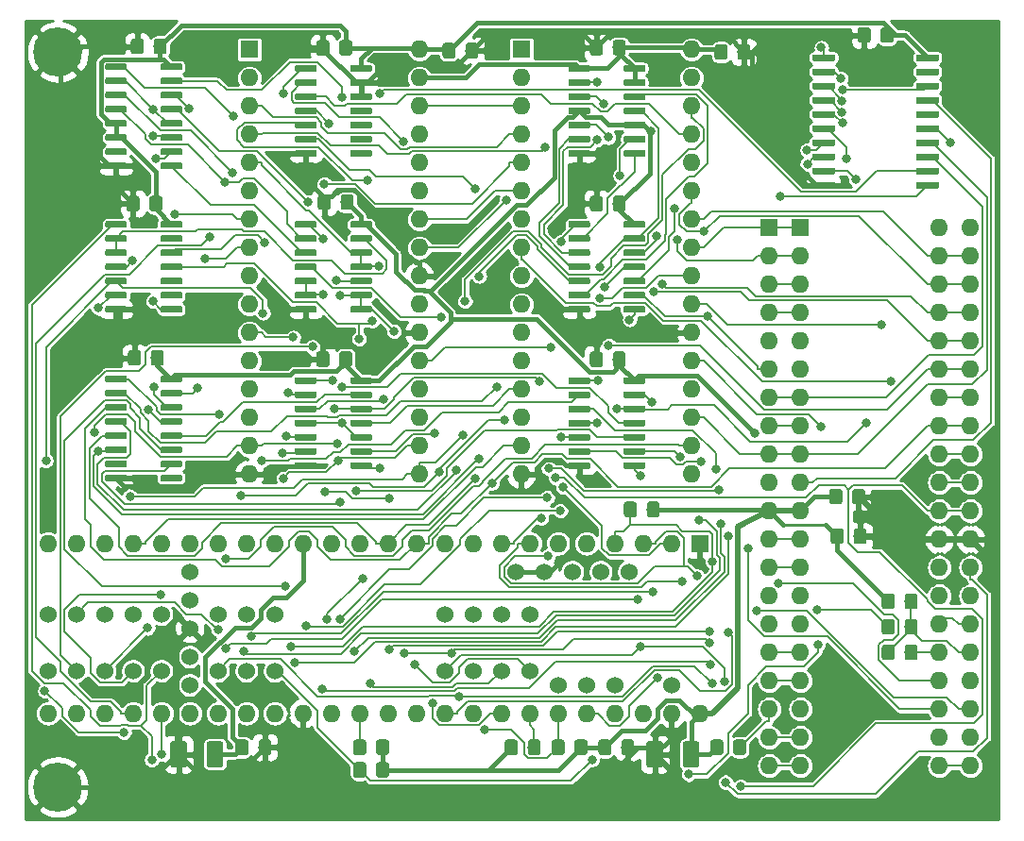
<source format=gbr>
G04 #@! TF.GenerationSoftware,KiCad,Pcbnew,(5.1.2-1)-1*
G04 #@! TF.CreationDate,2020-06-29T00:37:08+01:00*
G04 #@! TF.ProjectId,tranZPUter-SW_v1_1,7472616e-5a50-4557-9465-722d53575f76,rev?*
G04 #@! TF.SameCoordinates,Original*
G04 #@! TF.FileFunction,Copper,L1,Top*
G04 #@! TF.FilePolarity,Positive*
%FSLAX46Y46*%
G04 Gerber Fmt 4.6, Leading zero omitted, Abs format (unit mm)*
G04 Created by KiCad (PCBNEW (5.1.2-1)-1) date 2020-06-29 00:37:08*
%MOMM*%
%LPD*%
G04 APERTURE LIST*
%ADD10O,1.600000X1.600000*%
%ADD11R,1.600000X1.600000*%
%ADD12C,0.100000*%
%ADD13C,0.600000*%
%ADD14C,0.700000*%
%ADD15C,4.400000*%
%ADD16C,1.150000*%
%ADD17C,1.500000*%
%ADD18C,1.524000*%
%ADD19C,0.800000*%
%ADD20C,0.381000*%
%ADD21C,0.508000*%
%ADD22C,0.250000*%
%ADD23C,0.581000*%
%ADD24C,0.152400*%
%ADD25C,0.254000*%
G04 APERTURE END LIST*
D10*
X147701000Y-78000000D03*
X132461000Y-116100000D03*
X147701000Y-80540000D03*
X132461000Y-113560000D03*
X147701000Y-83080000D03*
X132461000Y-111020000D03*
X147701000Y-85620000D03*
X132461000Y-108480000D03*
X147701000Y-88160000D03*
X132461000Y-105940000D03*
X147701000Y-90700000D03*
X132461000Y-103400000D03*
X147701000Y-93240000D03*
X132461000Y-100860000D03*
X147701000Y-95780000D03*
X132461000Y-98320000D03*
X147701000Y-98320000D03*
X132461000Y-95780000D03*
X147701000Y-100860000D03*
X132461000Y-93240000D03*
X147701000Y-103400000D03*
X132461000Y-90700000D03*
X147701000Y-105940000D03*
X132461000Y-88160000D03*
X147701000Y-108480000D03*
X132461000Y-85620000D03*
X147701000Y-111020000D03*
X132461000Y-83080000D03*
X147701000Y-113560000D03*
X132461000Y-80540000D03*
X147701000Y-116100000D03*
D11*
X132461000Y-78000000D03*
D10*
X172085000Y-78000000D03*
X156845000Y-116100000D03*
X172085000Y-80540000D03*
X156845000Y-113560000D03*
X172085000Y-83080000D03*
X156845000Y-111020000D03*
X172085000Y-85620000D03*
X156845000Y-108480000D03*
X172085000Y-88160000D03*
X156845000Y-105940000D03*
X172085000Y-90700000D03*
X156845000Y-103400000D03*
X172085000Y-93240000D03*
X156845000Y-100860000D03*
X172085000Y-95780000D03*
X156845000Y-98320000D03*
X172085000Y-98320000D03*
X156845000Y-95780000D03*
X172085000Y-100860000D03*
X156845000Y-93240000D03*
X172085000Y-103400000D03*
X156845000Y-90700000D03*
X172085000Y-105940000D03*
X156845000Y-88160000D03*
X172085000Y-108480000D03*
X156845000Y-85620000D03*
X172085000Y-111020000D03*
X156845000Y-83080000D03*
X172085000Y-113560000D03*
X156845000Y-80540000D03*
X172085000Y-116100000D03*
D11*
X156845000Y-78000000D03*
D12*
G36*
X194134703Y-78440722D02*
G01*
X194149264Y-78442882D01*
X194163543Y-78446459D01*
X194177403Y-78451418D01*
X194190710Y-78457712D01*
X194203336Y-78465280D01*
X194215159Y-78474048D01*
X194226066Y-78483934D01*
X194235952Y-78494841D01*
X194244720Y-78506664D01*
X194252288Y-78519290D01*
X194258582Y-78532597D01*
X194263541Y-78546457D01*
X194267118Y-78560736D01*
X194269278Y-78575297D01*
X194270000Y-78590000D01*
X194270000Y-78890000D01*
X194269278Y-78904703D01*
X194267118Y-78919264D01*
X194263541Y-78933543D01*
X194258582Y-78947403D01*
X194252288Y-78960710D01*
X194244720Y-78973336D01*
X194235952Y-78985159D01*
X194226066Y-78996066D01*
X194215159Y-79005952D01*
X194203336Y-79014720D01*
X194190710Y-79022288D01*
X194177403Y-79028582D01*
X194163543Y-79033541D01*
X194149264Y-79037118D01*
X194134703Y-79039278D01*
X194120000Y-79040000D01*
X192370000Y-79040000D01*
X192355297Y-79039278D01*
X192340736Y-79037118D01*
X192326457Y-79033541D01*
X192312597Y-79028582D01*
X192299290Y-79022288D01*
X192286664Y-79014720D01*
X192274841Y-79005952D01*
X192263934Y-78996066D01*
X192254048Y-78985159D01*
X192245280Y-78973336D01*
X192237712Y-78960710D01*
X192231418Y-78947403D01*
X192226459Y-78933543D01*
X192222882Y-78919264D01*
X192220722Y-78904703D01*
X192220000Y-78890000D01*
X192220000Y-78590000D01*
X192220722Y-78575297D01*
X192222882Y-78560736D01*
X192226459Y-78546457D01*
X192231418Y-78532597D01*
X192237712Y-78519290D01*
X192245280Y-78506664D01*
X192254048Y-78494841D01*
X192263934Y-78483934D01*
X192274841Y-78474048D01*
X192286664Y-78465280D01*
X192299290Y-78457712D01*
X192312597Y-78451418D01*
X192326457Y-78446459D01*
X192340736Y-78442882D01*
X192355297Y-78440722D01*
X192370000Y-78440000D01*
X194120000Y-78440000D01*
X194134703Y-78440722D01*
X194134703Y-78440722D01*
G37*
D13*
X193245000Y-78740000D03*
D12*
G36*
X194134703Y-79710722D02*
G01*
X194149264Y-79712882D01*
X194163543Y-79716459D01*
X194177403Y-79721418D01*
X194190710Y-79727712D01*
X194203336Y-79735280D01*
X194215159Y-79744048D01*
X194226066Y-79753934D01*
X194235952Y-79764841D01*
X194244720Y-79776664D01*
X194252288Y-79789290D01*
X194258582Y-79802597D01*
X194263541Y-79816457D01*
X194267118Y-79830736D01*
X194269278Y-79845297D01*
X194270000Y-79860000D01*
X194270000Y-80160000D01*
X194269278Y-80174703D01*
X194267118Y-80189264D01*
X194263541Y-80203543D01*
X194258582Y-80217403D01*
X194252288Y-80230710D01*
X194244720Y-80243336D01*
X194235952Y-80255159D01*
X194226066Y-80266066D01*
X194215159Y-80275952D01*
X194203336Y-80284720D01*
X194190710Y-80292288D01*
X194177403Y-80298582D01*
X194163543Y-80303541D01*
X194149264Y-80307118D01*
X194134703Y-80309278D01*
X194120000Y-80310000D01*
X192370000Y-80310000D01*
X192355297Y-80309278D01*
X192340736Y-80307118D01*
X192326457Y-80303541D01*
X192312597Y-80298582D01*
X192299290Y-80292288D01*
X192286664Y-80284720D01*
X192274841Y-80275952D01*
X192263934Y-80266066D01*
X192254048Y-80255159D01*
X192245280Y-80243336D01*
X192237712Y-80230710D01*
X192231418Y-80217403D01*
X192226459Y-80203543D01*
X192222882Y-80189264D01*
X192220722Y-80174703D01*
X192220000Y-80160000D01*
X192220000Y-79860000D01*
X192220722Y-79845297D01*
X192222882Y-79830736D01*
X192226459Y-79816457D01*
X192231418Y-79802597D01*
X192237712Y-79789290D01*
X192245280Y-79776664D01*
X192254048Y-79764841D01*
X192263934Y-79753934D01*
X192274841Y-79744048D01*
X192286664Y-79735280D01*
X192299290Y-79727712D01*
X192312597Y-79721418D01*
X192326457Y-79716459D01*
X192340736Y-79712882D01*
X192355297Y-79710722D01*
X192370000Y-79710000D01*
X194120000Y-79710000D01*
X194134703Y-79710722D01*
X194134703Y-79710722D01*
G37*
D13*
X193245000Y-80010000D03*
D12*
G36*
X194134703Y-80980722D02*
G01*
X194149264Y-80982882D01*
X194163543Y-80986459D01*
X194177403Y-80991418D01*
X194190710Y-80997712D01*
X194203336Y-81005280D01*
X194215159Y-81014048D01*
X194226066Y-81023934D01*
X194235952Y-81034841D01*
X194244720Y-81046664D01*
X194252288Y-81059290D01*
X194258582Y-81072597D01*
X194263541Y-81086457D01*
X194267118Y-81100736D01*
X194269278Y-81115297D01*
X194270000Y-81130000D01*
X194270000Y-81430000D01*
X194269278Y-81444703D01*
X194267118Y-81459264D01*
X194263541Y-81473543D01*
X194258582Y-81487403D01*
X194252288Y-81500710D01*
X194244720Y-81513336D01*
X194235952Y-81525159D01*
X194226066Y-81536066D01*
X194215159Y-81545952D01*
X194203336Y-81554720D01*
X194190710Y-81562288D01*
X194177403Y-81568582D01*
X194163543Y-81573541D01*
X194149264Y-81577118D01*
X194134703Y-81579278D01*
X194120000Y-81580000D01*
X192370000Y-81580000D01*
X192355297Y-81579278D01*
X192340736Y-81577118D01*
X192326457Y-81573541D01*
X192312597Y-81568582D01*
X192299290Y-81562288D01*
X192286664Y-81554720D01*
X192274841Y-81545952D01*
X192263934Y-81536066D01*
X192254048Y-81525159D01*
X192245280Y-81513336D01*
X192237712Y-81500710D01*
X192231418Y-81487403D01*
X192226459Y-81473543D01*
X192222882Y-81459264D01*
X192220722Y-81444703D01*
X192220000Y-81430000D01*
X192220000Y-81130000D01*
X192220722Y-81115297D01*
X192222882Y-81100736D01*
X192226459Y-81086457D01*
X192231418Y-81072597D01*
X192237712Y-81059290D01*
X192245280Y-81046664D01*
X192254048Y-81034841D01*
X192263934Y-81023934D01*
X192274841Y-81014048D01*
X192286664Y-81005280D01*
X192299290Y-80997712D01*
X192312597Y-80991418D01*
X192326457Y-80986459D01*
X192340736Y-80982882D01*
X192355297Y-80980722D01*
X192370000Y-80980000D01*
X194120000Y-80980000D01*
X194134703Y-80980722D01*
X194134703Y-80980722D01*
G37*
D13*
X193245000Y-81280000D03*
D12*
G36*
X194134703Y-82250722D02*
G01*
X194149264Y-82252882D01*
X194163543Y-82256459D01*
X194177403Y-82261418D01*
X194190710Y-82267712D01*
X194203336Y-82275280D01*
X194215159Y-82284048D01*
X194226066Y-82293934D01*
X194235952Y-82304841D01*
X194244720Y-82316664D01*
X194252288Y-82329290D01*
X194258582Y-82342597D01*
X194263541Y-82356457D01*
X194267118Y-82370736D01*
X194269278Y-82385297D01*
X194270000Y-82400000D01*
X194270000Y-82700000D01*
X194269278Y-82714703D01*
X194267118Y-82729264D01*
X194263541Y-82743543D01*
X194258582Y-82757403D01*
X194252288Y-82770710D01*
X194244720Y-82783336D01*
X194235952Y-82795159D01*
X194226066Y-82806066D01*
X194215159Y-82815952D01*
X194203336Y-82824720D01*
X194190710Y-82832288D01*
X194177403Y-82838582D01*
X194163543Y-82843541D01*
X194149264Y-82847118D01*
X194134703Y-82849278D01*
X194120000Y-82850000D01*
X192370000Y-82850000D01*
X192355297Y-82849278D01*
X192340736Y-82847118D01*
X192326457Y-82843541D01*
X192312597Y-82838582D01*
X192299290Y-82832288D01*
X192286664Y-82824720D01*
X192274841Y-82815952D01*
X192263934Y-82806066D01*
X192254048Y-82795159D01*
X192245280Y-82783336D01*
X192237712Y-82770710D01*
X192231418Y-82757403D01*
X192226459Y-82743543D01*
X192222882Y-82729264D01*
X192220722Y-82714703D01*
X192220000Y-82700000D01*
X192220000Y-82400000D01*
X192220722Y-82385297D01*
X192222882Y-82370736D01*
X192226459Y-82356457D01*
X192231418Y-82342597D01*
X192237712Y-82329290D01*
X192245280Y-82316664D01*
X192254048Y-82304841D01*
X192263934Y-82293934D01*
X192274841Y-82284048D01*
X192286664Y-82275280D01*
X192299290Y-82267712D01*
X192312597Y-82261418D01*
X192326457Y-82256459D01*
X192340736Y-82252882D01*
X192355297Y-82250722D01*
X192370000Y-82250000D01*
X194120000Y-82250000D01*
X194134703Y-82250722D01*
X194134703Y-82250722D01*
G37*
D13*
X193245000Y-82550000D03*
D12*
G36*
X194134703Y-83520722D02*
G01*
X194149264Y-83522882D01*
X194163543Y-83526459D01*
X194177403Y-83531418D01*
X194190710Y-83537712D01*
X194203336Y-83545280D01*
X194215159Y-83554048D01*
X194226066Y-83563934D01*
X194235952Y-83574841D01*
X194244720Y-83586664D01*
X194252288Y-83599290D01*
X194258582Y-83612597D01*
X194263541Y-83626457D01*
X194267118Y-83640736D01*
X194269278Y-83655297D01*
X194270000Y-83670000D01*
X194270000Y-83970000D01*
X194269278Y-83984703D01*
X194267118Y-83999264D01*
X194263541Y-84013543D01*
X194258582Y-84027403D01*
X194252288Y-84040710D01*
X194244720Y-84053336D01*
X194235952Y-84065159D01*
X194226066Y-84076066D01*
X194215159Y-84085952D01*
X194203336Y-84094720D01*
X194190710Y-84102288D01*
X194177403Y-84108582D01*
X194163543Y-84113541D01*
X194149264Y-84117118D01*
X194134703Y-84119278D01*
X194120000Y-84120000D01*
X192370000Y-84120000D01*
X192355297Y-84119278D01*
X192340736Y-84117118D01*
X192326457Y-84113541D01*
X192312597Y-84108582D01*
X192299290Y-84102288D01*
X192286664Y-84094720D01*
X192274841Y-84085952D01*
X192263934Y-84076066D01*
X192254048Y-84065159D01*
X192245280Y-84053336D01*
X192237712Y-84040710D01*
X192231418Y-84027403D01*
X192226459Y-84013543D01*
X192222882Y-83999264D01*
X192220722Y-83984703D01*
X192220000Y-83970000D01*
X192220000Y-83670000D01*
X192220722Y-83655297D01*
X192222882Y-83640736D01*
X192226459Y-83626457D01*
X192231418Y-83612597D01*
X192237712Y-83599290D01*
X192245280Y-83586664D01*
X192254048Y-83574841D01*
X192263934Y-83563934D01*
X192274841Y-83554048D01*
X192286664Y-83545280D01*
X192299290Y-83537712D01*
X192312597Y-83531418D01*
X192326457Y-83526459D01*
X192340736Y-83522882D01*
X192355297Y-83520722D01*
X192370000Y-83520000D01*
X194120000Y-83520000D01*
X194134703Y-83520722D01*
X194134703Y-83520722D01*
G37*
D13*
X193245000Y-83820000D03*
D12*
G36*
X194134703Y-84790722D02*
G01*
X194149264Y-84792882D01*
X194163543Y-84796459D01*
X194177403Y-84801418D01*
X194190710Y-84807712D01*
X194203336Y-84815280D01*
X194215159Y-84824048D01*
X194226066Y-84833934D01*
X194235952Y-84844841D01*
X194244720Y-84856664D01*
X194252288Y-84869290D01*
X194258582Y-84882597D01*
X194263541Y-84896457D01*
X194267118Y-84910736D01*
X194269278Y-84925297D01*
X194270000Y-84940000D01*
X194270000Y-85240000D01*
X194269278Y-85254703D01*
X194267118Y-85269264D01*
X194263541Y-85283543D01*
X194258582Y-85297403D01*
X194252288Y-85310710D01*
X194244720Y-85323336D01*
X194235952Y-85335159D01*
X194226066Y-85346066D01*
X194215159Y-85355952D01*
X194203336Y-85364720D01*
X194190710Y-85372288D01*
X194177403Y-85378582D01*
X194163543Y-85383541D01*
X194149264Y-85387118D01*
X194134703Y-85389278D01*
X194120000Y-85390000D01*
X192370000Y-85390000D01*
X192355297Y-85389278D01*
X192340736Y-85387118D01*
X192326457Y-85383541D01*
X192312597Y-85378582D01*
X192299290Y-85372288D01*
X192286664Y-85364720D01*
X192274841Y-85355952D01*
X192263934Y-85346066D01*
X192254048Y-85335159D01*
X192245280Y-85323336D01*
X192237712Y-85310710D01*
X192231418Y-85297403D01*
X192226459Y-85283543D01*
X192222882Y-85269264D01*
X192220722Y-85254703D01*
X192220000Y-85240000D01*
X192220000Y-84940000D01*
X192220722Y-84925297D01*
X192222882Y-84910736D01*
X192226459Y-84896457D01*
X192231418Y-84882597D01*
X192237712Y-84869290D01*
X192245280Y-84856664D01*
X192254048Y-84844841D01*
X192263934Y-84833934D01*
X192274841Y-84824048D01*
X192286664Y-84815280D01*
X192299290Y-84807712D01*
X192312597Y-84801418D01*
X192326457Y-84796459D01*
X192340736Y-84792882D01*
X192355297Y-84790722D01*
X192370000Y-84790000D01*
X194120000Y-84790000D01*
X194134703Y-84790722D01*
X194134703Y-84790722D01*
G37*
D13*
X193245000Y-85090000D03*
D12*
G36*
X194134703Y-86060722D02*
G01*
X194149264Y-86062882D01*
X194163543Y-86066459D01*
X194177403Y-86071418D01*
X194190710Y-86077712D01*
X194203336Y-86085280D01*
X194215159Y-86094048D01*
X194226066Y-86103934D01*
X194235952Y-86114841D01*
X194244720Y-86126664D01*
X194252288Y-86139290D01*
X194258582Y-86152597D01*
X194263541Y-86166457D01*
X194267118Y-86180736D01*
X194269278Y-86195297D01*
X194270000Y-86210000D01*
X194270000Y-86510000D01*
X194269278Y-86524703D01*
X194267118Y-86539264D01*
X194263541Y-86553543D01*
X194258582Y-86567403D01*
X194252288Y-86580710D01*
X194244720Y-86593336D01*
X194235952Y-86605159D01*
X194226066Y-86616066D01*
X194215159Y-86625952D01*
X194203336Y-86634720D01*
X194190710Y-86642288D01*
X194177403Y-86648582D01*
X194163543Y-86653541D01*
X194149264Y-86657118D01*
X194134703Y-86659278D01*
X194120000Y-86660000D01*
X192370000Y-86660000D01*
X192355297Y-86659278D01*
X192340736Y-86657118D01*
X192326457Y-86653541D01*
X192312597Y-86648582D01*
X192299290Y-86642288D01*
X192286664Y-86634720D01*
X192274841Y-86625952D01*
X192263934Y-86616066D01*
X192254048Y-86605159D01*
X192245280Y-86593336D01*
X192237712Y-86580710D01*
X192231418Y-86567403D01*
X192226459Y-86553543D01*
X192222882Y-86539264D01*
X192220722Y-86524703D01*
X192220000Y-86510000D01*
X192220000Y-86210000D01*
X192220722Y-86195297D01*
X192222882Y-86180736D01*
X192226459Y-86166457D01*
X192231418Y-86152597D01*
X192237712Y-86139290D01*
X192245280Y-86126664D01*
X192254048Y-86114841D01*
X192263934Y-86103934D01*
X192274841Y-86094048D01*
X192286664Y-86085280D01*
X192299290Y-86077712D01*
X192312597Y-86071418D01*
X192326457Y-86066459D01*
X192340736Y-86062882D01*
X192355297Y-86060722D01*
X192370000Y-86060000D01*
X194120000Y-86060000D01*
X194134703Y-86060722D01*
X194134703Y-86060722D01*
G37*
D13*
X193245000Y-86360000D03*
D12*
G36*
X194134703Y-87330722D02*
G01*
X194149264Y-87332882D01*
X194163543Y-87336459D01*
X194177403Y-87341418D01*
X194190710Y-87347712D01*
X194203336Y-87355280D01*
X194215159Y-87364048D01*
X194226066Y-87373934D01*
X194235952Y-87384841D01*
X194244720Y-87396664D01*
X194252288Y-87409290D01*
X194258582Y-87422597D01*
X194263541Y-87436457D01*
X194267118Y-87450736D01*
X194269278Y-87465297D01*
X194270000Y-87480000D01*
X194270000Y-87780000D01*
X194269278Y-87794703D01*
X194267118Y-87809264D01*
X194263541Y-87823543D01*
X194258582Y-87837403D01*
X194252288Y-87850710D01*
X194244720Y-87863336D01*
X194235952Y-87875159D01*
X194226066Y-87886066D01*
X194215159Y-87895952D01*
X194203336Y-87904720D01*
X194190710Y-87912288D01*
X194177403Y-87918582D01*
X194163543Y-87923541D01*
X194149264Y-87927118D01*
X194134703Y-87929278D01*
X194120000Y-87930000D01*
X192370000Y-87930000D01*
X192355297Y-87929278D01*
X192340736Y-87927118D01*
X192326457Y-87923541D01*
X192312597Y-87918582D01*
X192299290Y-87912288D01*
X192286664Y-87904720D01*
X192274841Y-87895952D01*
X192263934Y-87886066D01*
X192254048Y-87875159D01*
X192245280Y-87863336D01*
X192237712Y-87850710D01*
X192231418Y-87837403D01*
X192226459Y-87823543D01*
X192222882Y-87809264D01*
X192220722Y-87794703D01*
X192220000Y-87780000D01*
X192220000Y-87480000D01*
X192220722Y-87465297D01*
X192222882Y-87450736D01*
X192226459Y-87436457D01*
X192231418Y-87422597D01*
X192237712Y-87409290D01*
X192245280Y-87396664D01*
X192254048Y-87384841D01*
X192263934Y-87373934D01*
X192274841Y-87364048D01*
X192286664Y-87355280D01*
X192299290Y-87347712D01*
X192312597Y-87341418D01*
X192326457Y-87336459D01*
X192340736Y-87332882D01*
X192355297Y-87330722D01*
X192370000Y-87330000D01*
X194120000Y-87330000D01*
X194134703Y-87330722D01*
X194134703Y-87330722D01*
G37*
D13*
X193245000Y-87630000D03*
D12*
G36*
X194134703Y-88600722D02*
G01*
X194149264Y-88602882D01*
X194163543Y-88606459D01*
X194177403Y-88611418D01*
X194190710Y-88617712D01*
X194203336Y-88625280D01*
X194215159Y-88634048D01*
X194226066Y-88643934D01*
X194235952Y-88654841D01*
X194244720Y-88666664D01*
X194252288Y-88679290D01*
X194258582Y-88692597D01*
X194263541Y-88706457D01*
X194267118Y-88720736D01*
X194269278Y-88735297D01*
X194270000Y-88750000D01*
X194270000Y-89050000D01*
X194269278Y-89064703D01*
X194267118Y-89079264D01*
X194263541Y-89093543D01*
X194258582Y-89107403D01*
X194252288Y-89120710D01*
X194244720Y-89133336D01*
X194235952Y-89145159D01*
X194226066Y-89156066D01*
X194215159Y-89165952D01*
X194203336Y-89174720D01*
X194190710Y-89182288D01*
X194177403Y-89188582D01*
X194163543Y-89193541D01*
X194149264Y-89197118D01*
X194134703Y-89199278D01*
X194120000Y-89200000D01*
X192370000Y-89200000D01*
X192355297Y-89199278D01*
X192340736Y-89197118D01*
X192326457Y-89193541D01*
X192312597Y-89188582D01*
X192299290Y-89182288D01*
X192286664Y-89174720D01*
X192274841Y-89165952D01*
X192263934Y-89156066D01*
X192254048Y-89145159D01*
X192245280Y-89133336D01*
X192237712Y-89120710D01*
X192231418Y-89107403D01*
X192226459Y-89093543D01*
X192222882Y-89079264D01*
X192220722Y-89064703D01*
X192220000Y-89050000D01*
X192220000Y-88750000D01*
X192220722Y-88735297D01*
X192222882Y-88720736D01*
X192226459Y-88706457D01*
X192231418Y-88692597D01*
X192237712Y-88679290D01*
X192245280Y-88666664D01*
X192254048Y-88654841D01*
X192263934Y-88643934D01*
X192274841Y-88634048D01*
X192286664Y-88625280D01*
X192299290Y-88617712D01*
X192312597Y-88611418D01*
X192326457Y-88606459D01*
X192340736Y-88602882D01*
X192355297Y-88600722D01*
X192370000Y-88600000D01*
X194120000Y-88600000D01*
X194134703Y-88600722D01*
X194134703Y-88600722D01*
G37*
D13*
X193245000Y-88900000D03*
D12*
G36*
X194134703Y-89870722D02*
G01*
X194149264Y-89872882D01*
X194163543Y-89876459D01*
X194177403Y-89881418D01*
X194190710Y-89887712D01*
X194203336Y-89895280D01*
X194215159Y-89904048D01*
X194226066Y-89913934D01*
X194235952Y-89924841D01*
X194244720Y-89936664D01*
X194252288Y-89949290D01*
X194258582Y-89962597D01*
X194263541Y-89976457D01*
X194267118Y-89990736D01*
X194269278Y-90005297D01*
X194270000Y-90020000D01*
X194270000Y-90320000D01*
X194269278Y-90334703D01*
X194267118Y-90349264D01*
X194263541Y-90363543D01*
X194258582Y-90377403D01*
X194252288Y-90390710D01*
X194244720Y-90403336D01*
X194235952Y-90415159D01*
X194226066Y-90426066D01*
X194215159Y-90435952D01*
X194203336Y-90444720D01*
X194190710Y-90452288D01*
X194177403Y-90458582D01*
X194163543Y-90463541D01*
X194149264Y-90467118D01*
X194134703Y-90469278D01*
X194120000Y-90470000D01*
X192370000Y-90470000D01*
X192355297Y-90469278D01*
X192340736Y-90467118D01*
X192326457Y-90463541D01*
X192312597Y-90458582D01*
X192299290Y-90452288D01*
X192286664Y-90444720D01*
X192274841Y-90435952D01*
X192263934Y-90426066D01*
X192254048Y-90415159D01*
X192245280Y-90403336D01*
X192237712Y-90390710D01*
X192231418Y-90377403D01*
X192226459Y-90363543D01*
X192222882Y-90349264D01*
X192220722Y-90334703D01*
X192220000Y-90320000D01*
X192220000Y-90020000D01*
X192220722Y-90005297D01*
X192222882Y-89990736D01*
X192226459Y-89976457D01*
X192231418Y-89962597D01*
X192237712Y-89949290D01*
X192245280Y-89936664D01*
X192254048Y-89924841D01*
X192263934Y-89913934D01*
X192274841Y-89904048D01*
X192286664Y-89895280D01*
X192299290Y-89887712D01*
X192312597Y-89881418D01*
X192326457Y-89876459D01*
X192340736Y-89872882D01*
X192355297Y-89870722D01*
X192370000Y-89870000D01*
X194120000Y-89870000D01*
X194134703Y-89870722D01*
X194134703Y-89870722D01*
G37*
D13*
X193245000Y-90170000D03*
D12*
G36*
X184834703Y-89870722D02*
G01*
X184849264Y-89872882D01*
X184863543Y-89876459D01*
X184877403Y-89881418D01*
X184890710Y-89887712D01*
X184903336Y-89895280D01*
X184915159Y-89904048D01*
X184926066Y-89913934D01*
X184935952Y-89924841D01*
X184944720Y-89936664D01*
X184952288Y-89949290D01*
X184958582Y-89962597D01*
X184963541Y-89976457D01*
X184967118Y-89990736D01*
X184969278Y-90005297D01*
X184970000Y-90020000D01*
X184970000Y-90320000D01*
X184969278Y-90334703D01*
X184967118Y-90349264D01*
X184963541Y-90363543D01*
X184958582Y-90377403D01*
X184952288Y-90390710D01*
X184944720Y-90403336D01*
X184935952Y-90415159D01*
X184926066Y-90426066D01*
X184915159Y-90435952D01*
X184903336Y-90444720D01*
X184890710Y-90452288D01*
X184877403Y-90458582D01*
X184863543Y-90463541D01*
X184849264Y-90467118D01*
X184834703Y-90469278D01*
X184820000Y-90470000D01*
X183070000Y-90470000D01*
X183055297Y-90469278D01*
X183040736Y-90467118D01*
X183026457Y-90463541D01*
X183012597Y-90458582D01*
X182999290Y-90452288D01*
X182986664Y-90444720D01*
X182974841Y-90435952D01*
X182963934Y-90426066D01*
X182954048Y-90415159D01*
X182945280Y-90403336D01*
X182937712Y-90390710D01*
X182931418Y-90377403D01*
X182926459Y-90363543D01*
X182922882Y-90349264D01*
X182920722Y-90334703D01*
X182920000Y-90320000D01*
X182920000Y-90020000D01*
X182920722Y-90005297D01*
X182922882Y-89990736D01*
X182926459Y-89976457D01*
X182931418Y-89962597D01*
X182937712Y-89949290D01*
X182945280Y-89936664D01*
X182954048Y-89924841D01*
X182963934Y-89913934D01*
X182974841Y-89904048D01*
X182986664Y-89895280D01*
X182999290Y-89887712D01*
X183012597Y-89881418D01*
X183026457Y-89876459D01*
X183040736Y-89872882D01*
X183055297Y-89870722D01*
X183070000Y-89870000D01*
X184820000Y-89870000D01*
X184834703Y-89870722D01*
X184834703Y-89870722D01*
G37*
D13*
X183945000Y-90170000D03*
D12*
G36*
X184834703Y-88600722D02*
G01*
X184849264Y-88602882D01*
X184863543Y-88606459D01*
X184877403Y-88611418D01*
X184890710Y-88617712D01*
X184903336Y-88625280D01*
X184915159Y-88634048D01*
X184926066Y-88643934D01*
X184935952Y-88654841D01*
X184944720Y-88666664D01*
X184952288Y-88679290D01*
X184958582Y-88692597D01*
X184963541Y-88706457D01*
X184967118Y-88720736D01*
X184969278Y-88735297D01*
X184970000Y-88750000D01*
X184970000Y-89050000D01*
X184969278Y-89064703D01*
X184967118Y-89079264D01*
X184963541Y-89093543D01*
X184958582Y-89107403D01*
X184952288Y-89120710D01*
X184944720Y-89133336D01*
X184935952Y-89145159D01*
X184926066Y-89156066D01*
X184915159Y-89165952D01*
X184903336Y-89174720D01*
X184890710Y-89182288D01*
X184877403Y-89188582D01*
X184863543Y-89193541D01*
X184849264Y-89197118D01*
X184834703Y-89199278D01*
X184820000Y-89200000D01*
X183070000Y-89200000D01*
X183055297Y-89199278D01*
X183040736Y-89197118D01*
X183026457Y-89193541D01*
X183012597Y-89188582D01*
X182999290Y-89182288D01*
X182986664Y-89174720D01*
X182974841Y-89165952D01*
X182963934Y-89156066D01*
X182954048Y-89145159D01*
X182945280Y-89133336D01*
X182937712Y-89120710D01*
X182931418Y-89107403D01*
X182926459Y-89093543D01*
X182922882Y-89079264D01*
X182920722Y-89064703D01*
X182920000Y-89050000D01*
X182920000Y-88750000D01*
X182920722Y-88735297D01*
X182922882Y-88720736D01*
X182926459Y-88706457D01*
X182931418Y-88692597D01*
X182937712Y-88679290D01*
X182945280Y-88666664D01*
X182954048Y-88654841D01*
X182963934Y-88643934D01*
X182974841Y-88634048D01*
X182986664Y-88625280D01*
X182999290Y-88617712D01*
X183012597Y-88611418D01*
X183026457Y-88606459D01*
X183040736Y-88602882D01*
X183055297Y-88600722D01*
X183070000Y-88600000D01*
X184820000Y-88600000D01*
X184834703Y-88600722D01*
X184834703Y-88600722D01*
G37*
D13*
X183945000Y-88900000D03*
D12*
G36*
X184834703Y-87330722D02*
G01*
X184849264Y-87332882D01*
X184863543Y-87336459D01*
X184877403Y-87341418D01*
X184890710Y-87347712D01*
X184903336Y-87355280D01*
X184915159Y-87364048D01*
X184926066Y-87373934D01*
X184935952Y-87384841D01*
X184944720Y-87396664D01*
X184952288Y-87409290D01*
X184958582Y-87422597D01*
X184963541Y-87436457D01*
X184967118Y-87450736D01*
X184969278Y-87465297D01*
X184970000Y-87480000D01*
X184970000Y-87780000D01*
X184969278Y-87794703D01*
X184967118Y-87809264D01*
X184963541Y-87823543D01*
X184958582Y-87837403D01*
X184952288Y-87850710D01*
X184944720Y-87863336D01*
X184935952Y-87875159D01*
X184926066Y-87886066D01*
X184915159Y-87895952D01*
X184903336Y-87904720D01*
X184890710Y-87912288D01*
X184877403Y-87918582D01*
X184863543Y-87923541D01*
X184849264Y-87927118D01*
X184834703Y-87929278D01*
X184820000Y-87930000D01*
X183070000Y-87930000D01*
X183055297Y-87929278D01*
X183040736Y-87927118D01*
X183026457Y-87923541D01*
X183012597Y-87918582D01*
X182999290Y-87912288D01*
X182986664Y-87904720D01*
X182974841Y-87895952D01*
X182963934Y-87886066D01*
X182954048Y-87875159D01*
X182945280Y-87863336D01*
X182937712Y-87850710D01*
X182931418Y-87837403D01*
X182926459Y-87823543D01*
X182922882Y-87809264D01*
X182920722Y-87794703D01*
X182920000Y-87780000D01*
X182920000Y-87480000D01*
X182920722Y-87465297D01*
X182922882Y-87450736D01*
X182926459Y-87436457D01*
X182931418Y-87422597D01*
X182937712Y-87409290D01*
X182945280Y-87396664D01*
X182954048Y-87384841D01*
X182963934Y-87373934D01*
X182974841Y-87364048D01*
X182986664Y-87355280D01*
X182999290Y-87347712D01*
X183012597Y-87341418D01*
X183026457Y-87336459D01*
X183040736Y-87332882D01*
X183055297Y-87330722D01*
X183070000Y-87330000D01*
X184820000Y-87330000D01*
X184834703Y-87330722D01*
X184834703Y-87330722D01*
G37*
D13*
X183945000Y-87630000D03*
D12*
G36*
X184834703Y-86060722D02*
G01*
X184849264Y-86062882D01*
X184863543Y-86066459D01*
X184877403Y-86071418D01*
X184890710Y-86077712D01*
X184903336Y-86085280D01*
X184915159Y-86094048D01*
X184926066Y-86103934D01*
X184935952Y-86114841D01*
X184944720Y-86126664D01*
X184952288Y-86139290D01*
X184958582Y-86152597D01*
X184963541Y-86166457D01*
X184967118Y-86180736D01*
X184969278Y-86195297D01*
X184970000Y-86210000D01*
X184970000Y-86510000D01*
X184969278Y-86524703D01*
X184967118Y-86539264D01*
X184963541Y-86553543D01*
X184958582Y-86567403D01*
X184952288Y-86580710D01*
X184944720Y-86593336D01*
X184935952Y-86605159D01*
X184926066Y-86616066D01*
X184915159Y-86625952D01*
X184903336Y-86634720D01*
X184890710Y-86642288D01*
X184877403Y-86648582D01*
X184863543Y-86653541D01*
X184849264Y-86657118D01*
X184834703Y-86659278D01*
X184820000Y-86660000D01*
X183070000Y-86660000D01*
X183055297Y-86659278D01*
X183040736Y-86657118D01*
X183026457Y-86653541D01*
X183012597Y-86648582D01*
X182999290Y-86642288D01*
X182986664Y-86634720D01*
X182974841Y-86625952D01*
X182963934Y-86616066D01*
X182954048Y-86605159D01*
X182945280Y-86593336D01*
X182937712Y-86580710D01*
X182931418Y-86567403D01*
X182926459Y-86553543D01*
X182922882Y-86539264D01*
X182920722Y-86524703D01*
X182920000Y-86510000D01*
X182920000Y-86210000D01*
X182920722Y-86195297D01*
X182922882Y-86180736D01*
X182926459Y-86166457D01*
X182931418Y-86152597D01*
X182937712Y-86139290D01*
X182945280Y-86126664D01*
X182954048Y-86114841D01*
X182963934Y-86103934D01*
X182974841Y-86094048D01*
X182986664Y-86085280D01*
X182999290Y-86077712D01*
X183012597Y-86071418D01*
X183026457Y-86066459D01*
X183040736Y-86062882D01*
X183055297Y-86060722D01*
X183070000Y-86060000D01*
X184820000Y-86060000D01*
X184834703Y-86060722D01*
X184834703Y-86060722D01*
G37*
D13*
X183945000Y-86360000D03*
D12*
G36*
X184834703Y-84790722D02*
G01*
X184849264Y-84792882D01*
X184863543Y-84796459D01*
X184877403Y-84801418D01*
X184890710Y-84807712D01*
X184903336Y-84815280D01*
X184915159Y-84824048D01*
X184926066Y-84833934D01*
X184935952Y-84844841D01*
X184944720Y-84856664D01*
X184952288Y-84869290D01*
X184958582Y-84882597D01*
X184963541Y-84896457D01*
X184967118Y-84910736D01*
X184969278Y-84925297D01*
X184970000Y-84940000D01*
X184970000Y-85240000D01*
X184969278Y-85254703D01*
X184967118Y-85269264D01*
X184963541Y-85283543D01*
X184958582Y-85297403D01*
X184952288Y-85310710D01*
X184944720Y-85323336D01*
X184935952Y-85335159D01*
X184926066Y-85346066D01*
X184915159Y-85355952D01*
X184903336Y-85364720D01*
X184890710Y-85372288D01*
X184877403Y-85378582D01*
X184863543Y-85383541D01*
X184849264Y-85387118D01*
X184834703Y-85389278D01*
X184820000Y-85390000D01*
X183070000Y-85390000D01*
X183055297Y-85389278D01*
X183040736Y-85387118D01*
X183026457Y-85383541D01*
X183012597Y-85378582D01*
X182999290Y-85372288D01*
X182986664Y-85364720D01*
X182974841Y-85355952D01*
X182963934Y-85346066D01*
X182954048Y-85335159D01*
X182945280Y-85323336D01*
X182937712Y-85310710D01*
X182931418Y-85297403D01*
X182926459Y-85283543D01*
X182922882Y-85269264D01*
X182920722Y-85254703D01*
X182920000Y-85240000D01*
X182920000Y-84940000D01*
X182920722Y-84925297D01*
X182922882Y-84910736D01*
X182926459Y-84896457D01*
X182931418Y-84882597D01*
X182937712Y-84869290D01*
X182945280Y-84856664D01*
X182954048Y-84844841D01*
X182963934Y-84833934D01*
X182974841Y-84824048D01*
X182986664Y-84815280D01*
X182999290Y-84807712D01*
X183012597Y-84801418D01*
X183026457Y-84796459D01*
X183040736Y-84792882D01*
X183055297Y-84790722D01*
X183070000Y-84790000D01*
X184820000Y-84790000D01*
X184834703Y-84790722D01*
X184834703Y-84790722D01*
G37*
D13*
X183945000Y-85090000D03*
D12*
G36*
X184834703Y-83520722D02*
G01*
X184849264Y-83522882D01*
X184863543Y-83526459D01*
X184877403Y-83531418D01*
X184890710Y-83537712D01*
X184903336Y-83545280D01*
X184915159Y-83554048D01*
X184926066Y-83563934D01*
X184935952Y-83574841D01*
X184944720Y-83586664D01*
X184952288Y-83599290D01*
X184958582Y-83612597D01*
X184963541Y-83626457D01*
X184967118Y-83640736D01*
X184969278Y-83655297D01*
X184970000Y-83670000D01*
X184970000Y-83970000D01*
X184969278Y-83984703D01*
X184967118Y-83999264D01*
X184963541Y-84013543D01*
X184958582Y-84027403D01*
X184952288Y-84040710D01*
X184944720Y-84053336D01*
X184935952Y-84065159D01*
X184926066Y-84076066D01*
X184915159Y-84085952D01*
X184903336Y-84094720D01*
X184890710Y-84102288D01*
X184877403Y-84108582D01*
X184863543Y-84113541D01*
X184849264Y-84117118D01*
X184834703Y-84119278D01*
X184820000Y-84120000D01*
X183070000Y-84120000D01*
X183055297Y-84119278D01*
X183040736Y-84117118D01*
X183026457Y-84113541D01*
X183012597Y-84108582D01*
X182999290Y-84102288D01*
X182986664Y-84094720D01*
X182974841Y-84085952D01*
X182963934Y-84076066D01*
X182954048Y-84065159D01*
X182945280Y-84053336D01*
X182937712Y-84040710D01*
X182931418Y-84027403D01*
X182926459Y-84013543D01*
X182922882Y-83999264D01*
X182920722Y-83984703D01*
X182920000Y-83970000D01*
X182920000Y-83670000D01*
X182920722Y-83655297D01*
X182922882Y-83640736D01*
X182926459Y-83626457D01*
X182931418Y-83612597D01*
X182937712Y-83599290D01*
X182945280Y-83586664D01*
X182954048Y-83574841D01*
X182963934Y-83563934D01*
X182974841Y-83554048D01*
X182986664Y-83545280D01*
X182999290Y-83537712D01*
X183012597Y-83531418D01*
X183026457Y-83526459D01*
X183040736Y-83522882D01*
X183055297Y-83520722D01*
X183070000Y-83520000D01*
X184820000Y-83520000D01*
X184834703Y-83520722D01*
X184834703Y-83520722D01*
G37*
D13*
X183945000Y-83820000D03*
D12*
G36*
X184834703Y-82250722D02*
G01*
X184849264Y-82252882D01*
X184863543Y-82256459D01*
X184877403Y-82261418D01*
X184890710Y-82267712D01*
X184903336Y-82275280D01*
X184915159Y-82284048D01*
X184926066Y-82293934D01*
X184935952Y-82304841D01*
X184944720Y-82316664D01*
X184952288Y-82329290D01*
X184958582Y-82342597D01*
X184963541Y-82356457D01*
X184967118Y-82370736D01*
X184969278Y-82385297D01*
X184970000Y-82400000D01*
X184970000Y-82700000D01*
X184969278Y-82714703D01*
X184967118Y-82729264D01*
X184963541Y-82743543D01*
X184958582Y-82757403D01*
X184952288Y-82770710D01*
X184944720Y-82783336D01*
X184935952Y-82795159D01*
X184926066Y-82806066D01*
X184915159Y-82815952D01*
X184903336Y-82824720D01*
X184890710Y-82832288D01*
X184877403Y-82838582D01*
X184863543Y-82843541D01*
X184849264Y-82847118D01*
X184834703Y-82849278D01*
X184820000Y-82850000D01*
X183070000Y-82850000D01*
X183055297Y-82849278D01*
X183040736Y-82847118D01*
X183026457Y-82843541D01*
X183012597Y-82838582D01*
X182999290Y-82832288D01*
X182986664Y-82824720D01*
X182974841Y-82815952D01*
X182963934Y-82806066D01*
X182954048Y-82795159D01*
X182945280Y-82783336D01*
X182937712Y-82770710D01*
X182931418Y-82757403D01*
X182926459Y-82743543D01*
X182922882Y-82729264D01*
X182920722Y-82714703D01*
X182920000Y-82700000D01*
X182920000Y-82400000D01*
X182920722Y-82385297D01*
X182922882Y-82370736D01*
X182926459Y-82356457D01*
X182931418Y-82342597D01*
X182937712Y-82329290D01*
X182945280Y-82316664D01*
X182954048Y-82304841D01*
X182963934Y-82293934D01*
X182974841Y-82284048D01*
X182986664Y-82275280D01*
X182999290Y-82267712D01*
X183012597Y-82261418D01*
X183026457Y-82256459D01*
X183040736Y-82252882D01*
X183055297Y-82250722D01*
X183070000Y-82250000D01*
X184820000Y-82250000D01*
X184834703Y-82250722D01*
X184834703Y-82250722D01*
G37*
D13*
X183945000Y-82550000D03*
D12*
G36*
X184834703Y-80980722D02*
G01*
X184849264Y-80982882D01*
X184863543Y-80986459D01*
X184877403Y-80991418D01*
X184890710Y-80997712D01*
X184903336Y-81005280D01*
X184915159Y-81014048D01*
X184926066Y-81023934D01*
X184935952Y-81034841D01*
X184944720Y-81046664D01*
X184952288Y-81059290D01*
X184958582Y-81072597D01*
X184963541Y-81086457D01*
X184967118Y-81100736D01*
X184969278Y-81115297D01*
X184970000Y-81130000D01*
X184970000Y-81430000D01*
X184969278Y-81444703D01*
X184967118Y-81459264D01*
X184963541Y-81473543D01*
X184958582Y-81487403D01*
X184952288Y-81500710D01*
X184944720Y-81513336D01*
X184935952Y-81525159D01*
X184926066Y-81536066D01*
X184915159Y-81545952D01*
X184903336Y-81554720D01*
X184890710Y-81562288D01*
X184877403Y-81568582D01*
X184863543Y-81573541D01*
X184849264Y-81577118D01*
X184834703Y-81579278D01*
X184820000Y-81580000D01*
X183070000Y-81580000D01*
X183055297Y-81579278D01*
X183040736Y-81577118D01*
X183026457Y-81573541D01*
X183012597Y-81568582D01*
X182999290Y-81562288D01*
X182986664Y-81554720D01*
X182974841Y-81545952D01*
X182963934Y-81536066D01*
X182954048Y-81525159D01*
X182945280Y-81513336D01*
X182937712Y-81500710D01*
X182931418Y-81487403D01*
X182926459Y-81473543D01*
X182922882Y-81459264D01*
X182920722Y-81444703D01*
X182920000Y-81430000D01*
X182920000Y-81130000D01*
X182920722Y-81115297D01*
X182922882Y-81100736D01*
X182926459Y-81086457D01*
X182931418Y-81072597D01*
X182937712Y-81059290D01*
X182945280Y-81046664D01*
X182954048Y-81034841D01*
X182963934Y-81023934D01*
X182974841Y-81014048D01*
X182986664Y-81005280D01*
X182999290Y-80997712D01*
X183012597Y-80991418D01*
X183026457Y-80986459D01*
X183040736Y-80982882D01*
X183055297Y-80980722D01*
X183070000Y-80980000D01*
X184820000Y-80980000D01*
X184834703Y-80980722D01*
X184834703Y-80980722D01*
G37*
D13*
X183945000Y-81280000D03*
D12*
G36*
X184834703Y-79710722D02*
G01*
X184849264Y-79712882D01*
X184863543Y-79716459D01*
X184877403Y-79721418D01*
X184890710Y-79727712D01*
X184903336Y-79735280D01*
X184915159Y-79744048D01*
X184926066Y-79753934D01*
X184935952Y-79764841D01*
X184944720Y-79776664D01*
X184952288Y-79789290D01*
X184958582Y-79802597D01*
X184963541Y-79816457D01*
X184967118Y-79830736D01*
X184969278Y-79845297D01*
X184970000Y-79860000D01*
X184970000Y-80160000D01*
X184969278Y-80174703D01*
X184967118Y-80189264D01*
X184963541Y-80203543D01*
X184958582Y-80217403D01*
X184952288Y-80230710D01*
X184944720Y-80243336D01*
X184935952Y-80255159D01*
X184926066Y-80266066D01*
X184915159Y-80275952D01*
X184903336Y-80284720D01*
X184890710Y-80292288D01*
X184877403Y-80298582D01*
X184863543Y-80303541D01*
X184849264Y-80307118D01*
X184834703Y-80309278D01*
X184820000Y-80310000D01*
X183070000Y-80310000D01*
X183055297Y-80309278D01*
X183040736Y-80307118D01*
X183026457Y-80303541D01*
X183012597Y-80298582D01*
X182999290Y-80292288D01*
X182986664Y-80284720D01*
X182974841Y-80275952D01*
X182963934Y-80266066D01*
X182954048Y-80255159D01*
X182945280Y-80243336D01*
X182937712Y-80230710D01*
X182931418Y-80217403D01*
X182926459Y-80203543D01*
X182922882Y-80189264D01*
X182920722Y-80174703D01*
X182920000Y-80160000D01*
X182920000Y-79860000D01*
X182920722Y-79845297D01*
X182922882Y-79830736D01*
X182926459Y-79816457D01*
X182931418Y-79802597D01*
X182937712Y-79789290D01*
X182945280Y-79776664D01*
X182954048Y-79764841D01*
X182963934Y-79753934D01*
X182974841Y-79744048D01*
X182986664Y-79735280D01*
X182999290Y-79727712D01*
X183012597Y-79721418D01*
X183026457Y-79716459D01*
X183040736Y-79712882D01*
X183055297Y-79710722D01*
X183070000Y-79710000D01*
X184820000Y-79710000D01*
X184834703Y-79710722D01*
X184834703Y-79710722D01*
G37*
D13*
X183945000Y-80010000D03*
D12*
G36*
X184834703Y-78440722D02*
G01*
X184849264Y-78442882D01*
X184863543Y-78446459D01*
X184877403Y-78451418D01*
X184890710Y-78457712D01*
X184903336Y-78465280D01*
X184915159Y-78474048D01*
X184926066Y-78483934D01*
X184935952Y-78494841D01*
X184944720Y-78506664D01*
X184952288Y-78519290D01*
X184958582Y-78532597D01*
X184963541Y-78546457D01*
X184967118Y-78560736D01*
X184969278Y-78575297D01*
X184970000Y-78590000D01*
X184970000Y-78890000D01*
X184969278Y-78904703D01*
X184967118Y-78919264D01*
X184963541Y-78933543D01*
X184958582Y-78947403D01*
X184952288Y-78960710D01*
X184944720Y-78973336D01*
X184935952Y-78985159D01*
X184926066Y-78996066D01*
X184915159Y-79005952D01*
X184903336Y-79014720D01*
X184890710Y-79022288D01*
X184877403Y-79028582D01*
X184863543Y-79033541D01*
X184849264Y-79037118D01*
X184834703Y-79039278D01*
X184820000Y-79040000D01*
X183070000Y-79040000D01*
X183055297Y-79039278D01*
X183040736Y-79037118D01*
X183026457Y-79033541D01*
X183012597Y-79028582D01*
X182999290Y-79022288D01*
X182986664Y-79014720D01*
X182974841Y-79005952D01*
X182963934Y-78996066D01*
X182954048Y-78985159D01*
X182945280Y-78973336D01*
X182937712Y-78960710D01*
X182931418Y-78947403D01*
X182926459Y-78933543D01*
X182922882Y-78919264D01*
X182920722Y-78904703D01*
X182920000Y-78890000D01*
X182920000Y-78590000D01*
X182920722Y-78575297D01*
X182922882Y-78560736D01*
X182926459Y-78546457D01*
X182931418Y-78532597D01*
X182937712Y-78519290D01*
X182945280Y-78506664D01*
X182954048Y-78494841D01*
X182963934Y-78483934D01*
X182974841Y-78474048D01*
X182986664Y-78465280D01*
X182999290Y-78457712D01*
X183012597Y-78451418D01*
X183026457Y-78446459D01*
X183040736Y-78442882D01*
X183055297Y-78440722D01*
X183070000Y-78440000D01*
X184820000Y-78440000D01*
X184834703Y-78440722D01*
X184834703Y-78440722D01*
G37*
D13*
X183945000Y-78740000D03*
D10*
X194310000Y-93980000D03*
X179070000Y-142240000D03*
X194310000Y-96520000D03*
X179070000Y-139700000D03*
X194310000Y-99060000D03*
X179070000Y-137160000D03*
X194310000Y-101600000D03*
X179070000Y-134620000D03*
X194310000Y-104140000D03*
X179070000Y-132080000D03*
X194310000Y-106680000D03*
X179070000Y-129540000D03*
X194310000Y-109220000D03*
X179070000Y-127000000D03*
X194310000Y-111760000D03*
X179070000Y-124460000D03*
X194310000Y-114300000D03*
X179070000Y-121920000D03*
X194310000Y-116840000D03*
X179070000Y-119380000D03*
X194310000Y-119380000D03*
X179070000Y-116840000D03*
X194310000Y-121920000D03*
X179070000Y-114300000D03*
X194310000Y-124460000D03*
X179070000Y-111760000D03*
X194310000Y-127000000D03*
X179070000Y-109220000D03*
X194310000Y-129540000D03*
X179070000Y-106680000D03*
X194310000Y-132080000D03*
X179070000Y-104140000D03*
X194310000Y-134620000D03*
X179070000Y-101600000D03*
X194310000Y-137160000D03*
X179070000Y-99060000D03*
X194310000Y-139700000D03*
X179070000Y-96520000D03*
X194310000Y-142240000D03*
D11*
X179070000Y-93980000D03*
D14*
X116482726Y-142978274D03*
X115316000Y-142495000D03*
X114149274Y-142978274D03*
X113666000Y-144145000D03*
X114149274Y-145311726D03*
X115316000Y-145795000D03*
X116482726Y-145311726D03*
X116966000Y-144145000D03*
D15*
X115316000Y-144145000D03*
D14*
X116482726Y-77065274D03*
X115316000Y-76582000D03*
X114149274Y-77065274D03*
X113666000Y-78232000D03*
X114149274Y-79398726D03*
X115316000Y-79882000D03*
X116482726Y-79398726D03*
X116966000Y-78232000D03*
D15*
X115316000Y-78232000D03*
D10*
X197104000Y-93980000D03*
X181864000Y-142240000D03*
X197104000Y-96520000D03*
X181864000Y-139700000D03*
X197104000Y-99060000D03*
X181864000Y-137160000D03*
X197104000Y-101600000D03*
X181864000Y-134620000D03*
X197104000Y-104140000D03*
X181864000Y-132080000D03*
X197104000Y-106680000D03*
X181864000Y-129540000D03*
X197104000Y-109220000D03*
X181864000Y-127000000D03*
X197104000Y-111760000D03*
X181864000Y-124460000D03*
X197104000Y-114300000D03*
X181864000Y-121920000D03*
X197104000Y-116840000D03*
X181864000Y-119380000D03*
X197104000Y-119380000D03*
X181864000Y-116840000D03*
X197104000Y-121920000D03*
X181864000Y-114300000D03*
X197104000Y-124460000D03*
X181864000Y-111760000D03*
X197104000Y-127000000D03*
X181864000Y-109220000D03*
X197104000Y-129540000D03*
X181864000Y-106680000D03*
X197104000Y-132080000D03*
X181864000Y-104140000D03*
X197104000Y-134620000D03*
X181864000Y-101600000D03*
X197104000Y-137160000D03*
X181864000Y-99060000D03*
X197104000Y-139700000D03*
X181864000Y-96520000D03*
X197104000Y-142240000D03*
D11*
X181864000Y-93980000D03*
D12*
G36*
X150708505Y-77406204D02*
G01*
X150732773Y-77409804D01*
X150756572Y-77415765D01*
X150779671Y-77424030D01*
X150801850Y-77434520D01*
X150822893Y-77447132D01*
X150842599Y-77461747D01*
X150860777Y-77478223D01*
X150877253Y-77496401D01*
X150891868Y-77516107D01*
X150904480Y-77537150D01*
X150914970Y-77559329D01*
X150923235Y-77582428D01*
X150929196Y-77606227D01*
X150932796Y-77630495D01*
X150934000Y-77654999D01*
X150934000Y-78555001D01*
X150932796Y-78579505D01*
X150929196Y-78603773D01*
X150923235Y-78627572D01*
X150914970Y-78650671D01*
X150904480Y-78672850D01*
X150891868Y-78693893D01*
X150877253Y-78713599D01*
X150860777Y-78731777D01*
X150842599Y-78748253D01*
X150822893Y-78762868D01*
X150801850Y-78775480D01*
X150779671Y-78785970D01*
X150756572Y-78794235D01*
X150732773Y-78800196D01*
X150708505Y-78803796D01*
X150684001Y-78805000D01*
X150033999Y-78805000D01*
X150009495Y-78803796D01*
X149985227Y-78800196D01*
X149961428Y-78794235D01*
X149938329Y-78785970D01*
X149916150Y-78775480D01*
X149895107Y-78762868D01*
X149875401Y-78748253D01*
X149857223Y-78731777D01*
X149840747Y-78713599D01*
X149826132Y-78693893D01*
X149813520Y-78672850D01*
X149803030Y-78650671D01*
X149794765Y-78627572D01*
X149788804Y-78603773D01*
X149785204Y-78579505D01*
X149784000Y-78555001D01*
X149784000Y-77654999D01*
X149785204Y-77630495D01*
X149788804Y-77606227D01*
X149794765Y-77582428D01*
X149803030Y-77559329D01*
X149813520Y-77537150D01*
X149826132Y-77516107D01*
X149840747Y-77496401D01*
X149857223Y-77478223D01*
X149875401Y-77461747D01*
X149895107Y-77447132D01*
X149916150Y-77434520D01*
X149938329Y-77424030D01*
X149961428Y-77415765D01*
X149985227Y-77409804D01*
X150009495Y-77406204D01*
X150033999Y-77405000D01*
X150684001Y-77405000D01*
X150708505Y-77406204D01*
X150708505Y-77406204D01*
G37*
D16*
X150359000Y-78105000D03*
D12*
G36*
X152758505Y-77406204D02*
G01*
X152782773Y-77409804D01*
X152806572Y-77415765D01*
X152829671Y-77424030D01*
X152851850Y-77434520D01*
X152872893Y-77447132D01*
X152892599Y-77461747D01*
X152910777Y-77478223D01*
X152927253Y-77496401D01*
X152941868Y-77516107D01*
X152954480Y-77537150D01*
X152964970Y-77559329D01*
X152973235Y-77582428D01*
X152979196Y-77606227D01*
X152982796Y-77630495D01*
X152984000Y-77654999D01*
X152984000Y-78555001D01*
X152982796Y-78579505D01*
X152979196Y-78603773D01*
X152973235Y-78627572D01*
X152964970Y-78650671D01*
X152954480Y-78672850D01*
X152941868Y-78693893D01*
X152927253Y-78713599D01*
X152910777Y-78731777D01*
X152892599Y-78748253D01*
X152872893Y-78762868D01*
X152851850Y-78775480D01*
X152829671Y-78785970D01*
X152806572Y-78794235D01*
X152782773Y-78800196D01*
X152758505Y-78803796D01*
X152734001Y-78805000D01*
X152083999Y-78805000D01*
X152059495Y-78803796D01*
X152035227Y-78800196D01*
X152011428Y-78794235D01*
X151988329Y-78785970D01*
X151966150Y-78775480D01*
X151945107Y-78762868D01*
X151925401Y-78748253D01*
X151907223Y-78731777D01*
X151890747Y-78713599D01*
X151876132Y-78693893D01*
X151863520Y-78672850D01*
X151853030Y-78650671D01*
X151844765Y-78627572D01*
X151838804Y-78603773D01*
X151835204Y-78579505D01*
X151834000Y-78555001D01*
X151834000Y-77654999D01*
X151835204Y-77630495D01*
X151838804Y-77606227D01*
X151844765Y-77582428D01*
X151853030Y-77559329D01*
X151863520Y-77537150D01*
X151876132Y-77516107D01*
X151890747Y-77496401D01*
X151907223Y-77478223D01*
X151925401Y-77461747D01*
X151945107Y-77447132D01*
X151966150Y-77434520D01*
X151988329Y-77424030D01*
X152011428Y-77415765D01*
X152035227Y-77409804D01*
X152059495Y-77406204D01*
X152083999Y-77405000D01*
X152734001Y-77405000D01*
X152758505Y-77406204D01*
X152758505Y-77406204D01*
G37*
D16*
X152409000Y-78105000D03*
D12*
G36*
X192128505Y-129095204D02*
G01*
X192152773Y-129098804D01*
X192176572Y-129104765D01*
X192199671Y-129113030D01*
X192221850Y-129123520D01*
X192242893Y-129136132D01*
X192262599Y-129150747D01*
X192280777Y-129167223D01*
X192297253Y-129185401D01*
X192311868Y-129205107D01*
X192324480Y-129226150D01*
X192334970Y-129248329D01*
X192343235Y-129271428D01*
X192349196Y-129295227D01*
X192352796Y-129319495D01*
X192354000Y-129343999D01*
X192354000Y-130244001D01*
X192352796Y-130268505D01*
X192349196Y-130292773D01*
X192343235Y-130316572D01*
X192334970Y-130339671D01*
X192324480Y-130361850D01*
X192311868Y-130382893D01*
X192297253Y-130402599D01*
X192280777Y-130420777D01*
X192262599Y-130437253D01*
X192242893Y-130451868D01*
X192221850Y-130464480D01*
X192199671Y-130474970D01*
X192176572Y-130483235D01*
X192152773Y-130489196D01*
X192128505Y-130492796D01*
X192104001Y-130494000D01*
X191453999Y-130494000D01*
X191429495Y-130492796D01*
X191405227Y-130489196D01*
X191381428Y-130483235D01*
X191358329Y-130474970D01*
X191336150Y-130464480D01*
X191315107Y-130451868D01*
X191295401Y-130437253D01*
X191277223Y-130420777D01*
X191260747Y-130402599D01*
X191246132Y-130382893D01*
X191233520Y-130361850D01*
X191223030Y-130339671D01*
X191214765Y-130316572D01*
X191208804Y-130292773D01*
X191205204Y-130268505D01*
X191204000Y-130244001D01*
X191204000Y-129343999D01*
X191205204Y-129319495D01*
X191208804Y-129295227D01*
X191214765Y-129271428D01*
X191223030Y-129248329D01*
X191233520Y-129226150D01*
X191246132Y-129205107D01*
X191260747Y-129185401D01*
X191277223Y-129167223D01*
X191295401Y-129150747D01*
X191315107Y-129136132D01*
X191336150Y-129123520D01*
X191358329Y-129113030D01*
X191381428Y-129104765D01*
X191405227Y-129098804D01*
X191429495Y-129095204D01*
X191453999Y-129094000D01*
X192104001Y-129094000D01*
X192128505Y-129095204D01*
X192128505Y-129095204D01*
G37*
D16*
X191779000Y-129794000D03*
D12*
G36*
X190078505Y-129095204D02*
G01*
X190102773Y-129098804D01*
X190126572Y-129104765D01*
X190149671Y-129113030D01*
X190171850Y-129123520D01*
X190192893Y-129136132D01*
X190212599Y-129150747D01*
X190230777Y-129167223D01*
X190247253Y-129185401D01*
X190261868Y-129205107D01*
X190274480Y-129226150D01*
X190284970Y-129248329D01*
X190293235Y-129271428D01*
X190299196Y-129295227D01*
X190302796Y-129319495D01*
X190304000Y-129343999D01*
X190304000Y-130244001D01*
X190302796Y-130268505D01*
X190299196Y-130292773D01*
X190293235Y-130316572D01*
X190284970Y-130339671D01*
X190274480Y-130361850D01*
X190261868Y-130382893D01*
X190247253Y-130402599D01*
X190230777Y-130420777D01*
X190212599Y-130437253D01*
X190192893Y-130451868D01*
X190171850Y-130464480D01*
X190149671Y-130474970D01*
X190126572Y-130483235D01*
X190102773Y-130489196D01*
X190078505Y-130492796D01*
X190054001Y-130494000D01*
X189403999Y-130494000D01*
X189379495Y-130492796D01*
X189355227Y-130489196D01*
X189331428Y-130483235D01*
X189308329Y-130474970D01*
X189286150Y-130464480D01*
X189265107Y-130451868D01*
X189245401Y-130437253D01*
X189227223Y-130420777D01*
X189210747Y-130402599D01*
X189196132Y-130382893D01*
X189183520Y-130361850D01*
X189173030Y-130339671D01*
X189164765Y-130316572D01*
X189158804Y-130292773D01*
X189155204Y-130268505D01*
X189154000Y-130244001D01*
X189154000Y-129343999D01*
X189155204Y-129319495D01*
X189158804Y-129295227D01*
X189164765Y-129271428D01*
X189173030Y-129248329D01*
X189183520Y-129226150D01*
X189196132Y-129205107D01*
X189210747Y-129185401D01*
X189227223Y-129167223D01*
X189245401Y-129150747D01*
X189265107Y-129136132D01*
X189286150Y-129123520D01*
X189308329Y-129113030D01*
X189331428Y-129104765D01*
X189355227Y-129098804D01*
X189379495Y-129095204D01*
X189403999Y-129094000D01*
X190054001Y-129094000D01*
X190078505Y-129095204D01*
X190078505Y-129095204D01*
G37*
D16*
X189729000Y-129794000D03*
D12*
G36*
X190078505Y-131381204D02*
G01*
X190102773Y-131384804D01*
X190126572Y-131390765D01*
X190149671Y-131399030D01*
X190171850Y-131409520D01*
X190192893Y-131422132D01*
X190212599Y-131436747D01*
X190230777Y-131453223D01*
X190247253Y-131471401D01*
X190261868Y-131491107D01*
X190274480Y-131512150D01*
X190284970Y-131534329D01*
X190293235Y-131557428D01*
X190299196Y-131581227D01*
X190302796Y-131605495D01*
X190304000Y-131629999D01*
X190304000Y-132530001D01*
X190302796Y-132554505D01*
X190299196Y-132578773D01*
X190293235Y-132602572D01*
X190284970Y-132625671D01*
X190274480Y-132647850D01*
X190261868Y-132668893D01*
X190247253Y-132688599D01*
X190230777Y-132706777D01*
X190212599Y-132723253D01*
X190192893Y-132737868D01*
X190171850Y-132750480D01*
X190149671Y-132760970D01*
X190126572Y-132769235D01*
X190102773Y-132775196D01*
X190078505Y-132778796D01*
X190054001Y-132780000D01*
X189403999Y-132780000D01*
X189379495Y-132778796D01*
X189355227Y-132775196D01*
X189331428Y-132769235D01*
X189308329Y-132760970D01*
X189286150Y-132750480D01*
X189265107Y-132737868D01*
X189245401Y-132723253D01*
X189227223Y-132706777D01*
X189210747Y-132688599D01*
X189196132Y-132668893D01*
X189183520Y-132647850D01*
X189173030Y-132625671D01*
X189164765Y-132602572D01*
X189158804Y-132578773D01*
X189155204Y-132554505D01*
X189154000Y-132530001D01*
X189154000Y-131629999D01*
X189155204Y-131605495D01*
X189158804Y-131581227D01*
X189164765Y-131557428D01*
X189173030Y-131534329D01*
X189183520Y-131512150D01*
X189196132Y-131491107D01*
X189210747Y-131471401D01*
X189227223Y-131453223D01*
X189245401Y-131436747D01*
X189265107Y-131422132D01*
X189286150Y-131409520D01*
X189308329Y-131399030D01*
X189331428Y-131390765D01*
X189355227Y-131384804D01*
X189379495Y-131381204D01*
X189403999Y-131380000D01*
X190054001Y-131380000D01*
X190078505Y-131381204D01*
X190078505Y-131381204D01*
G37*
D16*
X189729000Y-132080000D03*
D12*
G36*
X192128505Y-131381204D02*
G01*
X192152773Y-131384804D01*
X192176572Y-131390765D01*
X192199671Y-131399030D01*
X192221850Y-131409520D01*
X192242893Y-131422132D01*
X192262599Y-131436747D01*
X192280777Y-131453223D01*
X192297253Y-131471401D01*
X192311868Y-131491107D01*
X192324480Y-131512150D01*
X192334970Y-131534329D01*
X192343235Y-131557428D01*
X192349196Y-131581227D01*
X192352796Y-131605495D01*
X192354000Y-131629999D01*
X192354000Y-132530001D01*
X192352796Y-132554505D01*
X192349196Y-132578773D01*
X192343235Y-132602572D01*
X192334970Y-132625671D01*
X192324480Y-132647850D01*
X192311868Y-132668893D01*
X192297253Y-132688599D01*
X192280777Y-132706777D01*
X192262599Y-132723253D01*
X192242893Y-132737868D01*
X192221850Y-132750480D01*
X192199671Y-132760970D01*
X192176572Y-132769235D01*
X192152773Y-132775196D01*
X192128505Y-132778796D01*
X192104001Y-132780000D01*
X191453999Y-132780000D01*
X191429495Y-132778796D01*
X191405227Y-132775196D01*
X191381428Y-132769235D01*
X191358329Y-132760970D01*
X191336150Y-132750480D01*
X191315107Y-132737868D01*
X191295401Y-132723253D01*
X191277223Y-132706777D01*
X191260747Y-132688599D01*
X191246132Y-132668893D01*
X191233520Y-132647850D01*
X191223030Y-132625671D01*
X191214765Y-132602572D01*
X191208804Y-132578773D01*
X191205204Y-132554505D01*
X191204000Y-132530001D01*
X191204000Y-131629999D01*
X191205204Y-131605495D01*
X191208804Y-131581227D01*
X191214765Y-131557428D01*
X191223030Y-131534329D01*
X191233520Y-131512150D01*
X191246132Y-131491107D01*
X191260747Y-131471401D01*
X191277223Y-131453223D01*
X191295401Y-131436747D01*
X191315107Y-131422132D01*
X191336150Y-131409520D01*
X191358329Y-131399030D01*
X191381428Y-131390765D01*
X191405227Y-131384804D01*
X191429495Y-131381204D01*
X191453999Y-131380000D01*
X192104001Y-131380000D01*
X192128505Y-131381204D01*
X192128505Y-131381204D01*
G37*
D16*
X191779000Y-132080000D03*
D12*
G36*
X185379505Y-117411204D02*
G01*
X185403773Y-117414804D01*
X185427572Y-117420765D01*
X185450671Y-117429030D01*
X185472850Y-117439520D01*
X185493893Y-117452132D01*
X185513599Y-117466747D01*
X185531777Y-117483223D01*
X185548253Y-117501401D01*
X185562868Y-117521107D01*
X185575480Y-117542150D01*
X185585970Y-117564329D01*
X185594235Y-117587428D01*
X185600196Y-117611227D01*
X185603796Y-117635495D01*
X185605000Y-117659999D01*
X185605000Y-118560001D01*
X185603796Y-118584505D01*
X185600196Y-118608773D01*
X185594235Y-118632572D01*
X185585970Y-118655671D01*
X185575480Y-118677850D01*
X185562868Y-118698893D01*
X185548253Y-118718599D01*
X185531777Y-118736777D01*
X185513599Y-118753253D01*
X185493893Y-118767868D01*
X185472850Y-118780480D01*
X185450671Y-118790970D01*
X185427572Y-118799235D01*
X185403773Y-118805196D01*
X185379505Y-118808796D01*
X185355001Y-118810000D01*
X184704999Y-118810000D01*
X184680495Y-118808796D01*
X184656227Y-118805196D01*
X184632428Y-118799235D01*
X184609329Y-118790970D01*
X184587150Y-118780480D01*
X184566107Y-118767868D01*
X184546401Y-118753253D01*
X184528223Y-118736777D01*
X184511747Y-118718599D01*
X184497132Y-118698893D01*
X184484520Y-118677850D01*
X184474030Y-118655671D01*
X184465765Y-118632572D01*
X184459804Y-118608773D01*
X184456204Y-118584505D01*
X184455000Y-118560001D01*
X184455000Y-117659999D01*
X184456204Y-117635495D01*
X184459804Y-117611227D01*
X184465765Y-117587428D01*
X184474030Y-117564329D01*
X184484520Y-117542150D01*
X184497132Y-117521107D01*
X184511747Y-117501401D01*
X184528223Y-117483223D01*
X184546401Y-117466747D01*
X184566107Y-117452132D01*
X184587150Y-117439520D01*
X184609329Y-117429030D01*
X184632428Y-117420765D01*
X184656227Y-117414804D01*
X184680495Y-117411204D01*
X184704999Y-117410000D01*
X185355001Y-117410000D01*
X185379505Y-117411204D01*
X185379505Y-117411204D01*
G37*
D16*
X185030000Y-118110000D03*
D12*
G36*
X187429505Y-117411204D02*
G01*
X187453773Y-117414804D01*
X187477572Y-117420765D01*
X187500671Y-117429030D01*
X187522850Y-117439520D01*
X187543893Y-117452132D01*
X187563599Y-117466747D01*
X187581777Y-117483223D01*
X187598253Y-117501401D01*
X187612868Y-117521107D01*
X187625480Y-117542150D01*
X187635970Y-117564329D01*
X187644235Y-117587428D01*
X187650196Y-117611227D01*
X187653796Y-117635495D01*
X187655000Y-117659999D01*
X187655000Y-118560001D01*
X187653796Y-118584505D01*
X187650196Y-118608773D01*
X187644235Y-118632572D01*
X187635970Y-118655671D01*
X187625480Y-118677850D01*
X187612868Y-118698893D01*
X187598253Y-118718599D01*
X187581777Y-118736777D01*
X187563599Y-118753253D01*
X187543893Y-118767868D01*
X187522850Y-118780480D01*
X187500671Y-118790970D01*
X187477572Y-118799235D01*
X187453773Y-118805196D01*
X187429505Y-118808796D01*
X187405001Y-118810000D01*
X186754999Y-118810000D01*
X186730495Y-118808796D01*
X186706227Y-118805196D01*
X186682428Y-118799235D01*
X186659329Y-118790970D01*
X186637150Y-118780480D01*
X186616107Y-118767868D01*
X186596401Y-118753253D01*
X186578223Y-118736777D01*
X186561747Y-118718599D01*
X186547132Y-118698893D01*
X186534520Y-118677850D01*
X186524030Y-118655671D01*
X186515765Y-118632572D01*
X186509804Y-118608773D01*
X186506204Y-118584505D01*
X186505000Y-118560001D01*
X186505000Y-117659999D01*
X186506204Y-117635495D01*
X186509804Y-117611227D01*
X186515765Y-117587428D01*
X186524030Y-117564329D01*
X186534520Y-117542150D01*
X186547132Y-117521107D01*
X186561747Y-117501401D01*
X186578223Y-117483223D01*
X186596401Y-117466747D01*
X186616107Y-117452132D01*
X186637150Y-117439520D01*
X186659329Y-117429030D01*
X186682428Y-117420765D01*
X186706227Y-117414804D01*
X186730495Y-117411204D01*
X186754999Y-117410000D01*
X187405001Y-117410000D01*
X187429505Y-117411204D01*
X187429505Y-117411204D01*
G37*
D16*
X187080000Y-118110000D03*
D12*
G36*
X126314703Y-93390722D02*
G01*
X126329264Y-93392882D01*
X126343543Y-93396459D01*
X126357403Y-93401418D01*
X126370710Y-93407712D01*
X126383336Y-93415280D01*
X126395159Y-93424048D01*
X126406066Y-93433934D01*
X126415952Y-93444841D01*
X126424720Y-93456664D01*
X126432288Y-93469290D01*
X126438582Y-93482597D01*
X126443541Y-93496457D01*
X126447118Y-93510736D01*
X126449278Y-93525297D01*
X126450000Y-93540000D01*
X126450000Y-93840000D01*
X126449278Y-93854703D01*
X126447118Y-93869264D01*
X126443541Y-93883543D01*
X126438582Y-93897403D01*
X126432288Y-93910710D01*
X126424720Y-93923336D01*
X126415952Y-93935159D01*
X126406066Y-93946066D01*
X126395159Y-93955952D01*
X126383336Y-93964720D01*
X126370710Y-93972288D01*
X126357403Y-93978582D01*
X126343543Y-93983541D01*
X126329264Y-93987118D01*
X126314703Y-93989278D01*
X126300000Y-93990000D01*
X124650000Y-93990000D01*
X124635297Y-93989278D01*
X124620736Y-93987118D01*
X124606457Y-93983541D01*
X124592597Y-93978582D01*
X124579290Y-93972288D01*
X124566664Y-93964720D01*
X124554841Y-93955952D01*
X124543934Y-93946066D01*
X124534048Y-93935159D01*
X124525280Y-93923336D01*
X124517712Y-93910710D01*
X124511418Y-93897403D01*
X124506459Y-93883543D01*
X124502882Y-93869264D01*
X124500722Y-93854703D01*
X124500000Y-93840000D01*
X124500000Y-93540000D01*
X124500722Y-93525297D01*
X124502882Y-93510736D01*
X124506459Y-93496457D01*
X124511418Y-93482597D01*
X124517712Y-93469290D01*
X124525280Y-93456664D01*
X124534048Y-93444841D01*
X124543934Y-93433934D01*
X124554841Y-93424048D01*
X124566664Y-93415280D01*
X124579290Y-93407712D01*
X124592597Y-93401418D01*
X124606457Y-93396459D01*
X124620736Y-93392882D01*
X124635297Y-93390722D01*
X124650000Y-93390000D01*
X126300000Y-93390000D01*
X126314703Y-93390722D01*
X126314703Y-93390722D01*
G37*
D13*
X125475000Y-93690000D03*
D12*
G36*
X126314703Y-94660722D02*
G01*
X126329264Y-94662882D01*
X126343543Y-94666459D01*
X126357403Y-94671418D01*
X126370710Y-94677712D01*
X126383336Y-94685280D01*
X126395159Y-94694048D01*
X126406066Y-94703934D01*
X126415952Y-94714841D01*
X126424720Y-94726664D01*
X126432288Y-94739290D01*
X126438582Y-94752597D01*
X126443541Y-94766457D01*
X126447118Y-94780736D01*
X126449278Y-94795297D01*
X126450000Y-94810000D01*
X126450000Y-95110000D01*
X126449278Y-95124703D01*
X126447118Y-95139264D01*
X126443541Y-95153543D01*
X126438582Y-95167403D01*
X126432288Y-95180710D01*
X126424720Y-95193336D01*
X126415952Y-95205159D01*
X126406066Y-95216066D01*
X126395159Y-95225952D01*
X126383336Y-95234720D01*
X126370710Y-95242288D01*
X126357403Y-95248582D01*
X126343543Y-95253541D01*
X126329264Y-95257118D01*
X126314703Y-95259278D01*
X126300000Y-95260000D01*
X124650000Y-95260000D01*
X124635297Y-95259278D01*
X124620736Y-95257118D01*
X124606457Y-95253541D01*
X124592597Y-95248582D01*
X124579290Y-95242288D01*
X124566664Y-95234720D01*
X124554841Y-95225952D01*
X124543934Y-95216066D01*
X124534048Y-95205159D01*
X124525280Y-95193336D01*
X124517712Y-95180710D01*
X124511418Y-95167403D01*
X124506459Y-95153543D01*
X124502882Y-95139264D01*
X124500722Y-95124703D01*
X124500000Y-95110000D01*
X124500000Y-94810000D01*
X124500722Y-94795297D01*
X124502882Y-94780736D01*
X124506459Y-94766457D01*
X124511418Y-94752597D01*
X124517712Y-94739290D01*
X124525280Y-94726664D01*
X124534048Y-94714841D01*
X124543934Y-94703934D01*
X124554841Y-94694048D01*
X124566664Y-94685280D01*
X124579290Y-94677712D01*
X124592597Y-94671418D01*
X124606457Y-94666459D01*
X124620736Y-94662882D01*
X124635297Y-94660722D01*
X124650000Y-94660000D01*
X126300000Y-94660000D01*
X126314703Y-94660722D01*
X126314703Y-94660722D01*
G37*
D13*
X125475000Y-94960000D03*
D12*
G36*
X126314703Y-95930722D02*
G01*
X126329264Y-95932882D01*
X126343543Y-95936459D01*
X126357403Y-95941418D01*
X126370710Y-95947712D01*
X126383336Y-95955280D01*
X126395159Y-95964048D01*
X126406066Y-95973934D01*
X126415952Y-95984841D01*
X126424720Y-95996664D01*
X126432288Y-96009290D01*
X126438582Y-96022597D01*
X126443541Y-96036457D01*
X126447118Y-96050736D01*
X126449278Y-96065297D01*
X126450000Y-96080000D01*
X126450000Y-96380000D01*
X126449278Y-96394703D01*
X126447118Y-96409264D01*
X126443541Y-96423543D01*
X126438582Y-96437403D01*
X126432288Y-96450710D01*
X126424720Y-96463336D01*
X126415952Y-96475159D01*
X126406066Y-96486066D01*
X126395159Y-96495952D01*
X126383336Y-96504720D01*
X126370710Y-96512288D01*
X126357403Y-96518582D01*
X126343543Y-96523541D01*
X126329264Y-96527118D01*
X126314703Y-96529278D01*
X126300000Y-96530000D01*
X124650000Y-96530000D01*
X124635297Y-96529278D01*
X124620736Y-96527118D01*
X124606457Y-96523541D01*
X124592597Y-96518582D01*
X124579290Y-96512288D01*
X124566664Y-96504720D01*
X124554841Y-96495952D01*
X124543934Y-96486066D01*
X124534048Y-96475159D01*
X124525280Y-96463336D01*
X124517712Y-96450710D01*
X124511418Y-96437403D01*
X124506459Y-96423543D01*
X124502882Y-96409264D01*
X124500722Y-96394703D01*
X124500000Y-96380000D01*
X124500000Y-96080000D01*
X124500722Y-96065297D01*
X124502882Y-96050736D01*
X124506459Y-96036457D01*
X124511418Y-96022597D01*
X124517712Y-96009290D01*
X124525280Y-95996664D01*
X124534048Y-95984841D01*
X124543934Y-95973934D01*
X124554841Y-95964048D01*
X124566664Y-95955280D01*
X124579290Y-95947712D01*
X124592597Y-95941418D01*
X124606457Y-95936459D01*
X124620736Y-95932882D01*
X124635297Y-95930722D01*
X124650000Y-95930000D01*
X126300000Y-95930000D01*
X126314703Y-95930722D01*
X126314703Y-95930722D01*
G37*
D13*
X125475000Y-96230000D03*
D12*
G36*
X126314703Y-97200722D02*
G01*
X126329264Y-97202882D01*
X126343543Y-97206459D01*
X126357403Y-97211418D01*
X126370710Y-97217712D01*
X126383336Y-97225280D01*
X126395159Y-97234048D01*
X126406066Y-97243934D01*
X126415952Y-97254841D01*
X126424720Y-97266664D01*
X126432288Y-97279290D01*
X126438582Y-97292597D01*
X126443541Y-97306457D01*
X126447118Y-97320736D01*
X126449278Y-97335297D01*
X126450000Y-97350000D01*
X126450000Y-97650000D01*
X126449278Y-97664703D01*
X126447118Y-97679264D01*
X126443541Y-97693543D01*
X126438582Y-97707403D01*
X126432288Y-97720710D01*
X126424720Y-97733336D01*
X126415952Y-97745159D01*
X126406066Y-97756066D01*
X126395159Y-97765952D01*
X126383336Y-97774720D01*
X126370710Y-97782288D01*
X126357403Y-97788582D01*
X126343543Y-97793541D01*
X126329264Y-97797118D01*
X126314703Y-97799278D01*
X126300000Y-97800000D01*
X124650000Y-97800000D01*
X124635297Y-97799278D01*
X124620736Y-97797118D01*
X124606457Y-97793541D01*
X124592597Y-97788582D01*
X124579290Y-97782288D01*
X124566664Y-97774720D01*
X124554841Y-97765952D01*
X124543934Y-97756066D01*
X124534048Y-97745159D01*
X124525280Y-97733336D01*
X124517712Y-97720710D01*
X124511418Y-97707403D01*
X124506459Y-97693543D01*
X124502882Y-97679264D01*
X124500722Y-97664703D01*
X124500000Y-97650000D01*
X124500000Y-97350000D01*
X124500722Y-97335297D01*
X124502882Y-97320736D01*
X124506459Y-97306457D01*
X124511418Y-97292597D01*
X124517712Y-97279290D01*
X124525280Y-97266664D01*
X124534048Y-97254841D01*
X124543934Y-97243934D01*
X124554841Y-97234048D01*
X124566664Y-97225280D01*
X124579290Y-97217712D01*
X124592597Y-97211418D01*
X124606457Y-97206459D01*
X124620736Y-97202882D01*
X124635297Y-97200722D01*
X124650000Y-97200000D01*
X126300000Y-97200000D01*
X126314703Y-97200722D01*
X126314703Y-97200722D01*
G37*
D13*
X125475000Y-97500000D03*
D12*
G36*
X126314703Y-98470722D02*
G01*
X126329264Y-98472882D01*
X126343543Y-98476459D01*
X126357403Y-98481418D01*
X126370710Y-98487712D01*
X126383336Y-98495280D01*
X126395159Y-98504048D01*
X126406066Y-98513934D01*
X126415952Y-98524841D01*
X126424720Y-98536664D01*
X126432288Y-98549290D01*
X126438582Y-98562597D01*
X126443541Y-98576457D01*
X126447118Y-98590736D01*
X126449278Y-98605297D01*
X126450000Y-98620000D01*
X126450000Y-98920000D01*
X126449278Y-98934703D01*
X126447118Y-98949264D01*
X126443541Y-98963543D01*
X126438582Y-98977403D01*
X126432288Y-98990710D01*
X126424720Y-99003336D01*
X126415952Y-99015159D01*
X126406066Y-99026066D01*
X126395159Y-99035952D01*
X126383336Y-99044720D01*
X126370710Y-99052288D01*
X126357403Y-99058582D01*
X126343543Y-99063541D01*
X126329264Y-99067118D01*
X126314703Y-99069278D01*
X126300000Y-99070000D01*
X124650000Y-99070000D01*
X124635297Y-99069278D01*
X124620736Y-99067118D01*
X124606457Y-99063541D01*
X124592597Y-99058582D01*
X124579290Y-99052288D01*
X124566664Y-99044720D01*
X124554841Y-99035952D01*
X124543934Y-99026066D01*
X124534048Y-99015159D01*
X124525280Y-99003336D01*
X124517712Y-98990710D01*
X124511418Y-98977403D01*
X124506459Y-98963543D01*
X124502882Y-98949264D01*
X124500722Y-98934703D01*
X124500000Y-98920000D01*
X124500000Y-98620000D01*
X124500722Y-98605297D01*
X124502882Y-98590736D01*
X124506459Y-98576457D01*
X124511418Y-98562597D01*
X124517712Y-98549290D01*
X124525280Y-98536664D01*
X124534048Y-98524841D01*
X124543934Y-98513934D01*
X124554841Y-98504048D01*
X124566664Y-98495280D01*
X124579290Y-98487712D01*
X124592597Y-98481418D01*
X124606457Y-98476459D01*
X124620736Y-98472882D01*
X124635297Y-98470722D01*
X124650000Y-98470000D01*
X126300000Y-98470000D01*
X126314703Y-98470722D01*
X126314703Y-98470722D01*
G37*
D13*
X125475000Y-98770000D03*
D12*
G36*
X126314703Y-99740722D02*
G01*
X126329264Y-99742882D01*
X126343543Y-99746459D01*
X126357403Y-99751418D01*
X126370710Y-99757712D01*
X126383336Y-99765280D01*
X126395159Y-99774048D01*
X126406066Y-99783934D01*
X126415952Y-99794841D01*
X126424720Y-99806664D01*
X126432288Y-99819290D01*
X126438582Y-99832597D01*
X126443541Y-99846457D01*
X126447118Y-99860736D01*
X126449278Y-99875297D01*
X126450000Y-99890000D01*
X126450000Y-100190000D01*
X126449278Y-100204703D01*
X126447118Y-100219264D01*
X126443541Y-100233543D01*
X126438582Y-100247403D01*
X126432288Y-100260710D01*
X126424720Y-100273336D01*
X126415952Y-100285159D01*
X126406066Y-100296066D01*
X126395159Y-100305952D01*
X126383336Y-100314720D01*
X126370710Y-100322288D01*
X126357403Y-100328582D01*
X126343543Y-100333541D01*
X126329264Y-100337118D01*
X126314703Y-100339278D01*
X126300000Y-100340000D01*
X124650000Y-100340000D01*
X124635297Y-100339278D01*
X124620736Y-100337118D01*
X124606457Y-100333541D01*
X124592597Y-100328582D01*
X124579290Y-100322288D01*
X124566664Y-100314720D01*
X124554841Y-100305952D01*
X124543934Y-100296066D01*
X124534048Y-100285159D01*
X124525280Y-100273336D01*
X124517712Y-100260710D01*
X124511418Y-100247403D01*
X124506459Y-100233543D01*
X124502882Y-100219264D01*
X124500722Y-100204703D01*
X124500000Y-100190000D01*
X124500000Y-99890000D01*
X124500722Y-99875297D01*
X124502882Y-99860736D01*
X124506459Y-99846457D01*
X124511418Y-99832597D01*
X124517712Y-99819290D01*
X124525280Y-99806664D01*
X124534048Y-99794841D01*
X124543934Y-99783934D01*
X124554841Y-99774048D01*
X124566664Y-99765280D01*
X124579290Y-99757712D01*
X124592597Y-99751418D01*
X124606457Y-99746459D01*
X124620736Y-99742882D01*
X124635297Y-99740722D01*
X124650000Y-99740000D01*
X126300000Y-99740000D01*
X126314703Y-99740722D01*
X126314703Y-99740722D01*
G37*
D13*
X125475000Y-100040000D03*
D12*
G36*
X126314703Y-101010722D02*
G01*
X126329264Y-101012882D01*
X126343543Y-101016459D01*
X126357403Y-101021418D01*
X126370710Y-101027712D01*
X126383336Y-101035280D01*
X126395159Y-101044048D01*
X126406066Y-101053934D01*
X126415952Y-101064841D01*
X126424720Y-101076664D01*
X126432288Y-101089290D01*
X126438582Y-101102597D01*
X126443541Y-101116457D01*
X126447118Y-101130736D01*
X126449278Y-101145297D01*
X126450000Y-101160000D01*
X126450000Y-101460000D01*
X126449278Y-101474703D01*
X126447118Y-101489264D01*
X126443541Y-101503543D01*
X126438582Y-101517403D01*
X126432288Y-101530710D01*
X126424720Y-101543336D01*
X126415952Y-101555159D01*
X126406066Y-101566066D01*
X126395159Y-101575952D01*
X126383336Y-101584720D01*
X126370710Y-101592288D01*
X126357403Y-101598582D01*
X126343543Y-101603541D01*
X126329264Y-101607118D01*
X126314703Y-101609278D01*
X126300000Y-101610000D01*
X124650000Y-101610000D01*
X124635297Y-101609278D01*
X124620736Y-101607118D01*
X124606457Y-101603541D01*
X124592597Y-101598582D01*
X124579290Y-101592288D01*
X124566664Y-101584720D01*
X124554841Y-101575952D01*
X124543934Y-101566066D01*
X124534048Y-101555159D01*
X124525280Y-101543336D01*
X124517712Y-101530710D01*
X124511418Y-101517403D01*
X124506459Y-101503543D01*
X124502882Y-101489264D01*
X124500722Y-101474703D01*
X124500000Y-101460000D01*
X124500000Y-101160000D01*
X124500722Y-101145297D01*
X124502882Y-101130736D01*
X124506459Y-101116457D01*
X124511418Y-101102597D01*
X124517712Y-101089290D01*
X124525280Y-101076664D01*
X124534048Y-101064841D01*
X124543934Y-101053934D01*
X124554841Y-101044048D01*
X124566664Y-101035280D01*
X124579290Y-101027712D01*
X124592597Y-101021418D01*
X124606457Y-101016459D01*
X124620736Y-101012882D01*
X124635297Y-101010722D01*
X124650000Y-101010000D01*
X126300000Y-101010000D01*
X126314703Y-101010722D01*
X126314703Y-101010722D01*
G37*
D13*
X125475000Y-101310000D03*
D12*
G36*
X121364703Y-101010722D02*
G01*
X121379264Y-101012882D01*
X121393543Y-101016459D01*
X121407403Y-101021418D01*
X121420710Y-101027712D01*
X121433336Y-101035280D01*
X121445159Y-101044048D01*
X121456066Y-101053934D01*
X121465952Y-101064841D01*
X121474720Y-101076664D01*
X121482288Y-101089290D01*
X121488582Y-101102597D01*
X121493541Y-101116457D01*
X121497118Y-101130736D01*
X121499278Y-101145297D01*
X121500000Y-101160000D01*
X121500000Y-101460000D01*
X121499278Y-101474703D01*
X121497118Y-101489264D01*
X121493541Y-101503543D01*
X121488582Y-101517403D01*
X121482288Y-101530710D01*
X121474720Y-101543336D01*
X121465952Y-101555159D01*
X121456066Y-101566066D01*
X121445159Y-101575952D01*
X121433336Y-101584720D01*
X121420710Y-101592288D01*
X121407403Y-101598582D01*
X121393543Y-101603541D01*
X121379264Y-101607118D01*
X121364703Y-101609278D01*
X121350000Y-101610000D01*
X119700000Y-101610000D01*
X119685297Y-101609278D01*
X119670736Y-101607118D01*
X119656457Y-101603541D01*
X119642597Y-101598582D01*
X119629290Y-101592288D01*
X119616664Y-101584720D01*
X119604841Y-101575952D01*
X119593934Y-101566066D01*
X119584048Y-101555159D01*
X119575280Y-101543336D01*
X119567712Y-101530710D01*
X119561418Y-101517403D01*
X119556459Y-101503543D01*
X119552882Y-101489264D01*
X119550722Y-101474703D01*
X119550000Y-101460000D01*
X119550000Y-101160000D01*
X119550722Y-101145297D01*
X119552882Y-101130736D01*
X119556459Y-101116457D01*
X119561418Y-101102597D01*
X119567712Y-101089290D01*
X119575280Y-101076664D01*
X119584048Y-101064841D01*
X119593934Y-101053934D01*
X119604841Y-101044048D01*
X119616664Y-101035280D01*
X119629290Y-101027712D01*
X119642597Y-101021418D01*
X119656457Y-101016459D01*
X119670736Y-101012882D01*
X119685297Y-101010722D01*
X119700000Y-101010000D01*
X121350000Y-101010000D01*
X121364703Y-101010722D01*
X121364703Y-101010722D01*
G37*
D13*
X120525000Y-101310000D03*
D12*
G36*
X121364703Y-99740722D02*
G01*
X121379264Y-99742882D01*
X121393543Y-99746459D01*
X121407403Y-99751418D01*
X121420710Y-99757712D01*
X121433336Y-99765280D01*
X121445159Y-99774048D01*
X121456066Y-99783934D01*
X121465952Y-99794841D01*
X121474720Y-99806664D01*
X121482288Y-99819290D01*
X121488582Y-99832597D01*
X121493541Y-99846457D01*
X121497118Y-99860736D01*
X121499278Y-99875297D01*
X121500000Y-99890000D01*
X121500000Y-100190000D01*
X121499278Y-100204703D01*
X121497118Y-100219264D01*
X121493541Y-100233543D01*
X121488582Y-100247403D01*
X121482288Y-100260710D01*
X121474720Y-100273336D01*
X121465952Y-100285159D01*
X121456066Y-100296066D01*
X121445159Y-100305952D01*
X121433336Y-100314720D01*
X121420710Y-100322288D01*
X121407403Y-100328582D01*
X121393543Y-100333541D01*
X121379264Y-100337118D01*
X121364703Y-100339278D01*
X121350000Y-100340000D01*
X119700000Y-100340000D01*
X119685297Y-100339278D01*
X119670736Y-100337118D01*
X119656457Y-100333541D01*
X119642597Y-100328582D01*
X119629290Y-100322288D01*
X119616664Y-100314720D01*
X119604841Y-100305952D01*
X119593934Y-100296066D01*
X119584048Y-100285159D01*
X119575280Y-100273336D01*
X119567712Y-100260710D01*
X119561418Y-100247403D01*
X119556459Y-100233543D01*
X119552882Y-100219264D01*
X119550722Y-100204703D01*
X119550000Y-100190000D01*
X119550000Y-99890000D01*
X119550722Y-99875297D01*
X119552882Y-99860736D01*
X119556459Y-99846457D01*
X119561418Y-99832597D01*
X119567712Y-99819290D01*
X119575280Y-99806664D01*
X119584048Y-99794841D01*
X119593934Y-99783934D01*
X119604841Y-99774048D01*
X119616664Y-99765280D01*
X119629290Y-99757712D01*
X119642597Y-99751418D01*
X119656457Y-99746459D01*
X119670736Y-99742882D01*
X119685297Y-99740722D01*
X119700000Y-99740000D01*
X121350000Y-99740000D01*
X121364703Y-99740722D01*
X121364703Y-99740722D01*
G37*
D13*
X120525000Y-100040000D03*
D12*
G36*
X121364703Y-98470722D02*
G01*
X121379264Y-98472882D01*
X121393543Y-98476459D01*
X121407403Y-98481418D01*
X121420710Y-98487712D01*
X121433336Y-98495280D01*
X121445159Y-98504048D01*
X121456066Y-98513934D01*
X121465952Y-98524841D01*
X121474720Y-98536664D01*
X121482288Y-98549290D01*
X121488582Y-98562597D01*
X121493541Y-98576457D01*
X121497118Y-98590736D01*
X121499278Y-98605297D01*
X121500000Y-98620000D01*
X121500000Y-98920000D01*
X121499278Y-98934703D01*
X121497118Y-98949264D01*
X121493541Y-98963543D01*
X121488582Y-98977403D01*
X121482288Y-98990710D01*
X121474720Y-99003336D01*
X121465952Y-99015159D01*
X121456066Y-99026066D01*
X121445159Y-99035952D01*
X121433336Y-99044720D01*
X121420710Y-99052288D01*
X121407403Y-99058582D01*
X121393543Y-99063541D01*
X121379264Y-99067118D01*
X121364703Y-99069278D01*
X121350000Y-99070000D01*
X119700000Y-99070000D01*
X119685297Y-99069278D01*
X119670736Y-99067118D01*
X119656457Y-99063541D01*
X119642597Y-99058582D01*
X119629290Y-99052288D01*
X119616664Y-99044720D01*
X119604841Y-99035952D01*
X119593934Y-99026066D01*
X119584048Y-99015159D01*
X119575280Y-99003336D01*
X119567712Y-98990710D01*
X119561418Y-98977403D01*
X119556459Y-98963543D01*
X119552882Y-98949264D01*
X119550722Y-98934703D01*
X119550000Y-98920000D01*
X119550000Y-98620000D01*
X119550722Y-98605297D01*
X119552882Y-98590736D01*
X119556459Y-98576457D01*
X119561418Y-98562597D01*
X119567712Y-98549290D01*
X119575280Y-98536664D01*
X119584048Y-98524841D01*
X119593934Y-98513934D01*
X119604841Y-98504048D01*
X119616664Y-98495280D01*
X119629290Y-98487712D01*
X119642597Y-98481418D01*
X119656457Y-98476459D01*
X119670736Y-98472882D01*
X119685297Y-98470722D01*
X119700000Y-98470000D01*
X121350000Y-98470000D01*
X121364703Y-98470722D01*
X121364703Y-98470722D01*
G37*
D13*
X120525000Y-98770000D03*
D12*
G36*
X121364703Y-97200722D02*
G01*
X121379264Y-97202882D01*
X121393543Y-97206459D01*
X121407403Y-97211418D01*
X121420710Y-97217712D01*
X121433336Y-97225280D01*
X121445159Y-97234048D01*
X121456066Y-97243934D01*
X121465952Y-97254841D01*
X121474720Y-97266664D01*
X121482288Y-97279290D01*
X121488582Y-97292597D01*
X121493541Y-97306457D01*
X121497118Y-97320736D01*
X121499278Y-97335297D01*
X121500000Y-97350000D01*
X121500000Y-97650000D01*
X121499278Y-97664703D01*
X121497118Y-97679264D01*
X121493541Y-97693543D01*
X121488582Y-97707403D01*
X121482288Y-97720710D01*
X121474720Y-97733336D01*
X121465952Y-97745159D01*
X121456066Y-97756066D01*
X121445159Y-97765952D01*
X121433336Y-97774720D01*
X121420710Y-97782288D01*
X121407403Y-97788582D01*
X121393543Y-97793541D01*
X121379264Y-97797118D01*
X121364703Y-97799278D01*
X121350000Y-97800000D01*
X119700000Y-97800000D01*
X119685297Y-97799278D01*
X119670736Y-97797118D01*
X119656457Y-97793541D01*
X119642597Y-97788582D01*
X119629290Y-97782288D01*
X119616664Y-97774720D01*
X119604841Y-97765952D01*
X119593934Y-97756066D01*
X119584048Y-97745159D01*
X119575280Y-97733336D01*
X119567712Y-97720710D01*
X119561418Y-97707403D01*
X119556459Y-97693543D01*
X119552882Y-97679264D01*
X119550722Y-97664703D01*
X119550000Y-97650000D01*
X119550000Y-97350000D01*
X119550722Y-97335297D01*
X119552882Y-97320736D01*
X119556459Y-97306457D01*
X119561418Y-97292597D01*
X119567712Y-97279290D01*
X119575280Y-97266664D01*
X119584048Y-97254841D01*
X119593934Y-97243934D01*
X119604841Y-97234048D01*
X119616664Y-97225280D01*
X119629290Y-97217712D01*
X119642597Y-97211418D01*
X119656457Y-97206459D01*
X119670736Y-97202882D01*
X119685297Y-97200722D01*
X119700000Y-97200000D01*
X121350000Y-97200000D01*
X121364703Y-97200722D01*
X121364703Y-97200722D01*
G37*
D13*
X120525000Y-97500000D03*
D12*
G36*
X121364703Y-95930722D02*
G01*
X121379264Y-95932882D01*
X121393543Y-95936459D01*
X121407403Y-95941418D01*
X121420710Y-95947712D01*
X121433336Y-95955280D01*
X121445159Y-95964048D01*
X121456066Y-95973934D01*
X121465952Y-95984841D01*
X121474720Y-95996664D01*
X121482288Y-96009290D01*
X121488582Y-96022597D01*
X121493541Y-96036457D01*
X121497118Y-96050736D01*
X121499278Y-96065297D01*
X121500000Y-96080000D01*
X121500000Y-96380000D01*
X121499278Y-96394703D01*
X121497118Y-96409264D01*
X121493541Y-96423543D01*
X121488582Y-96437403D01*
X121482288Y-96450710D01*
X121474720Y-96463336D01*
X121465952Y-96475159D01*
X121456066Y-96486066D01*
X121445159Y-96495952D01*
X121433336Y-96504720D01*
X121420710Y-96512288D01*
X121407403Y-96518582D01*
X121393543Y-96523541D01*
X121379264Y-96527118D01*
X121364703Y-96529278D01*
X121350000Y-96530000D01*
X119700000Y-96530000D01*
X119685297Y-96529278D01*
X119670736Y-96527118D01*
X119656457Y-96523541D01*
X119642597Y-96518582D01*
X119629290Y-96512288D01*
X119616664Y-96504720D01*
X119604841Y-96495952D01*
X119593934Y-96486066D01*
X119584048Y-96475159D01*
X119575280Y-96463336D01*
X119567712Y-96450710D01*
X119561418Y-96437403D01*
X119556459Y-96423543D01*
X119552882Y-96409264D01*
X119550722Y-96394703D01*
X119550000Y-96380000D01*
X119550000Y-96080000D01*
X119550722Y-96065297D01*
X119552882Y-96050736D01*
X119556459Y-96036457D01*
X119561418Y-96022597D01*
X119567712Y-96009290D01*
X119575280Y-95996664D01*
X119584048Y-95984841D01*
X119593934Y-95973934D01*
X119604841Y-95964048D01*
X119616664Y-95955280D01*
X119629290Y-95947712D01*
X119642597Y-95941418D01*
X119656457Y-95936459D01*
X119670736Y-95932882D01*
X119685297Y-95930722D01*
X119700000Y-95930000D01*
X121350000Y-95930000D01*
X121364703Y-95930722D01*
X121364703Y-95930722D01*
G37*
D13*
X120525000Y-96230000D03*
D12*
G36*
X121364703Y-94660722D02*
G01*
X121379264Y-94662882D01*
X121393543Y-94666459D01*
X121407403Y-94671418D01*
X121420710Y-94677712D01*
X121433336Y-94685280D01*
X121445159Y-94694048D01*
X121456066Y-94703934D01*
X121465952Y-94714841D01*
X121474720Y-94726664D01*
X121482288Y-94739290D01*
X121488582Y-94752597D01*
X121493541Y-94766457D01*
X121497118Y-94780736D01*
X121499278Y-94795297D01*
X121500000Y-94810000D01*
X121500000Y-95110000D01*
X121499278Y-95124703D01*
X121497118Y-95139264D01*
X121493541Y-95153543D01*
X121488582Y-95167403D01*
X121482288Y-95180710D01*
X121474720Y-95193336D01*
X121465952Y-95205159D01*
X121456066Y-95216066D01*
X121445159Y-95225952D01*
X121433336Y-95234720D01*
X121420710Y-95242288D01*
X121407403Y-95248582D01*
X121393543Y-95253541D01*
X121379264Y-95257118D01*
X121364703Y-95259278D01*
X121350000Y-95260000D01*
X119700000Y-95260000D01*
X119685297Y-95259278D01*
X119670736Y-95257118D01*
X119656457Y-95253541D01*
X119642597Y-95248582D01*
X119629290Y-95242288D01*
X119616664Y-95234720D01*
X119604841Y-95225952D01*
X119593934Y-95216066D01*
X119584048Y-95205159D01*
X119575280Y-95193336D01*
X119567712Y-95180710D01*
X119561418Y-95167403D01*
X119556459Y-95153543D01*
X119552882Y-95139264D01*
X119550722Y-95124703D01*
X119550000Y-95110000D01*
X119550000Y-94810000D01*
X119550722Y-94795297D01*
X119552882Y-94780736D01*
X119556459Y-94766457D01*
X119561418Y-94752597D01*
X119567712Y-94739290D01*
X119575280Y-94726664D01*
X119584048Y-94714841D01*
X119593934Y-94703934D01*
X119604841Y-94694048D01*
X119616664Y-94685280D01*
X119629290Y-94677712D01*
X119642597Y-94671418D01*
X119656457Y-94666459D01*
X119670736Y-94662882D01*
X119685297Y-94660722D01*
X119700000Y-94660000D01*
X121350000Y-94660000D01*
X121364703Y-94660722D01*
X121364703Y-94660722D01*
G37*
D13*
X120525000Y-94960000D03*
D12*
G36*
X121364703Y-93390722D02*
G01*
X121379264Y-93392882D01*
X121393543Y-93396459D01*
X121407403Y-93401418D01*
X121420710Y-93407712D01*
X121433336Y-93415280D01*
X121445159Y-93424048D01*
X121456066Y-93433934D01*
X121465952Y-93444841D01*
X121474720Y-93456664D01*
X121482288Y-93469290D01*
X121488582Y-93482597D01*
X121493541Y-93496457D01*
X121497118Y-93510736D01*
X121499278Y-93525297D01*
X121500000Y-93540000D01*
X121500000Y-93840000D01*
X121499278Y-93854703D01*
X121497118Y-93869264D01*
X121493541Y-93883543D01*
X121488582Y-93897403D01*
X121482288Y-93910710D01*
X121474720Y-93923336D01*
X121465952Y-93935159D01*
X121456066Y-93946066D01*
X121445159Y-93955952D01*
X121433336Y-93964720D01*
X121420710Y-93972288D01*
X121407403Y-93978582D01*
X121393543Y-93983541D01*
X121379264Y-93987118D01*
X121364703Y-93989278D01*
X121350000Y-93990000D01*
X119700000Y-93990000D01*
X119685297Y-93989278D01*
X119670736Y-93987118D01*
X119656457Y-93983541D01*
X119642597Y-93978582D01*
X119629290Y-93972288D01*
X119616664Y-93964720D01*
X119604841Y-93955952D01*
X119593934Y-93946066D01*
X119584048Y-93935159D01*
X119575280Y-93923336D01*
X119567712Y-93910710D01*
X119561418Y-93897403D01*
X119556459Y-93883543D01*
X119552882Y-93869264D01*
X119550722Y-93854703D01*
X119550000Y-93840000D01*
X119550000Y-93540000D01*
X119550722Y-93525297D01*
X119552882Y-93510736D01*
X119556459Y-93496457D01*
X119561418Y-93482597D01*
X119567712Y-93469290D01*
X119575280Y-93456664D01*
X119584048Y-93444841D01*
X119593934Y-93433934D01*
X119604841Y-93424048D01*
X119616664Y-93415280D01*
X119629290Y-93407712D01*
X119642597Y-93401418D01*
X119656457Y-93396459D01*
X119670736Y-93392882D01*
X119685297Y-93390722D01*
X119700000Y-93390000D01*
X121350000Y-93390000D01*
X121364703Y-93390722D01*
X121364703Y-93390722D01*
G37*
D13*
X120525000Y-93690000D03*
D12*
G36*
X167814703Y-79390722D02*
G01*
X167829264Y-79392882D01*
X167843543Y-79396459D01*
X167857403Y-79401418D01*
X167870710Y-79407712D01*
X167883336Y-79415280D01*
X167895159Y-79424048D01*
X167906066Y-79433934D01*
X167915952Y-79444841D01*
X167924720Y-79456664D01*
X167932288Y-79469290D01*
X167938582Y-79482597D01*
X167943541Y-79496457D01*
X167947118Y-79510736D01*
X167949278Y-79525297D01*
X167950000Y-79540000D01*
X167950000Y-79840000D01*
X167949278Y-79854703D01*
X167947118Y-79869264D01*
X167943541Y-79883543D01*
X167938582Y-79897403D01*
X167932288Y-79910710D01*
X167924720Y-79923336D01*
X167915952Y-79935159D01*
X167906066Y-79946066D01*
X167895159Y-79955952D01*
X167883336Y-79964720D01*
X167870710Y-79972288D01*
X167857403Y-79978582D01*
X167843543Y-79983541D01*
X167829264Y-79987118D01*
X167814703Y-79989278D01*
X167800000Y-79990000D01*
X166150000Y-79990000D01*
X166135297Y-79989278D01*
X166120736Y-79987118D01*
X166106457Y-79983541D01*
X166092597Y-79978582D01*
X166079290Y-79972288D01*
X166066664Y-79964720D01*
X166054841Y-79955952D01*
X166043934Y-79946066D01*
X166034048Y-79935159D01*
X166025280Y-79923336D01*
X166017712Y-79910710D01*
X166011418Y-79897403D01*
X166006459Y-79883543D01*
X166002882Y-79869264D01*
X166000722Y-79854703D01*
X166000000Y-79840000D01*
X166000000Y-79540000D01*
X166000722Y-79525297D01*
X166002882Y-79510736D01*
X166006459Y-79496457D01*
X166011418Y-79482597D01*
X166017712Y-79469290D01*
X166025280Y-79456664D01*
X166034048Y-79444841D01*
X166043934Y-79433934D01*
X166054841Y-79424048D01*
X166066664Y-79415280D01*
X166079290Y-79407712D01*
X166092597Y-79401418D01*
X166106457Y-79396459D01*
X166120736Y-79392882D01*
X166135297Y-79390722D01*
X166150000Y-79390000D01*
X167800000Y-79390000D01*
X167814703Y-79390722D01*
X167814703Y-79390722D01*
G37*
D13*
X166975000Y-79690000D03*
D12*
G36*
X167814703Y-80660722D02*
G01*
X167829264Y-80662882D01*
X167843543Y-80666459D01*
X167857403Y-80671418D01*
X167870710Y-80677712D01*
X167883336Y-80685280D01*
X167895159Y-80694048D01*
X167906066Y-80703934D01*
X167915952Y-80714841D01*
X167924720Y-80726664D01*
X167932288Y-80739290D01*
X167938582Y-80752597D01*
X167943541Y-80766457D01*
X167947118Y-80780736D01*
X167949278Y-80795297D01*
X167950000Y-80810000D01*
X167950000Y-81110000D01*
X167949278Y-81124703D01*
X167947118Y-81139264D01*
X167943541Y-81153543D01*
X167938582Y-81167403D01*
X167932288Y-81180710D01*
X167924720Y-81193336D01*
X167915952Y-81205159D01*
X167906066Y-81216066D01*
X167895159Y-81225952D01*
X167883336Y-81234720D01*
X167870710Y-81242288D01*
X167857403Y-81248582D01*
X167843543Y-81253541D01*
X167829264Y-81257118D01*
X167814703Y-81259278D01*
X167800000Y-81260000D01*
X166150000Y-81260000D01*
X166135297Y-81259278D01*
X166120736Y-81257118D01*
X166106457Y-81253541D01*
X166092597Y-81248582D01*
X166079290Y-81242288D01*
X166066664Y-81234720D01*
X166054841Y-81225952D01*
X166043934Y-81216066D01*
X166034048Y-81205159D01*
X166025280Y-81193336D01*
X166017712Y-81180710D01*
X166011418Y-81167403D01*
X166006459Y-81153543D01*
X166002882Y-81139264D01*
X166000722Y-81124703D01*
X166000000Y-81110000D01*
X166000000Y-80810000D01*
X166000722Y-80795297D01*
X166002882Y-80780736D01*
X166006459Y-80766457D01*
X166011418Y-80752597D01*
X166017712Y-80739290D01*
X166025280Y-80726664D01*
X166034048Y-80714841D01*
X166043934Y-80703934D01*
X166054841Y-80694048D01*
X166066664Y-80685280D01*
X166079290Y-80677712D01*
X166092597Y-80671418D01*
X166106457Y-80666459D01*
X166120736Y-80662882D01*
X166135297Y-80660722D01*
X166150000Y-80660000D01*
X167800000Y-80660000D01*
X167814703Y-80660722D01*
X167814703Y-80660722D01*
G37*
D13*
X166975000Y-80960000D03*
D12*
G36*
X167814703Y-81930722D02*
G01*
X167829264Y-81932882D01*
X167843543Y-81936459D01*
X167857403Y-81941418D01*
X167870710Y-81947712D01*
X167883336Y-81955280D01*
X167895159Y-81964048D01*
X167906066Y-81973934D01*
X167915952Y-81984841D01*
X167924720Y-81996664D01*
X167932288Y-82009290D01*
X167938582Y-82022597D01*
X167943541Y-82036457D01*
X167947118Y-82050736D01*
X167949278Y-82065297D01*
X167950000Y-82080000D01*
X167950000Y-82380000D01*
X167949278Y-82394703D01*
X167947118Y-82409264D01*
X167943541Y-82423543D01*
X167938582Y-82437403D01*
X167932288Y-82450710D01*
X167924720Y-82463336D01*
X167915952Y-82475159D01*
X167906066Y-82486066D01*
X167895159Y-82495952D01*
X167883336Y-82504720D01*
X167870710Y-82512288D01*
X167857403Y-82518582D01*
X167843543Y-82523541D01*
X167829264Y-82527118D01*
X167814703Y-82529278D01*
X167800000Y-82530000D01*
X166150000Y-82530000D01*
X166135297Y-82529278D01*
X166120736Y-82527118D01*
X166106457Y-82523541D01*
X166092597Y-82518582D01*
X166079290Y-82512288D01*
X166066664Y-82504720D01*
X166054841Y-82495952D01*
X166043934Y-82486066D01*
X166034048Y-82475159D01*
X166025280Y-82463336D01*
X166017712Y-82450710D01*
X166011418Y-82437403D01*
X166006459Y-82423543D01*
X166002882Y-82409264D01*
X166000722Y-82394703D01*
X166000000Y-82380000D01*
X166000000Y-82080000D01*
X166000722Y-82065297D01*
X166002882Y-82050736D01*
X166006459Y-82036457D01*
X166011418Y-82022597D01*
X166017712Y-82009290D01*
X166025280Y-81996664D01*
X166034048Y-81984841D01*
X166043934Y-81973934D01*
X166054841Y-81964048D01*
X166066664Y-81955280D01*
X166079290Y-81947712D01*
X166092597Y-81941418D01*
X166106457Y-81936459D01*
X166120736Y-81932882D01*
X166135297Y-81930722D01*
X166150000Y-81930000D01*
X167800000Y-81930000D01*
X167814703Y-81930722D01*
X167814703Y-81930722D01*
G37*
D13*
X166975000Y-82230000D03*
D12*
G36*
X167814703Y-83200722D02*
G01*
X167829264Y-83202882D01*
X167843543Y-83206459D01*
X167857403Y-83211418D01*
X167870710Y-83217712D01*
X167883336Y-83225280D01*
X167895159Y-83234048D01*
X167906066Y-83243934D01*
X167915952Y-83254841D01*
X167924720Y-83266664D01*
X167932288Y-83279290D01*
X167938582Y-83292597D01*
X167943541Y-83306457D01*
X167947118Y-83320736D01*
X167949278Y-83335297D01*
X167950000Y-83350000D01*
X167950000Y-83650000D01*
X167949278Y-83664703D01*
X167947118Y-83679264D01*
X167943541Y-83693543D01*
X167938582Y-83707403D01*
X167932288Y-83720710D01*
X167924720Y-83733336D01*
X167915952Y-83745159D01*
X167906066Y-83756066D01*
X167895159Y-83765952D01*
X167883336Y-83774720D01*
X167870710Y-83782288D01*
X167857403Y-83788582D01*
X167843543Y-83793541D01*
X167829264Y-83797118D01*
X167814703Y-83799278D01*
X167800000Y-83800000D01*
X166150000Y-83800000D01*
X166135297Y-83799278D01*
X166120736Y-83797118D01*
X166106457Y-83793541D01*
X166092597Y-83788582D01*
X166079290Y-83782288D01*
X166066664Y-83774720D01*
X166054841Y-83765952D01*
X166043934Y-83756066D01*
X166034048Y-83745159D01*
X166025280Y-83733336D01*
X166017712Y-83720710D01*
X166011418Y-83707403D01*
X166006459Y-83693543D01*
X166002882Y-83679264D01*
X166000722Y-83664703D01*
X166000000Y-83650000D01*
X166000000Y-83350000D01*
X166000722Y-83335297D01*
X166002882Y-83320736D01*
X166006459Y-83306457D01*
X166011418Y-83292597D01*
X166017712Y-83279290D01*
X166025280Y-83266664D01*
X166034048Y-83254841D01*
X166043934Y-83243934D01*
X166054841Y-83234048D01*
X166066664Y-83225280D01*
X166079290Y-83217712D01*
X166092597Y-83211418D01*
X166106457Y-83206459D01*
X166120736Y-83202882D01*
X166135297Y-83200722D01*
X166150000Y-83200000D01*
X167800000Y-83200000D01*
X167814703Y-83200722D01*
X167814703Y-83200722D01*
G37*
D13*
X166975000Y-83500000D03*
D12*
G36*
X167814703Y-84470722D02*
G01*
X167829264Y-84472882D01*
X167843543Y-84476459D01*
X167857403Y-84481418D01*
X167870710Y-84487712D01*
X167883336Y-84495280D01*
X167895159Y-84504048D01*
X167906066Y-84513934D01*
X167915952Y-84524841D01*
X167924720Y-84536664D01*
X167932288Y-84549290D01*
X167938582Y-84562597D01*
X167943541Y-84576457D01*
X167947118Y-84590736D01*
X167949278Y-84605297D01*
X167950000Y-84620000D01*
X167950000Y-84920000D01*
X167949278Y-84934703D01*
X167947118Y-84949264D01*
X167943541Y-84963543D01*
X167938582Y-84977403D01*
X167932288Y-84990710D01*
X167924720Y-85003336D01*
X167915952Y-85015159D01*
X167906066Y-85026066D01*
X167895159Y-85035952D01*
X167883336Y-85044720D01*
X167870710Y-85052288D01*
X167857403Y-85058582D01*
X167843543Y-85063541D01*
X167829264Y-85067118D01*
X167814703Y-85069278D01*
X167800000Y-85070000D01*
X166150000Y-85070000D01*
X166135297Y-85069278D01*
X166120736Y-85067118D01*
X166106457Y-85063541D01*
X166092597Y-85058582D01*
X166079290Y-85052288D01*
X166066664Y-85044720D01*
X166054841Y-85035952D01*
X166043934Y-85026066D01*
X166034048Y-85015159D01*
X166025280Y-85003336D01*
X166017712Y-84990710D01*
X166011418Y-84977403D01*
X166006459Y-84963543D01*
X166002882Y-84949264D01*
X166000722Y-84934703D01*
X166000000Y-84920000D01*
X166000000Y-84620000D01*
X166000722Y-84605297D01*
X166002882Y-84590736D01*
X166006459Y-84576457D01*
X166011418Y-84562597D01*
X166017712Y-84549290D01*
X166025280Y-84536664D01*
X166034048Y-84524841D01*
X166043934Y-84513934D01*
X166054841Y-84504048D01*
X166066664Y-84495280D01*
X166079290Y-84487712D01*
X166092597Y-84481418D01*
X166106457Y-84476459D01*
X166120736Y-84472882D01*
X166135297Y-84470722D01*
X166150000Y-84470000D01*
X167800000Y-84470000D01*
X167814703Y-84470722D01*
X167814703Y-84470722D01*
G37*
D13*
X166975000Y-84770000D03*
D12*
G36*
X167814703Y-85740722D02*
G01*
X167829264Y-85742882D01*
X167843543Y-85746459D01*
X167857403Y-85751418D01*
X167870710Y-85757712D01*
X167883336Y-85765280D01*
X167895159Y-85774048D01*
X167906066Y-85783934D01*
X167915952Y-85794841D01*
X167924720Y-85806664D01*
X167932288Y-85819290D01*
X167938582Y-85832597D01*
X167943541Y-85846457D01*
X167947118Y-85860736D01*
X167949278Y-85875297D01*
X167950000Y-85890000D01*
X167950000Y-86190000D01*
X167949278Y-86204703D01*
X167947118Y-86219264D01*
X167943541Y-86233543D01*
X167938582Y-86247403D01*
X167932288Y-86260710D01*
X167924720Y-86273336D01*
X167915952Y-86285159D01*
X167906066Y-86296066D01*
X167895159Y-86305952D01*
X167883336Y-86314720D01*
X167870710Y-86322288D01*
X167857403Y-86328582D01*
X167843543Y-86333541D01*
X167829264Y-86337118D01*
X167814703Y-86339278D01*
X167800000Y-86340000D01*
X166150000Y-86340000D01*
X166135297Y-86339278D01*
X166120736Y-86337118D01*
X166106457Y-86333541D01*
X166092597Y-86328582D01*
X166079290Y-86322288D01*
X166066664Y-86314720D01*
X166054841Y-86305952D01*
X166043934Y-86296066D01*
X166034048Y-86285159D01*
X166025280Y-86273336D01*
X166017712Y-86260710D01*
X166011418Y-86247403D01*
X166006459Y-86233543D01*
X166002882Y-86219264D01*
X166000722Y-86204703D01*
X166000000Y-86190000D01*
X166000000Y-85890000D01*
X166000722Y-85875297D01*
X166002882Y-85860736D01*
X166006459Y-85846457D01*
X166011418Y-85832597D01*
X166017712Y-85819290D01*
X166025280Y-85806664D01*
X166034048Y-85794841D01*
X166043934Y-85783934D01*
X166054841Y-85774048D01*
X166066664Y-85765280D01*
X166079290Y-85757712D01*
X166092597Y-85751418D01*
X166106457Y-85746459D01*
X166120736Y-85742882D01*
X166135297Y-85740722D01*
X166150000Y-85740000D01*
X167800000Y-85740000D01*
X167814703Y-85740722D01*
X167814703Y-85740722D01*
G37*
D13*
X166975000Y-86040000D03*
D12*
G36*
X167814703Y-87010722D02*
G01*
X167829264Y-87012882D01*
X167843543Y-87016459D01*
X167857403Y-87021418D01*
X167870710Y-87027712D01*
X167883336Y-87035280D01*
X167895159Y-87044048D01*
X167906066Y-87053934D01*
X167915952Y-87064841D01*
X167924720Y-87076664D01*
X167932288Y-87089290D01*
X167938582Y-87102597D01*
X167943541Y-87116457D01*
X167947118Y-87130736D01*
X167949278Y-87145297D01*
X167950000Y-87160000D01*
X167950000Y-87460000D01*
X167949278Y-87474703D01*
X167947118Y-87489264D01*
X167943541Y-87503543D01*
X167938582Y-87517403D01*
X167932288Y-87530710D01*
X167924720Y-87543336D01*
X167915952Y-87555159D01*
X167906066Y-87566066D01*
X167895159Y-87575952D01*
X167883336Y-87584720D01*
X167870710Y-87592288D01*
X167857403Y-87598582D01*
X167843543Y-87603541D01*
X167829264Y-87607118D01*
X167814703Y-87609278D01*
X167800000Y-87610000D01*
X166150000Y-87610000D01*
X166135297Y-87609278D01*
X166120736Y-87607118D01*
X166106457Y-87603541D01*
X166092597Y-87598582D01*
X166079290Y-87592288D01*
X166066664Y-87584720D01*
X166054841Y-87575952D01*
X166043934Y-87566066D01*
X166034048Y-87555159D01*
X166025280Y-87543336D01*
X166017712Y-87530710D01*
X166011418Y-87517403D01*
X166006459Y-87503543D01*
X166002882Y-87489264D01*
X166000722Y-87474703D01*
X166000000Y-87460000D01*
X166000000Y-87160000D01*
X166000722Y-87145297D01*
X166002882Y-87130736D01*
X166006459Y-87116457D01*
X166011418Y-87102597D01*
X166017712Y-87089290D01*
X166025280Y-87076664D01*
X166034048Y-87064841D01*
X166043934Y-87053934D01*
X166054841Y-87044048D01*
X166066664Y-87035280D01*
X166079290Y-87027712D01*
X166092597Y-87021418D01*
X166106457Y-87016459D01*
X166120736Y-87012882D01*
X166135297Y-87010722D01*
X166150000Y-87010000D01*
X167800000Y-87010000D01*
X167814703Y-87010722D01*
X167814703Y-87010722D01*
G37*
D13*
X166975000Y-87310000D03*
D12*
G36*
X162864703Y-87010722D02*
G01*
X162879264Y-87012882D01*
X162893543Y-87016459D01*
X162907403Y-87021418D01*
X162920710Y-87027712D01*
X162933336Y-87035280D01*
X162945159Y-87044048D01*
X162956066Y-87053934D01*
X162965952Y-87064841D01*
X162974720Y-87076664D01*
X162982288Y-87089290D01*
X162988582Y-87102597D01*
X162993541Y-87116457D01*
X162997118Y-87130736D01*
X162999278Y-87145297D01*
X163000000Y-87160000D01*
X163000000Y-87460000D01*
X162999278Y-87474703D01*
X162997118Y-87489264D01*
X162993541Y-87503543D01*
X162988582Y-87517403D01*
X162982288Y-87530710D01*
X162974720Y-87543336D01*
X162965952Y-87555159D01*
X162956066Y-87566066D01*
X162945159Y-87575952D01*
X162933336Y-87584720D01*
X162920710Y-87592288D01*
X162907403Y-87598582D01*
X162893543Y-87603541D01*
X162879264Y-87607118D01*
X162864703Y-87609278D01*
X162850000Y-87610000D01*
X161200000Y-87610000D01*
X161185297Y-87609278D01*
X161170736Y-87607118D01*
X161156457Y-87603541D01*
X161142597Y-87598582D01*
X161129290Y-87592288D01*
X161116664Y-87584720D01*
X161104841Y-87575952D01*
X161093934Y-87566066D01*
X161084048Y-87555159D01*
X161075280Y-87543336D01*
X161067712Y-87530710D01*
X161061418Y-87517403D01*
X161056459Y-87503543D01*
X161052882Y-87489264D01*
X161050722Y-87474703D01*
X161050000Y-87460000D01*
X161050000Y-87160000D01*
X161050722Y-87145297D01*
X161052882Y-87130736D01*
X161056459Y-87116457D01*
X161061418Y-87102597D01*
X161067712Y-87089290D01*
X161075280Y-87076664D01*
X161084048Y-87064841D01*
X161093934Y-87053934D01*
X161104841Y-87044048D01*
X161116664Y-87035280D01*
X161129290Y-87027712D01*
X161142597Y-87021418D01*
X161156457Y-87016459D01*
X161170736Y-87012882D01*
X161185297Y-87010722D01*
X161200000Y-87010000D01*
X162850000Y-87010000D01*
X162864703Y-87010722D01*
X162864703Y-87010722D01*
G37*
D13*
X162025000Y-87310000D03*
D12*
G36*
X162864703Y-85740722D02*
G01*
X162879264Y-85742882D01*
X162893543Y-85746459D01*
X162907403Y-85751418D01*
X162920710Y-85757712D01*
X162933336Y-85765280D01*
X162945159Y-85774048D01*
X162956066Y-85783934D01*
X162965952Y-85794841D01*
X162974720Y-85806664D01*
X162982288Y-85819290D01*
X162988582Y-85832597D01*
X162993541Y-85846457D01*
X162997118Y-85860736D01*
X162999278Y-85875297D01*
X163000000Y-85890000D01*
X163000000Y-86190000D01*
X162999278Y-86204703D01*
X162997118Y-86219264D01*
X162993541Y-86233543D01*
X162988582Y-86247403D01*
X162982288Y-86260710D01*
X162974720Y-86273336D01*
X162965952Y-86285159D01*
X162956066Y-86296066D01*
X162945159Y-86305952D01*
X162933336Y-86314720D01*
X162920710Y-86322288D01*
X162907403Y-86328582D01*
X162893543Y-86333541D01*
X162879264Y-86337118D01*
X162864703Y-86339278D01*
X162850000Y-86340000D01*
X161200000Y-86340000D01*
X161185297Y-86339278D01*
X161170736Y-86337118D01*
X161156457Y-86333541D01*
X161142597Y-86328582D01*
X161129290Y-86322288D01*
X161116664Y-86314720D01*
X161104841Y-86305952D01*
X161093934Y-86296066D01*
X161084048Y-86285159D01*
X161075280Y-86273336D01*
X161067712Y-86260710D01*
X161061418Y-86247403D01*
X161056459Y-86233543D01*
X161052882Y-86219264D01*
X161050722Y-86204703D01*
X161050000Y-86190000D01*
X161050000Y-85890000D01*
X161050722Y-85875297D01*
X161052882Y-85860736D01*
X161056459Y-85846457D01*
X161061418Y-85832597D01*
X161067712Y-85819290D01*
X161075280Y-85806664D01*
X161084048Y-85794841D01*
X161093934Y-85783934D01*
X161104841Y-85774048D01*
X161116664Y-85765280D01*
X161129290Y-85757712D01*
X161142597Y-85751418D01*
X161156457Y-85746459D01*
X161170736Y-85742882D01*
X161185297Y-85740722D01*
X161200000Y-85740000D01*
X162850000Y-85740000D01*
X162864703Y-85740722D01*
X162864703Y-85740722D01*
G37*
D13*
X162025000Y-86040000D03*
D12*
G36*
X162864703Y-84470722D02*
G01*
X162879264Y-84472882D01*
X162893543Y-84476459D01*
X162907403Y-84481418D01*
X162920710Y-84487712D01*
X162933336Y-84495280D01*
X162945159Y-84504048D01*
X162956066Y-84513934D01*
X162965952Y-84524841D01*
X162974720Y-84536664D01*
X162982288Y-84549290D01*
X162988582Y-84562597D01*
X162993541Y-84576457D01*
X162997118Y-84590736D01*
X162999278Y-84605297D01*
X163000000Y-84620000D01*
X163000000Y-84920000D01*
X162999278Y-84934703D01*
X162997118Y-84949264D01*
X162993541Y-84963543D01*
X162988582Y-84977403D01*
X162982288Y-84990710D01*
X162974720Y-85003336D01*
X162965952Y-85015159D01*
X162956066Y-85026066D01*
X162945159Y-85035952D01*
X162933336Y-85044720D01*
X162920710Y-85052288D01*
X162907403Y-85058582D01*
X162893543Y-85063541D01*
X162879264Y-85067118D01*
X162864703Y-85069278D01*
X162850000Y-85070000D01*
X161200000Y-85070000D01*
X161185297Y-85069278D01*
X161170736Y-85067118D01*
X161156457Y-85063541D01*
X161142597Y-85058582D01*
X161129290Y-85052288D01*
X161116664Y-85044720D01*
X161104841Y-85035952D01*
X161093934Y-85026066D01*
X161084048Y-85015159D01*
X161075280Y-85003336D01*
X161067712Y-84990710D01*
X161061418Y-84977403D01*
X161056459Y-84963543D01*
X161052882Y-84949264D01*
X161050722Y-84934703D01*
X161050000Y-84920000D01*
X161050000Y-84620000D01*
X161050722Y-84605297D01*
X161052882Y-84590736D01*
X161056459Y-84576457D01*
X161061418Y-84562597D01*
X161067712Y-84549290D01*
X161075280Y-84536664D01*
X161084048Y-84524841D01*
X161093934Y-84513934D01*
X161104841Y-84504048D01*
X161116664Y-84495280D01*
X161129290Y-84487712D01*
X161142597Y-84481418D01*
X161156457Y-84476459D01*
X161170736Y-84472882D01*
X161185297Y-84470722D01*
X161200000Y-84470000D01*
X162850000Y-84470000D01*
X162864703Y-84470722D01*
X162864703Y-84470722D01*
G37*
D13*
X162025000Y-84770000D03*
D12*
G36*
X162864703Y-83200722D02*
G01*
X162879264Y-83202882D01*
X162893543Y-83206459D01*
X162907403Y-83211418D01*
X162920710Y-83217712D01*
X162933336Y-83225280D01*
X162945159Y-83234048D01*
X162956066Y-83243934D01*
X162965952Y-83254841D01*
X162974720Y-83266664D01*
X162982288Y-83279290D01*
X162988582Y-83292597D01*
X162993541Y-83306457D01*
X162997118Y-83320736D01*
X162999278Y-83335297D01*
X163000000Y-83350000D01*
X163000000Y-83650000D01*
X162999278Y-83664703D01*
X162997118Y-83679264D01*
X162993541Y-83693543D01*
X162988582Y-83707403D01*
X162982288Y-83720710D01*
X162974720Y-83733336D01*
X162965952Y-83745159D01*
X162956066Y-83756066D01*
X162945159Y-83765952D01*
X162933336Y-83774720D01*
X162920710Y-83782288D01*
X162907403Y-83788582D01*
X162893543Y-83793541D01*
X162879264Y-83797118D01*
X162864703Y-83799278D01*
X162850000Y-83800000D01*
X161200000Y-83800000D01*
X161185297Y-83799278D01*
X161170736Y-83797118D01*
X161156457Y-83793541D01*
X161142597Y-83788582D01*
X161129290Y-83782288D01*
X161116664Y-83774720D01*
X161104841Y-83765952D01*
X161093934Y-83756066D01*
X161084048Y-83745159D01*
X161075280Y-83733336D01*
X161067712Y-83720710D01*
X161061418Y-83707403D01*
X161056459Y-83693543D01*
X161052882Y-83679264D01*
X161050722Y-83664703D01*
X161050000Y-83650000D01*
X161050000Y-83350000D01*
X161050722Y-83335297D01*
X161052882Y-83320736D01*
X161056459Y-83306457D01*
X161061418Y-83292597D01*
X161067712Y-83279290D01*
X161075280Y-83266664D01*
X161084048Y-83254841D01*
X161093934Y-83243934D01*
X161104841Y-83234048D01*
X161116664Y-83225280D01*
X161129290Y-83217712D01*
X161142597Y-83211418D01*
X161156457Y-83206459D01*
X161170736Y-83202882D01*
X161185297Y-83200722D01*
X161200000Y-83200000D01*
X162850000Y-83200000D01*
X162864703Y-83200722D01*
X162864703Y-83200722D01*
G37*
D13*
X162025000Y-83500000D03*
D12*
G36*
X162864703Y-81930722D02*
G01*
X162879264Y-81932882D01*
X162893543Y-81936459D01*
X162907403Y-81941418D01*
X162920710Y-81947712D01*
X162933336Y-81955280D01*
X162945159Y-81964048D01*
X162956066Y-81973934D01*
X162965952Y-81984841D01*
X162974720Y-81996664D01*
X162982288Y-82009290D01*
X162988582Y-82022597D01*
X162993541Y-82036457D01*
X162997118Y-82050736D01*
X162999278Y-82065297D01*
X163000000Y-82080000D01*
X163000000Y-82380000D01*
X162999278Y-82394703D01*
X162997118Y-82409264D01*
X162993541Y-82423543D01*
X162988582Y-82437403D01*
X162982288Y-82450710D01*
X162974720Y-82463336D01*
X162965952Y-82475159D01*
X162956066Y-82486066D01*
X162945159Y-82495952D01*
X162933336Y-82504720D01*
X162920710Y-82512288D01*
X162907403Y-82518582D01*
X162893543Y-82523541D01*
X162879264Y-82527118D01*
X162864703Y-82529278D01*
X162850000Y-82530000D01*
X161200000Y-82530000D01*
X161185297Y-82529278D01*
X161170736Y-82527118D01*
X161156457Y-82523541D01*
X161142597Y-82518582D01*
X161129290Y-82512288D01*
X161116664Y-82504720D01*
X161104841Y-82495952D01*
X161093934Y-82486066D01*
X161084048Y-82475159D01*
X161075280Y-82463336D01*
X161067712Y-82450710D01*
X161061418Y-82437403D01*
X161056459Y-82423543D01*
X161052882Y-82409264D01*
X161050722Y-82394703D01*
X161050000Y-82380000D01*
X161050000Y-82080000D01*
X161050722Y-82065297D01*
X161052882Y-82050736D01*
X161056459Y-82036457D01*
X161061418Y-82022597D01*
X161067712Y-82009290D01*
X161075280Y-81996664D01*
X161084048Y-81984841D01*
X161093934Y-81973934D01*
X161104841Y-81964048D01*
X161116664Y-81955280D01*
X161129290Y-81947712D01*
X161142597Y-81941418D01*
X161156457Y-81936459D01*
X161170736Y-81932882D01*
X161185297Y-81930722D01*
X161200000Y-81930000D01*
X162850000Y-81930000D01*
X162864703Y-81930722D01*
X162864703Y-81930722D01*
G37*
D13*
X162025000Y-82230000D03*
D12*
G36*
X162864703Y-80660722D02*
G01*
X162879264Y-80662882D01*
X162893543Y-80666459D01*
X162907403Y-80671418D01*
X162920710Y-80677712D01*
X162933336Y-80685280D01*
X162945159Y-80694048D01*
X162956066Y-80703934D01*
X162965952Y-80714841D01*
X162974720Y-80726664D01*
X162982288Y-80739290D01*
X162988582Y-80752597D01*
X162993541Y-80766457D01*
X162997118Y-80780736D01*
X162999278Y-80795297D01*
X163000000Y-80810000D01*
X163000000Y-81110000D01*
X162999278Y-81124703D01*
X162997118Y-81139264D01*
X162993541Y-81153543D01*
X162988582Y-81167403D01*
X162982288Y-81180710D01*
X162974720Y-81193336D01*
X162965952Y-81205159D01*
X162956066Y-81216066D01*
X162945159Y-81225952D01*
X162933336Y-81234720D01*
X162920710Y-81242288D01*
X162907403Y-81248582D01*
X162893543Y-81253541D01*
X162879264Y-81257118D01*
X162864703Y-81259278D01*
X162850000Y-81260000D01*
X161200000Y-81260000D01*
X161185297Y-81259278D01*
X161170736Y-81257118D01*
X161156457Y-81253541D01*
X161142597Y-81248582D01*
X161129290Y-81242288D01*
X161116664Y-81234720D01*
X161104841Y-81225952D01*
X161093934Y-81216066D01*
X161084048Y-81205159D01*
X161075280Y-81193336D01*
X161067712Y-81180710D01*
X161061418Y-81167403D01*
X161056459Y-81153543D01*
X161052882Y-81139264D01*
X161050722Y-81124703D01*
X161050000Y-81110000D01*
X161050000Y-80810000D01*
X161050722Y-80795297D01*
X161052882Y-80780736D01*
X161056459Y-80766457D01*
X161061418Y-80752597D01*
X161067712Y-80739290D01*
X161075280Y-80726664D01*
X161084048Y-80714841D01*
X161093934Y-80703934D01*
X161104841Y-80694048D01*
X161116664Y-80685280D01*
X161129290Y-80677712D01*
X161142597Y-80671418D01*
X161156457Y-80666459D01*
X161170736Y-80662882D01*
X161185297Y-80660722D01*
X161200000Y-80660000D01*
X162850000Y-80660000D01*
X162864703Y-80660722D01*
X162864703Y-80660722D01*
G37*
D13*
X162025000Y-80960000D03*
D12*
G36*
X162864703Y-79390722D02*
G01*
X162879264Y-79392882D01*
X162893543Y-79396459D01*
X162907403Y-79401418D01*
X162920710Y-79407712D01*
X162933336Y-79415280D01*
X162945159Y-79424048D01*
X162956066Y-79433934D01*
X162965952Y-79444841D01*
X162974720Y-79456664D01*
X162982288Y-79469290D01*
X162988582Y-79482597D01*
X162993541Y-79496457D01*
X162997118Y-79510736D01*
X162999278Y-79525297D01*
X163000000Y-79540000D01*
X163000000Y-79840000D01*
X162999278Y-79854703D01*
X162997118Y-79869264D01*
X162993541Y-79883543D01*
X162988582Y-79897403D01*
X162982288Y-79910710D01*
X162974720Y-79923336D01*
X162965952Y-79935159D01*
X162956066Y-79946066D01*
X162945159Y-79955952D01*
X162933336Y-79964720D01*
X162920710Y-79972288D01*
X162907403Y-79978582D01*
X162893543Y-79983541D01*
X162879264Y-79987118D01*
X162864703Y-79989278D01*
X162850000Y-79990000D01*
X161200000Y-79990000D01*
X161185297Y-79989278D01*
X161170736Y-79987118D01*
X161156457Y-79983541D01*
X161142597Y-79978582D01*
X161129290Y-79972288D01*
X161116664Y-79964720D01*
X161104841Y-79955952D01*
X161093934Y-79946066D01*
X161084048Y-79935159D01*
X161075280Y-79923336D01*
X161067712Y-79910710D01*
X161061418Y-79897403D01*
X161056459Y-79883543D01*
X161052882Y-79869264D01*
X161050722Y-79854703D01*
X161050000Y-79840000D01*
X161050000Y-79540000D01*
X161050722Y-79525297D01*
X161052882Y-79510736D01*
X161056459Y-79496457D01*
X161061418Y-79482597D01*
X161067712Y-79469290D01*
X161075280Y-79456664D01*
X161084048Y-79444841D01*
X161093934Y-79433934D01*
X161104841Y-79424048D01*
X161116664Y-79415280D01*
X161129290Y-79407712D01*
X161142597Y-79401418D01*
X161156457Y-79396459D01*
X161170736Y-79392882D01*
X161185297Y-79390722D01*
X161200000Y-79390000D01*
X162850000Y-79390000D01*
X162864703Y-79390722D01*
X162864703Y-79390722D01*
G37*
D13*
X162025000Y-79690000D03*
D12*
G36*
X143314703Y-79390722D02*
G01*
X143329264Y-79392882D01*
X143343543Y-79396459D01*
X143357403Y-79401418D01*
X143370710Y-79407712D01*
X143383336Y-79415280D01*
X143395159Y-79424048D01*
X143406066Y-79433934D01*
X143415952Y-79444841D01*
X143424720Y-79456664D01*
X143432288Y-79469290D01*
X143438582Y-79482597D01*
X143443541Y-79496457D01*
X143447118Y-79510736D01*
X143449278Y-79525297D01*
X143450000Y-79540000D01*
X143450000Y-79840000D01*
X143449278Y-79854703D01*
X143447118Y-79869264D01*
X143443541Y-79883543D01*
X143438582Y-79897403D01*
X143432288Y-79910710D01*
X143424720Y-79923336D01*
X143415952Y-79935159D01*
X143406066Y-79946066D01*
X143395159Y-79955952D01*
X143383336Y-79964720D01*
X143370710Y-79972288D01*
X143357403Y-79978582D01*
X143343543Y-79983541D01*
X143329264Y-79987118D01*
X143314703Y-79989278D01*
X143300000Y-79990000D01*
X141650000Y-79990000D01*
X141635297Y-79989278D01*
X141620736Y-79987118D01*
X141606457Y-79983541D01*
X141592597Y-79978582D01*
X141579290Y-79972288D01*
X141566664Y-79964720D01*
X141554841Y-79955952D01*
X141543934Y-79946066D01*
X141534048Y-79935159D01*
X141525280Y-79923336D01*
X141517712Y-79910710D01*
X141511418Y-79897403D01*
X141506459Y-79883543D01*
X141502882Y-79869264D01*
X141500722Y-79854703D01*
X141500000Y-79840000D01*
X141500000Y-79540000D01*
X141500722Y-79525297D01*
X141502882Y-79510736D01*
X141506459Y-79496457D01*
X141511418Y-79482597D01*
X141517712Y-79469290D01*
X141525280Y-79456664D01*
X141534048Y-79444841D01*
X141543934Y-79433934D01*
X141554841Y-79424048D01*
X141566664Y-79415280D01*
X141579290Y-79407712D01*
X141592597Y-79401418D01*
X141606457Y-79396459D01*
X141620736Y-79392882D01*
X141635297Y-79390722D01*
X141650000Y-79390000D01*
X143300000Y-79390000D01*
X143314703Y-79390722D01*
X143314703Y-79390722D01*
G37*
D13*
X142475000Y-79690000D03*
D12*
G36*
X143314703Y-80660722D02*
G01*
X143329264Y-80662882D01*
X143343543Y-80666459D01*
X143357403Y-80671418D01*
X143370710Y-80677712D01*
X143383336Y-80685280D01*
X143395159Y-80694048D01*
X143406066Y-80703934D01*
X143415952Y-80714841D01*
X143424720Y-80726664D01*
X143432288Y-80739290D01*
X143438582Y-80752597D01*
X143443541Y-80766457D01*
X143447118Y-80780736D01*
X143449278Y-80795297D01*
X143450000Y-80810000D01*
X143450000Y-81110000D01*
X143449278Y-81124703D01*
X143447118Y-81139264D01*
X143443541Y-81153543D01*
X143438582Y-81167403D01*
X143432288Y-81180710D01*
X143424720Y-81193336D01*
X143415952Y-81205159D01*
X143406066Y-81216066D01*
X143395159Y-81225952D01*
X143383336Y-81234720D01*
X143370710Y-81242288D01*
X143357403Y-81248582D01*
X143343543Y-81253541D01*
X143329264Y-81257118D01*
X143314703Y-81259278D01*
X143300000Y-81260000D01*
X141650000Y-81260000D01*
X141635297Y-81259278D01*
X141620736Y-81257118D01*
X141606457Y-81253541D01*
X141592597Y-81248582D01*
X141579290Y-81242288D01*
X141566664Y-81234720D01*
X141554841Y-81225952D01*
X141543934Y-81216066D01*
X141534048Y-81205159D01*
X141525280Y-81193336D01*
X141517712Y-81180710D01*
X141511418Y-81167403D01*
X141506459Y-81153543D01*
X141502882Y-81139264D01*
X141500722Y-81124703D01*
X141500000Y-81110000D01*
X141500000Y-80810000D01*
X141500722Y-80795297D01*
X141502882Y-80780736D01*
X141506459Y-80766457D01*
X141511418Y-80752597D01*
X141517712Y-80739290D01*
X141525280Y-80726664D01*
X141534048Y-80714841D01*
X141543934Y-80703934D01*
X141554841Y-80694048D01*
X141566664Y-80685280D01*
X141579290Y-80677712D01*
X141592597Y-80671418D01*
X141606457Y-80666459D01*
X141620736Y-80662882D01*
X141635297Y-80660722D01*
X141650000Y-80660000D01*
X143300000Y-80660000D01*
X143314703Y-80660722D01*
X143314703Y-80660722D01*
G37*
D13*
X142475000Y-80960000D03*
D12*
G36*
X143314703Y-81930722D02*
G01*
X143329264Y-81932882D01*
X143343543Y-81936459D01*
X143357403Y-81941418D01*
X143370710Y-81947712D01*
X143383336Y-81955280D01*
X143395159Y-81964048D01*
X143406066Y-81973934D01*
X143415952Y-81984841D01*
X143424720Y-81996664D01*
X143432288Y-82009290D01*
X143438582Y-82022597D01*
X143443541Y-82036457D01*
X143447118Y-82050736D01*
X143449278Y-82065297D01*
X143450000Y-82080000D01*
X143450000Y-82380000D01*
X143449278Y-82394703D01*
X143447118Y-82409264D01*
X143443541Y-82423543D01*
X143438582Y-82437403D01*
X143432288Y-82450710D01*
X143424720Y-82463336D01*
X143415952Y-82475159D01*
X143406066Y-82486066D01*
X143395159Y-82495952D01*
X143383336Y-82504720D01*
X143370710Y-82512288D01*
X143357403Y-82518582D01*
X143343543Y-82523541D01*
X143329264Y-82527118D01*
X143314703Y-82529278D01*
X143300000Y-82530000D01*
X141650000Y-82530000D01*
X141635297Y-82529278D01*
X141620736Y-82527118D01*
X141606457Y-82523541D01*
X141592597Y-82518582D01*
X141579290Y-82512288D01*
X141566664Y-82504720D01*
X141554841Y-82495952D01*
X141543934Y-82486066D01*
X141534048Y-82475159D01*
X141525280Y-82463336D01*
X141517712Y-82450710D01*
X141511418Y-82437403D01*
X141506459Y-82423543D01*
X141502882Y-82409264D01*
X141500722Y-82394703D01*
X141500000Y-82380000D01*
X141500000Y-82080000D01*
X141500722Y-82065297D01*
X141502882Y-82050736D01*
X141506459Y-82036457D01*
X141511418Y-82022597D01*
X141517712Y-82009290D01*
X141525280Y-81996664D01*
X141534048Y-81984841D01*
X141543934Y-81973934D01*
X141554841Y-81964048D01*
X141566664Y-81955280D01*
X141579290Y-81947712D01*
X141592597Y-81941418D01*
X141606457Y-81936459D01*
X141620736Y-81932882D01*
X141635297Y-81930722D01*
X141650000Y-81930000D01*
X143300000Y-81930000D01*
X143314703Y-81930722D01*
X143314703Y-81930722D01*
G37*
D13*
X142475000Y-82230000D03*
D12*
G36*
X143314703Y-83200722D02*
G01*
X143329264Y-83202882D01*
X143343543Y-83206459D01*
X143357403Y-83211418D01*
X143370710Y-83217712D01*
X143383336Y-83225280D01*
X143395159Y-83234048D01*
X143406066Y-83243934D01*
X143415952Y-83254841D01*
X143424720Y-83266664D01*
X143432288Y-83279290D01*
X143438582Y-83292597D01*
X143443541Y-83306457D01*
X143447118Y-83320736D01*
X143449278Y-83335297D01*
X143450000Y-83350000D01*
X143450000Y-83650000D01*
X143449278Y-83664703D01*
X143447118Y-83679264D01*
X143443541Y-83693543D01*
X143438582Y-83707403D01*
X143432288Y-83720710D01*
X143424720Y-83733336D01*
X143415952Y-83745159D01*
X143406066Y-83756066D01*
X143395159Y-83765952D01*
X143383336Y-83774720D01*
X143370710Y-83782288D01*
X143357403Y-83788582D01*
X143343543Y-83793541D01*
X143329264Y-83797118D01*
X143314703Y-83799278D01*
X143300000Y-83800000D01*
X141650000Y-83800000D01*
X141635297Y-83799278D01*
X141620736Y-83797118D01*
X141606457Y-83793541D01*
X141592597Y-83788582D01*
X141579290Y-83782288D01*
X141566664Y-83774720D01*
X141554841Y-83765952D01*
X141543934Y-83756066D01*
X141534048Y-83745159D01*
X141525280Y-83733336D01*
X141517712Y-83720710D01*
X141511418Y-83707403D01*
X141506459Y-83693543D01*
X141502882Y-83679264D01*
X141500722Y-83664703D01*
X141500000Y-83650000D01*
X141500000Y-83350000D01*
X141500722Y-83335297D01*
X141502882Y-83320736D01*
X141506459Y-83306457D01*
X141511418Y-83292597D01*
X141517712Y-83279290D01*
X141525280Y-83266664D01*
X141534048Y-83254841D01*
X141543934Y-83243934D01*
X141554841Y-83234048D01*
X141566664Y-83225280D01*
X141579290Y-83217712D01*
X141592597Y-83211418D01*
X141606457Y-83206459D01*
X141620736Y-83202882D01*
X141635297Y-83200722D01*
X141650000Y-83200000D01*
X143300000Y-83200000D01*
X143314703Y-83200722D01*
X143314703Y-83200722D01*
G37*
D13*
X142475000Y-83500000D03*
D12*
G36*
X143314703Y-84470722D02*
G01*
X143329264Y-84472882D01*
X143343543Y-84476459D01*
X143357403Y-84481418D01*
X143370710Y-84487712D01*
X143383336Y-84495280D01*
X143395159Y-84504048D01*
X143406066Y-84513934D01*
X143415952Y-84524841D01*
X143424720Y-84536664D01*
X143432288Y-84549290D01*
X143438582Y-84562597D01*
X143443541Y-84576457D01*
X143447118Y-84590736D01*
X143449278Y-84605297D01*
X143450000Y-84620000D01*
X143450000Y-84920000D01*
X143449278Y-84934703D01*
X143447118Y-84949264D01*
X143443541Y-84963543D01*
X143438582Y-84977403D01*
X143432288Y-84990710D01*
X143424720Y-85003336D01*
X143415952Y-85015159D01*
X143406066Y-85026066D01*
X143395159Y-85035952D01*
X143383336Y-85044720D01*
X143370710Y-85052288D01*
X143357403Y-85058582D01*
X143343543Y-85063541D01*
X143329264Y-85067118D01*
X143314703Y-85069278D01*
X143300000Y-85070000D01*
X141650000Y-85070000D01*
X141635297Y-85069278D01*
X141620736Y-85067118D01*
X141606457Y-85063541D01*
X141592597Y-85058582D01*
X141579290Y-85052288D01*
X141566664Y-85044720D01*
X141554841Y-85035952D01*
X141543934Y-85026066D01*
X141534048Y-85015159D01*
X141525280Y-85003336D01*
X141517712Y-84990710D01*
X141511418Y-84977403D01*
X141506459Y-84963543D01*
X141502882Y-84949264D01*
X141500722Y-84934703D01*
X141500000Y-84920000D01*
X141500000Y-84620000D01*
X141500722Y-84605297D01*
X141502882Y-84590736D01*
X141506459Y-84576457D01*
X141511418Y-84562597D01*
X141517712Y-84549290D01*
X141525280Y-84536664D01*
X141534048Y-84524841D01*
X141543934Y-84513934D01*
X141554841Y-84504048D01*
X141566664Y-84495280D01*
X141579290Y-84487712D01*
X141592597Y-84481418D01*
X141606457Y-84476459D01*
X141620736Y-84472882D01*
X141635297Y-84470722D01*
X141650000Y-84470000D01*
X143300000Y-84470000D01*
X143314703Y-84470722D01*
X143314703Y-84470722D01*
G37*
D13*
X142475000Y-84770000D03*
D12*
G36*
X143314703Y-85740722D02*
G01*
X143329264Y-85742882D01*
X143343543Y-85746459D01*
X143357403Y-85751418D01*
X143370710Y-85757712D01*
X143383336Y-85765280D01*
X143395159Y-85774048D01*
X143406066Y-85783934D01*
X143415952Y-85794841D01*
X143424720Y-85806664D01*
X143432288Y-85819290D01*
X143438582Y-85832597D01*
X143443541Y-85846457D01*
X143447118Y-85860736D01*
X143449278Y-85875297D01*
X143450000Y-85890000D01*
X143450000Y-86190000D01*
X143449278Y-86204703D01*
X143447118Y-86219264D01*
X143443541Y-86233543D01*
X143438582Y-86247403D01*
X143432288Y-86260710D01*
X143424720Y-86273336D01*
X143415952Y-86285159D01*
X143406066Y-86296066D01*
X143395159Y-86305952D01*
X143383336Y-86314720D01*
X143370710Y-86322288D01*
X143357403Y-86328582D01*
X143343543Y-86333541D01*
X143329264Y-86337118D01*
X143314703Y-86339278D01*
X143300000Y-86340000D01*
X141650000Y-86340000D01*
X141635297Y-86339278D01*
X141620736Y-86337118D01*
X141606457Y-86333541D01*
X141592597Y-86328582D01*
X141579290Y-86322288D01*
X141566664Y-86314720D01*
X141554841Y-86305952D01*
X141543934Y-86296066D01*
X141534048Y-86285159D01*
X141525280Y-86273336D01*
X141517712Y-86260710D01*
X141511418Y-86247403D01*
X141506459Y-86233543D01*
X141502882Y-86219264D01*
X141500722Y-86204703D01*
X141500000Y-86190000D01*
X141500000Y-85890000D01*
X141500722Y-85875297D01*
X141502882Y-85860736D01*
X141506459Y-85846457D01*
X141511418Y-85832597D01*
X141517712Y-85819290D01*
X141525280Y-85806664D01*
X141534048Y-85794841D01*
X141543934Y-85783934D01*
X141554841Y-85774048D01*
X141566664Y-85765280D01*
X141579290Y-85757712D01*
X141592597Y-85751418D01*
X141606457Y-85746459D01*
X141620736Y-85742882D01*
X141635297Y-85740722D01*
X141650000Y-85740000D01*
X143300000Y-85740000D01*
X143314703Y-85740722D01*
X143314703Y-85740722D01*
G37*
D13*
X142475000Y-86040000D03*
D12*
G36*
X143314703Y-87010722D02*
G01*
X143329264Y-87012882D01*
X143343543Y-87016459D01*
X143357403Y-87021418D01*
X143370710Y-87027712D01*
X143383336Y-87035280D01*
X143395159Y-87044048D01*
X143406066Y-87053934D01*
X143415952Y-87064841D01*
X143424720Y-87076664D01*
X143432288Y-87089290D01*
X143438582Y-87102597D01*
X143443541Y-87116457D01*
X143447118Y-87130736D01*
X143449278Y-87145297D01*
X143450000Y-87160000D01*
X143450000Y-87460000D01*
X143449278Y-87474703D01*
X143447118Y-87489264D01*
X143443541Y-87503543D01*
X143438582Y-87517403D01*
X143432288Y-87530710D01*
X143424720Y-87543336D01*
X143415952Y-87555159D01*
X143406066Y-87566066D01*
X143395159Y-87575952D01*
X143383336Y-87584720D01*
X143370710Y-87592288D01*
X143357403Y-87598582D01*
X143343543Y-87603541D01*
X143329264Y-87607118D01*
X143314703Y-87609278D01*
X143300000Y-87610000D01*
X141650000Y-87610000D01*
X141635297Y-87609278D01*
X141620736Y-87607118D01*
X141606457Y-87603541D01*
X141592597Y-87598582D01*
X141579290Y-87592288D01*
X141566664Y-87584720D01*
X141554841Y-87575952D01*
X141543934Y-87566066D01*
X141534048Y-87555159D01*
X141525280Y-87543336D01*
X141517712Y-87530710D01*
X141511418Y-87517403D01*
X141506459Y-87503543D01*
X141502882Y-87489264D01*
X141500722Y-87474703D01*
X141500000Y-87460000D01*
X141500000Y-87160000D01*
X141500722Y-87145297D01*
X141502882Y-87130736D01*
X141506459Y-87116457D01*
X141511418Y-87102597D01*
X141517712Y-87089290D01*
X141525280Y-87076664D01*
X141534048Y-87064841D01*
X141543934Y-87053934D01*
X141554841Y-87044048D01*
X141566664Y-87035280D01*
X141579290Y-87027712D01*
X141592597Y-87021418D01*
X141606457Y-87016459D01*
X141620736Y-87012882D01*
X141635297Y-87010722D01*
X141650000Y-87010000D01*
X143300000Y-87010000D01*
X143314703Y-87010722D01*
X143314703Y-87010722D01*
G37*
D13*
X142475000Y-87310000D03*
D12*
G36*
X138364703Y-87010722D02*
G01*
X138379264Y-87012882D01*
X138393543Y-87016459D01*
X138407403Y-87021418D01*
X138420710Y-87027712D01*
X138433336Y-87035280D01*
X138445159Y-87044048D01*
X138456066Y-87053934D01*
X138465952Y-87064841D01*
X138474720Y-87076664D01*
X138482288Y-87089290D01*
X138488582Y-87102597D01*
X138493541Y-87116457D01*
X138497118Y-87130736D01*
X138499278Y-87145297D01*
X138500000Y-87160000D01*
X138500000Y-87460000D01*
X138499278Y-87474703D01*
X138497118Y-87489264D01*
X138493541Y-87503543D01*
X138488582Y-87517403D01*
X138482288Y-87530710D01*
X138474720Y-87543336D01*
X138465952Y-87555159D01*
X138456066Y-87566066D01*
X138445159Y-87575952D01*
X138433336Y-87584720D01*
X138420710Y-87592288D01*
X138407403Y-87598582D01*
X138393543Y-87603541D01*
X138379264Y-87607118D01*
X138364703Y-87609278D01*
X138350000Y-87610000D01*
X136700000Y-87610000D01*
X136685297Y-87609278D01*
X136670736Y-87607118D01*
X136656457Y-87603541D01*
X136642597Y-87598582D01*
X136629290Y-87592288D01*
X136616664Y-87584720D01*
X136604841Y-87575952D01*
X136593934Y-87566066D01*
X136584048Y-87555159D01*
X136575280Y-87543336D01*
X136567712Y-87530710D01*
X136561418Y-87517403D01*
X136556459Y-87503543D01*
X136552882Y-87489264D01*
X136550722Y-87474703D01*
X136550000Y-87460000D01*
X136550000Y-87160000D01*
X136550722Y-87145297D01*
X136552882Y-87130736D01*
X136556459Y-87116457D01*
X136561418Y-87102597D01*
X136567712Y-87089290D01*
X136575280Y-87076664D01*
X136584048Y-87064841D01*
X136593934Y-87053934D01*
X136604841Y-87044048D01*
X136616664Y-87035280D01*
X136629290Y-87027712D01*
X136642597Y-87021418D01*
X136656457Y-87016459D01*
X136670736Y-87012882D01*
X136685297Y-87010722D01*
X136700000Y-87010000D01*
X138350000Y-87010000D01*
X138364703Y-87010722D01*
X138364703Y-87010722D01*
G37*
D13*
X137525000Y-87310000D03*
D12*
G36*
X138364703Y-85740722D02*
G01*
X138379264Y-85742882D01*
X138393543Y-85746459D01*
X138407403Y-85751418D01*
X138420710Y-85757712D01*
X138433336Y-85765280D01*
X138445159Y-85774048D01*
X138456066Y-85783934D01*
X138465952Y-85794841D01*
X138474720Y-85806664D01*
X138482288Y-85819290D01*
X138488582Y-85832597D01*
X138493541Y-85846457D01*
X138497118Y-85860736D01*
X138499278Y-85875297D01*
X138500000Y-85890000D01*
X138500000Y-86190000D01*
X138499278Y-86204703D01*
X138497118Y-86219264D01*
X138493541Y-86233543D01*
X138488582Y-86247403D01*
X138482288Y-86260710D01*
X138474720Y-86273336D01*
X138465952Y-86285159D01*
X138456066Y-86296066D01*
X138445159Y-86305952D01*
X138433336Y-86314720D01*
X138420710Y-86322288D01*
X138407403Y-86328582D01*
X138393543Y-86333541D01*
X138379264Y-86337118D01*
X138364703Y-86339278D01*
X138350000Y-86340000D01*
X136700000Y-86340000D01*
X136685297Y-86339278D01*
X136670736Y-86337118D01*
X136656457Y-86333541D01*
X136642597Y-86328582D01*
X136629290Y-86322288D01*
X136616664Y-86314720D01*
X136604841Y-86305952D01*
X136593934Y-86296066D01*
X136584048Y-86285159D01*
X136575280Y-86273336D01*
X136567712Y-86260710D01*
X136561418Y-86247403D01*
X136556459Y-86233543D01*
X136552882Y-86219264D01*
X136550722Y-86204703D01*
X136550000Y-86190000D01*
X136550000Y-85890000D01*
X136550722Y-85875297D01*
X136552882Y-85860736D01*
X136556459Y-85846457D01*
X136561418Y-85832597D01*
X136567712Y-85819290D01*
X136575280Y-85806664D01*
X136584048Y-85794841D01*
X136593934Y-85783934D01*
X136604841Y-85774048D01*
X136616664Y-85765280D01*
X136629290Y-85757712D01*
X136642597Y-85751418D01*
X136656457Y-85746459D01*
X136670736Y-85742882D01*
X136685297Y-85740722D01*
X136700000Y-85740000D01*
X138350000Y-85740000D01*
X138364703Y-85740722D01*
X138364703Y-85740722D01*
G37*
D13*
X137525000Y-86040000D03*
D12*
G36*
X138364703Y-84470722D02*
G01*
X138379264Y-84472882D01*
X138393543Y-84476459D01*
X138407403Y-84481418D01*
X138420710Y-84487712D01*
X138433336Y-84495280D01*
X138445159Y-84504048D01*
X138456066Y-84513934D01*
X138465952Y-84524841D01*
X138474720Y-84536664D01*
X138482288Y-84549290D01*
X138488582Y-84562597D01*
X138493541Y-84576457D01*
X138497118Y-84590736D01*
X138499278Y-84605297D01*
X138500000Y-84620000D01*
X138500000Y-84920000D01*
X138499278Y-84934703D01*
X138497118Y-84949264D01*
X138493541Y-84963543D01*
X138488582Y-84977403D01*
X138482288Y-84990710D01*
X138474720Y-85003336D01*
X138465952Y-85015159D01*
X138456066Y-85026066D01*
X138445159Y-85035952D01*
X138433336Y-85044720D01*
X138420710Y-85052288D01*
X138407403Y-85058582D01*
X138393543Y-85063541D01*
X138379264Y-85067118D01*
X138364703Y-85069278D01*
X138350000Y-85070000D01*
X136700000Y-85070000D01*
X136685297Y-85069278D01*
X136670736Y-85067118D01*
X136656457Y-85063541D01*
X136642597Y-85058582D01*
X136629290Y-85052288D01*
X136616664Y-85044720D01*
X136604841Y-85035952D01*
X136593934Y-85026066D01*
X136584048Y-85015159D01*
X136575280Y-85003336D01*
X136567712Y-84990710D01*
X136561418Y-84977403D01*
X136556459Y-84963543D01*
X136552882Y-84949264D01*
X136550722Y-84934703D01*
X136550000Y-84920000D01*
X136550000Y-84620000D01*
X136550722Y-84605297D01*
X136552882Y-84590736D01*
X136556459Y-84576457D01*
X136561418Y-84562597D01*
X136567712Y-84549290D01*
X136575280Y-84536664D01*
X136584048Y-84524841D01*
X136593934Y-84513934D01*
X136604841Y-84504048D01*
X136616664Y-84495280D01*
X136629290Y-84487712D01*
X136642597Y-84481418D01*
X136656457Y-84476459D01*
X136670736Y-84472882D01*
X136685297Y-84470722D01*
X136700000Y-84470000D01*
X138350000Y-84470000D01*
X138364703Y-84470722D01*
X138364703Y-84470722D01*
G37*
D13*
X137525000Y-84770000D03*
D12*
G36*
X138364703Y-83200722D02*
G01*
X138379264Y-83202882D01*
X138393543Y-83206459D01*
X138407403Y-83211418D01*
X138420710Y-83217712D01*
X138433336Y-83225280D01*
X138445159Y-83234048D01*
X138456066Y-83243934D01*
X138465952Y-83254841D01*
X138474720Y-83266664D01*
X138482288Y-83279290D01*
X138488582Y-83292597D01*
X138493541Y-83306457D01*
X138497118Y-83320736D01*
X138499278Y-83335297D01*
X138500000Y-83350000D01*
X138500000Y-83650000D01*
X138499278Y-83664703D01*
X138497118Y-83679264D01*
X138493541Y-83693543D01*
X138488582Y-83707403D01*
X138482288Y-83720710D01*
X138474720Y-83733336D01*
X138465952Y-83745159D01*
X138456066Y-83756066D01*
X138445159Y-83765952D01*
X138433336Y-83774720D01*
X138420710Y-83782288D01*
X138407403Y-83788582D01*
X138393543Y-83793541D01*
X138379264Y-83797118D01*
X138364703Y-83799278D01*
X138350000Y-83800000D01*
X136700000Y-83800000D01*
X136685297Y-83799278D01*
X136670736Y-83797118D01*
X136656457Y-83793541D01*
X136642597Y-83788582D01*
X136629290Y-83782288D01*
X136616664Y-83774720D01*
X136604841Y-83765952D01*
X136593934Y-83756066D01*
X136584048Y-83745159D01*
X136575280Y-83733336D01*
X136567712Y-83720710D01*
X136561418Y-83707403D01*
X136556459Y-83693543D01*
X136552882Y-83679264D01*
X136550722Y-83664703D01*
X136550000Y-83650000D01*
X136550000Y-83350000D01*
X136550722Y-83335297D01*
X136552882Y-83320736D01*
X136556459Y-83306457D01*
X136561418Y-83292597D01*
X136567712Y-83279290D01*
X136575280Y-83266664D01*
X136584048Y-83254841D01*
X136593934Y-83243934D01*
X136604841Y-83234048D01*
X136616664Y-83225280D01*
X136629290Y-83217712D01*
X136642597Y-83211418D01*
X136656457Y-83206459D01*
X136670736Y-83202882D01*
X136685297Y-83200722D01*
X136700000Y-83200000D01*
X138350000Y-83200000D01*
X138364703Y-83200722D01*
X138364703Y-83200722D01*
G37*
D13*
X137525000Y-83500000D03*
D12*
G36*
X138364703Y-81930722D02*
G01*
X138379264Y-81932882D01*
X138393543Y-81936459D01*
X138407403Y-81941418D01*
X138420710Y-81947712D01*
X138433336Y-81955280D01*
X138445159Y-81964048D01*
X138456066Y-81973934D01*
X138465952Y-81984841D01*
X138474720Y-81996664D01*
X138482288Y-82009290D01*
X138488582Y-82022597D01*
X138493541Y-82036457D01*
X138497118Y-82050736D01*
X138499278Y-82065297D01*
X138500000Y-82080000D01*
X138500000Y-82380000D01*
X138499278Y-82394703D01*
X138497118Y-82409264D01*
X138493541Y-82423543D01*
X138488582Y-82437403D01*
X138482288Y-82450710D01*
X138474720Y-82463336D01*
X138465952Y-82475159D01*
X138456066Y-82486066D01*
X138445159Y-82495952D01*
X138433336Y-82504720D01*
X138420710Y-82512288D01*
X138407403Y-82518582D01*
X138393543Y-82523541D01*
X138379264Y-82527118D01*
X138364703Y-82529278D01*
X138350000Y-82530000D01*
X136700000Y-82530000D01*
X136685297Y-82529278D01*
X136670736Y-82527118D01*
X136656457Y-82523541D01*
X136642597Y-82518582D01*
X136629290Y-82512288D01*
X136616664Y-82504720D01*
X136604841Y-82495952D01*
X136593934Y-82486066D01*
X136584048Y-82475159D01*
X136575280Y-82463336D01*
X136567712Y-82450710D01*
X136561418Y-82437403D01*
X136556459Y-82423543D01*
X136552882Y-82409264D01*
X136550722Y-82394703D01*
X136550000Y-82380000D01*
X136550000Y-82080000D01*
X136550722Y-82065297D01*
X136552882Y-82050736D01*
X136556459Y-82036457D01*
X136561418Y-82022597D01*
X136567712Y-82009290D01*
X136575280Y-81996664D01*
X136584048Y-81984841D01*
X136593934Y-81973934D01*
X136604841Y-81964048D01*
X136616664Y-81955280D01*
X136629290Y-81947712D01*
X136642597Y-81941418D01*
X136656457Y-81936459D01*
X136670736Y-81932882D01*
X136685297Y-81930722D01*
X136700000Y-81930000D01*
X138350000Y-81930000D01*
X138364703Y-81930722D01*
X138364703Y-81930722D01*
G37*
D13*
X137525000Y-82230000D03*
D12*
G36*
X138364703Y-80660722D02*
G01*
X138379264Y-80662882D01*
X138393543Y-80666459D01*
X138407403Y-80671418D01*
X138420710Y-80677712D01*
X138433336Y-80685280D01*
X138445159Y-80694048D01*
X138456066Y-80703934D01*
X138465952Y-80714841D01*
X138474720Y-80726664D01*
X138482288Y-80739290D01*
X138488582Y-80752597D01*
X138493541Y-80766457D01*
X138497118Y-80780736D01*
X138499278Y-80795297D01*
X138500000Y-80810000D01*
X138500000Y-81110000D01*
X138499278Y-81124703D01*
X138497118Y-81139264D01*
X138493541Y-81153543D01*
X138488582Y-81167403D01*
X138482288Y-81180710D01*
X138474720Y-81193336D01*
X138465952Y-81205159D01*
X138456066Y-81216066D01*
X138445159Y-81225952D01*
X138433336Y-81234720D01*
X138420710Y-81242288D01*
X138407403Y-81248582D01*
X138393543Y-81253541D01*
X138379264Y-81257118D01*
X138364703Y-81259278D01*
X138350000Y-81260000D01*
X136700000Y-81260000D01*
X136685297Y-81259278D01*
X136670736Y-81257118D01*
X136656457Y-81253541D01*
X136642597Y-81248582D01*
X136629290Y-81242288D01*
X136616664Y-81234720D01*
X136604841Y-81225952D01*
X136593934Y-81216066D01*
X136584048Y-81205159D01*
X136575280Y-81193336D01*
X136567712Y-81180710D01*
X136561418Y-81167403D01*
X136556459Y-81153543D01*
X136552882Y-81139264D01*
X136550722Y-81124703D01*
X136550000Y-81110000D01*
X136550000Y-80810000D01*
X136550722Y-80795297D01*
X136552882Y-80780736D01*
X136556459Y-80766457D01*
X136561418Y-80752597D01*
X136567712Y-80739290D01*
X136575280Y-80726664D01*
X136584048Y-80714841D01*
X136593934Y-80703934D01*
X136604841Y-80694048D01*
X136616664Y-80685280D01*
X136629290Y-80677712D01*
X136642597Y-80671418D01*
X136656457Y-80666459D01*
X136670736Y-80662882D01*
X136685297Y-80660722D01*
X136700000Y-80660000D01*
X138350000Y-80660000D01*
X138364703Y-80660722D01*
X138364703Y-80660722D01*
G37*
D13*
X137525000Y-80960000D03*
D12*
G36*
X138364703Y-79390722D02*
G01*
X138379264Y-79392882D01*
X138393543Y-79396459D01*
X138407403Y-79401418D01*
X138420710Y-79407712D01*
X138433336Y-79415280D01*
X138445159Y-79424048D01*
X138456066Y-79433934D01*
X138465952Y-79444841D01*
X138474720Y-79456664D01*
X138482288Y-79469290D01*
X138488582Y-79482597D01*
X138493541Y-79496457D01*
X138497118Y-79510736D01*
X138499278Y-79525297D01*
X138500000Y-79540000D01*
X138500000Y-79840000D01*
X138499278Y-79854703D01*
X138497118Y-79869264D01*
X138493541Y-79883543D01*
X138488582Y-79897403D01*
X138482288Y-79910710D01*
X138474720Y-79923336D01*
X138465952Y-79935159D01*
X138456066Y-79946066D01*
X138445159Y-79955952D01*
X138433336Y-79964720D01*
X138420710Y-79972288D01*
X138407403Y-79978582D01*
X138393543Y-79983541D01*
X138379264Y-79987118D01*
X138364703Y-79989278D01*
X138350000Y-79990000D01*
X136700000Y-79990000D01*
X136685297Y-79989278D01*
X136670736Y-79987118D01*
X136656457Y-79983541D01*
X136642597Y-79978582D01*
X136629290Y-79972288D01*
X136616664Y-79964720D01*
X136604841Y-79955952D01*
X136593934Y-79946066D01*
X136584048Y-79935159D01*
X136575280Y-79923336D01*
X136567712Y-79910710D01*
X136561418Y-79897403D01*
X136556459Y-79883543D01*
X136552882Y-79869264D01*
X136550722Y-79854703D01*
X136550000Y-79840000D01*
X136550000Y-79540000D01*
X136550722Y-79525297D01*
X136552882Y-79510736D01*
X136556459Y-79496457D01*
X136561418Y-79482597D01*
X136567712Y-79469290D01*
X136575280Y-79456664D01*
X136584048Y-79444841D01*
X136593934Y-79433934D01*
X136604841Y-79424048D01*
X136616664Y-79415280D01*
X136629290Y-79407712D01*
X136642597Y-79401418D01*
X136656457Y-79396459D01*
X136670736Y-79392882D01*
X136685297Y-79390722D01*
X136700000Y-79390000D01*
X138350000Y-79390000D01*
X138364703Y-79390722D01*
X138364703Y-79390722D01*
G37*
D13*
X137525000Y-79690000D03*
D12*
G36*
X167814703Y-93390722D02*
G01*
X167829264Y-93392882D01*
X167843543Y-93396459D01*
X167857403Y-93401418D01*
X167870710Y-93407712D01*
X167883336Y-93415280D01*
X167895159Y-93424048D01*
X167906066Y-93433934D01*
X167915952Y-93444841D01*
X167924720Y-93456664D01*
X167932288Y-93469290D01*
X167938582Y-93482597D01*
X167943541Y-93496457D01*
X167947118Y-93510736D01*
X167949278Y-93525297D01*
X167950000Y-93540000D01*
X167950000Y-93840000D01*
X167949278Y-93854703D01*
X167947118Y-93869264D01*
X167943541Y-93883543D01*
X167938582Y-93897403D01*
X167932288Y-93910710D01*
X167924720Y-93923336D01*
X167915952Y-93935159D01*
X167906066Y-93946066D01*
X167895159Y-93955952D01*
X167883336Y-93964720D01*
X167870710Y-93972288D01*
X167857403Y-93978582D01*
X167843543Y-93983541D01*
X167829264Y-93987118D01*
X167814703Y-93989278D01*
X167800000Y-93990000D01*
X166150000Y-93990000D01*
X166135297Y-93989278D01*
X166120736Y-93987118D01*
X166106457Y-93983541D01*
X166092597Y-93978582D01*
X166079290Y-93972288D01*
X166066664Y-93964720D01*
X166054841Y-93955952D01*
X166043934Y-93946066D01*
X166034048Y-93935159D01*
X166025280Y-93923336D01*
X166017712Y-93910710D01*
X166011418Y-93897403D01*
X166006459Y-93883543D01*
X166002882Y-93869264D01*
X166000722Y-93854703D01*
X166000000Y-93840000D01*
X166000000Y-93540000D01*
X166000722Y-93525297D01*
X166002882Y-93510736D01*
X166006459Y-93496457D01*
X166011418Y-93482597D01*
X166017712Y-93469290D01*
X166025280Y-93456664D01*
X166034048Y-93444841D01*
X166043934Y-93433934D01*
X166054841Y-93424048D01*
X166066664Y-93415280D01*
X166079290Y-93407712D01*
X166092597Y-93401418D01*
X166106457Y-93396459D01*
X166120736Y-93392882D01*
X166135297Y-93390722D01*
X166150000Y-93390000D01*
X167800000Y-93390000D01*
X167814703Y-93390722D01*
X167814703Y-93390722D01*
G37*
D13*
X166975000Y-93690000D03*
D12*
G36*
X167814703Y-94660722D02*
G01*
X167829264Y-94662882D01*
X167843543Y-94666459D01*
X167857403Y-94671418D01*
X167870710Y-94677712D01*
X167883336Y-94685280D01*
X167895159Y-94694048D01*
X167906066Y-94703934D01*
X167915952Y-94714841D01*
X167924720Y-94726664D01*
X167932288Y-94739290D01*
X167938582Y-94752597D01*
X167943541Y-94766457D01*
X167947118Y-94780736D01*
X167949278Y-94795297D01*
X167950000Y-94810000D01*
X167950000Y-95110000D01*
X167949278Y-95124703D01*
X167947118Y-95139264D01*
X167943541Y-95153543D01*
X167938582Y-95167403D01*
X167932288Y-95180710D01*
X167924720Y-95193336D01*
X167915952Y-95205159D01*
X167906066Y-95216066D01*
X167895159Y-95225952D01*
X167883336Y-95234720D01*
X167870710Y-95242288D01*
X167857403Y-95248582D01*
X167843543Y-95253541D01*
X167829264Y-95257118D01*
X167814703Y-95259278D01*
X167800000Y-95260000D01*
X166150000Y-95260000D01*
X166135297Y-95259278D01*
X166120736Y-95257118D01*
X166106457Y-95253541D01*
X166092597Y-95248582D01*
X166079290Y-95242288D01*
X166066664Y-95234720D01*
X166054841Y-95225952D01*
X166043934Y-95216066D01*
X166034048Y-95205159D01*
X166025280Y-95193336D01*
X166017712Y-95180710D01*
X166011418Y-95167403D01*
X166006459Y-95153543D01*
X166002882Y-95139264D01*
X166000722Y-95124703D01*
X166000000Y-95110000D01*
X166000000Y-94810000D01*
X166000722Y-94795297D01*
X166002882Y-94780736D01*
X166006459Y-94766457D01*
X166011418Y-94752597D01*
X166017712Y-94739290D01*
X166025280Y-94726664D01*
X166034048Y-94714841D01*
X166043934Y-94703934D01*
X166054841Y-94694048D01*
X166066664Y-94685280D01*
X166079290Y-94677712D01*
X166092597Y-94671418D01*
X166106457Y-94666459D01*
X166120736Y-94662882D01*
X166135297Y-94660722D01*
X166150000Y-94660000D01*
X167800000Y-94660000D01*
X167814703Y-94660722D01*
X167814703Y-94660722D01*
G37*
D13*
X166975000Y-94960000D03*
D12*
G36*
X167814703Y-95930722D02*
G01*
X167829264Y-95932882D01*
X167843543Y-95936459D01*
X167857403Y-95941418D01*
X167870710Y-95947712D01*
X167883336Y-95955280D01*
X167895159Y-95964048D01*
X167906066Y-95973934D01*
X167915952Y-95984841D01*
X167924720Y-95996664D01*
X167932288Y-96009290D01*
X167938582Y-96022597D01*
X167943541Y-96036457D01*
X167947118Y-96050736D01*
X167949278Y-96065297D01*
X167950000Y-96080000D01*
X167950000Y-96380000D01*
X167949278Y-96394703D01*
X167947118Y-96409264D01*
X167943541Y-96423543D01*
X167938582Y-96437403D01*
X167932288Y-96450710D01*
X167924720Y-96463336D01*
X167915952Y-96475159D01*
X167906066Y-96486066D01*
X167895159Y-96495952D01*
X167883336Y-96504720D01*
X167870710Y-96512288D01*
X167857403Y-96518582D01*
X167843543Y-96523541D01*
X167829264Y-96527118D01*
X167814703Y-96529278D01*
X167800000Y-96530000D01*
X166150000Y-96530000D01*
X166135297Y-96529278D01*
X166120736Y-96527118D01*
X166106457Y-96523541D01*
X166092597Y-96518582D01*
X166079290Y-96512288D01*
X166066664Y-96504720D01*
X166054841Y-96495952D01*
X166043934Y-96486066D01*
X166034048Y-96475159D01*
X166025280Y-96463336D01*
X166017712Y-96450710D01*
X166011418Y-96437403D01*
X166006459Y-96423543D01*
X166002882Y-96409264D01*
X166000722Y-96394703D01*
X166000000Y-96380000D01*
X166000000Y-96080000D01*
X166000722Y-96065297D01*
X166002882Y-96050736D01*
X166006459Y-96036457D01*
X166011418Y-96022597D01*
X166017712Y-96009290D01*
X166025280Y-95996664D01*
X166034048Y-95984841D01*
X166043934Y-95973934D01*
X166054841Y-95964048D01*
X166066664Y-95955280D01*
X166079290Y-95947712D01*
X166092597Y-95941418D01*
X166106457Y-95936459D01*
X166120736Y-95932882D01*
X166135297Y-95930722D01*
X166150000Y-95930000D01*
X167800000Y-95930000D01*
X167814703Y-95930722D01*
X167814703Y-95930722D01*
G37*
D13*
X166975000Y-96230000D03*
D12*
G36*
X167814703Y-97200722D02*
G01*
X167829264Y-97202882D01*
X167843543Y-97206459D01*
X167857403Y-97211418D01*
X167870710Y-97217712D01*
X167883336Y-97225280D01*
X167895159Y-97234048D01*
X167906066Y-97243934D01*
X167915952Y-97254841D01*
X167924720Y-97266664D01*
X167932288Y-97279290D01*
X167938582Y-97292597D01*
X167943541Y-97306457D01*
X167947118Y-97320736D01*
X167949278Y-97335297D01*
X167950000Y-97350000D01*
X167950000Y-97650000D01*
X167949278Y-97664703D01*
X167947118Y-97679264D01*
X167943541Y-97693543D01*
X167938582Y-97707403D01*
X167932288Y-97720710D01*
X167924720Y-97733336D01*
X167915952Y-97745159D01*
X167906066Y-97756066D01*
X167895159Y-97765952D01*
X167883336Y-97774720D01*
X167870710Y-97782288D01*
X167857403Y-97788582D01*
X167843543Y-97793541D01*
X167829264Y-97797118D01*
X167814703Y-97799278D01*
X167800000Y-97800000D01*
X166150000Y-97800000D01*
X166135297Y-97799278D01*
X166120736Y-97797118D01*
X166106457Y-97793541D01*
X166092597Y-97788582D01*
X166079290Y-97782288D01*
X166066664Y-97774720D01*
X166054841Y-97765952D01*
X166043934Y-97756066D01*
X166034048Y-97745159D01*
X166025280Y-97733336D01*
X166017712Y-97720710D01*
X166011418Y-97707403D01*
X166006459Y-97693543D01*
X166002882Y-97679264D01*
X166000722Y-97664703D01*
X166000000Y-97650000D01*
X166000000Y-97350000D01*
X166000722Y-97335297D01*
X166002882Y-97320736D01*
X166006459Y-97306457D01*
X166011418Y-97292597D01*
X166017712Y-97279290D01*
X166025280Y-97266664D01*
X166034048Y-97254841D01*
X166043934Y-97243934D01*
X166054841Y-97234048D01*
X166066664Y-97225280D01*
X166079290Y-97217712D01*
X166092597Y-97211418D01*
X166106457Y-97206459D01*
X166120736Y-97202882D01*
X166135297Y-97200722D01*
X166150000Y-97200000D01*
X167800000Y-97200000D01*
X167814703Y-97200722D01*
X167814703Y-97200722D01*
G37*
D13*
X166975000Y-97500000D03*
D12*
G36*
X167814703Y-98470722D02*
G01*
X167829264Y-98472882D01*
X167843543Y-98476459D01*
X167857403Y-98481418D01*
X167870710Y-98487712D01*
X167883336Y-98495280D01*
X167895159Y-98504048D01*
X167906066Y-98513934D01*
X167915952Y-98524841D01*
X167924720Y-98536664D01*
X167932288Y-98549290D01*
X167938582Y-98562597D01*
X167943541Y-98576457D01*
X167947118Y-98590736D01*
X167949278Y-98605297D01*
X167950000Y-98620000D01*
X167950000Y-98920000D01*
X167949278Y-98934703D01*
X167947118Y-98949264D01*
X167943541Y-98963543D01*
X167938582Y-98977403D01*
X167932288Y-98990710D01*
X167924720Y-99003336D01*
X167915952Y-99015159D01*
X167906066Y-99026066D01*
X167895159Y-99035952D01*
X167883336Y-99044720D01*
X167870710Y-99052288D01*
X167857403Y-99058582D01*
X167843543Y-99063541D01*
X167829264Y-99067118D01*
X167814703Y-99069278D01*
X167800000Y-99070000D01*
X166150000Y-99070000D01*
X166135297Y-99069278D01*
X166120736Y-99067118D01*
X166106457Y-99063541D01*
X166092597Y-99058582D01*
X166079290Y-99052288D01*
X166066664Y-99044720D01*
X166054841Y-99035952D01*
X166043934Y-99026066D01*
X166034048Y-99015159D01*
X166025280Y-99003336D01*
X166017712Y-98990710D01*
X166011418Y-98977403D01*
X166006459Y-98963543D01*
X166002882Y-98949264D01*
X166000722Y-98934703D01*
X166000000Y-98920000D01*
X166000000Y-98620000D01*
X166000722Y-98605297D01*
X166002882Y-98590736D01*
X166006459Y-98576457D01*
X166011418Y-98562597D01*
X166017712Y-98549290D01*
X166025280Y-98536664D01*
X166034048Y-98524841D01*
X166043934Y-98513934D01*
X166054841Y-98504048D01*
X166066664Y-98495280D01*
X166079290Y-98487712D01*
X166092597Y-98481418D01*
X166106457Y-98476459D01*
X166120736Y-98472882D01*
X166135297Y-98470722D01*
X166150000Y-98470000D01*
X167800000Y-98470000D01*
X167814703Y-98470722D01*
X167814703Y-98470722D01*
G37*
D13*
X166975000Y-98770000D03*
D12*
G36*
X167814703Y-99740722D02*
G01*
X167829264Y-99742882D01*
X167843543Y-99746459D01*
X167857403Y-99751418D01*
X167870710Y-99757712D01*
X167883336Y-99765280D01*
X167895159Y-99774048D01*
X167906066Y-99783934D01*
X167915952Y-99794841D01*
X167924720Y-99806664D01*
X167932288Y-99819290D01*
X167938582Y-99832597D01*
X167943541Y-99846457D01*
X167947118Y-99860736D01*
X167949278Y-99875297D01*
X167950000Y-99890000D01*
X167950000Y-100190000D01*
X167949278Y-100204703D01*
X167947118Y-100219264D01*
X167943541Y-100233543D01*
X167938582Y-100247403D01*
X167932288Y-100260710D01*
X167924720Y-100273336D01*
X167915952Y-100285159D01*
X167906066Y-100296066D01*
X167895159Y-100305952D01*
X167883336Y-100314720D01*
X167870710Y-100322288D01*
X167857403Y-100328582D01*
X167843543Y-100333541D01*
X167829264Y-100337118D01*
X167814703Y-100339278D01*
X167800000Y-100340000D01*
X166150000Y-100340000D01*
X166135297Y-100339278D01*
X166120736Y-100337118D01*
X166106457Y-100333541D01*
X166092597Y-100328582D01*
X166079290Y-100322288D01*
X166066664Y-100314720D01*
X166054841Y-100305952D01*
X166043934Y-100296066D01*
X166034048Y-100285159D01*
X166025280Y-100273336D01*
X166017712Y-100260710D01*
X166011418Y-100247403D01*
X166006459Y-100233543D01*
X166002882Y-100219264D01*
X166000722Y-100204703D01*
X166000000Y-100190000D01*
X166000000Y-99890000D01*
X166000722Y-99875297D01*
X166002882Y-99860736D01*
X166006459Y-99846457D01*
X166011418Y-99832597D01*
X166017712Y-99819290D01*
X166025280Y-99806664D01*
X166034048Y-99794841D01*
X166043934Y-99783934D01*
X166054841Y-99774048D01*
X166066664Y-99765280D01*
X166079290Y-99757712D01*
X166092597Y-99751418D01*
X166106457Y-99746459D01*
X166120736Y-99742882D01*
X166135297Y-99740722D01*
X166150000Y-99740000D01*
X167800000Y-99740000D01*
X167814703Y-99740722D01*
X167814703Y-99740722D01*
G37*
D13*
X166975000Y-100040000D03*
D12*
G36*
X167814703Y-101010722D02*
G01*
X167829264Y-101012882D01*
X167843543Y-101016459D01*
X167857403Y-101021418D01*
X167870710Y-101027712D01*
X167883336Y-101035280D01*
X167895159Y-101044048D01*
X167906066Y-101053934D01*
X167915952Y-101064841D01*
X167924720Y-101076664D01*
X167932288Y-101089290D01*
X167938582Y-101102597D01*
X167943541Y-101116457D01*
X167947118Y-101130736D01*
X167949278Y-101145297D01*
X167950000Y-101160000D01*
X167950000Y-101460000D01*
X167949278Y-101474703D01*
X167947118Y-101489264D01*
X167943541Y-101503543D01*
X167938582Y-101517403D01*
X167932288Y-101530710D01*
X167924720Y-101543336D01*
X167915952Y-101555159D01*
X167906066Y-101566066D01*
X167895159Y-101575952D01*
X167883336Y-101584720D01*
X167870710Y-101592288D01*
X167857403Y-101598582D01*
X167843543Y-101603541D01*
X167829264Y-101607118D01*
X167814703Y-101609278D01*
X167800000Y-101610000D01*
X166150000Y-101610000D01*
X166135297Y-101609278D01*
X166120736Y-101607118D01*
X166106457Y-101603541D01*
X166092597Y-101598582D01*
X166079290Y-101592288D01*
X166066664Y-101584720D01*
X166054841Y-101575952D01*
X166043934Y-101566066D01*
X166034048Y-101555159D01*
X166025280Y-101543336D01*
X166017712Y-101530710D01*
X166011418Y-101517403D01*
X166006459Y-101503543D01*
X166002882Y-101489264D01*
X166000722Y-101474703D01*
X166000000Y-101460000D01*
X166000000Y-101160000D01*
X166000722Y-101145297D01*
X166002882Y-101130736D01*
X166006459Y-101116457D01*
X166011418Y-101102597D01*
X166017712Y-101089290D01*
X166025280Y-101076664D01*
X166034048Y-101064841D01*
X166043934Y-101053934D01*
X166054841Y-101044048D01*
X166066664Y-101035280D01*
X166079290Y-101027712D01*
X166092597Y-101021418D01*
X166106457Y-101016459D01*
X166120736Y-101012882D01*
X166135297Y-101010722D01*
X166150000Y-101010000D01*
X167800000Y-101010000D01*
X167814703Y-101010722D01*
X167814703Y-101010722D01*
G37*
D13*
X166975000Y-101310000D03*
D12*
G36*
X162864703Y-101010722D02*
G01*
X162879264Y-101012882D01*
X162893543Y-101016459D01*
X162907403Y-101021418D01*
X162920710Y-101027712D01*
X162933336Y-101035280D01*
X162945159Y-101044048D01*
X162956066Y-101053934D01*
X162965952Y-101064841D01*
X162974720Y-101076664D01*
X162982288Y-101089290D01*
X162988582Y-101102597D01*
X162993541Y-101116457D01*
X162997118Y-101130736D01*
X162999278Y-101145297D01*
X163000000Y-101160000D01*
X163000000Y-101460000D01*
X162999278Y-101474703D01*
X162997118Y-101489264D01*
X162993541Y-101503543D01*
X162988582Y-101517403D01*
X162982288Y-101530710D01*
X162974720Y-101543336D01*
X162965952Y-101555159D01*
X162956066Y-101566066D01*
X162945159Y-101575952D01*
X162933336Y-101584720D01*
X162920710Y-101592288D01*
X162907403Y-101598582D01*
X162893543Y-101603541D01*
X162879264Y-101607118D01*
X162864703Y-101609278D01*
X162850000Y-101610000D01*
X161200000Y-101610000D01*
X161185297Y-101609278D01*
X161170736Y-101607118D01*
X161156457Y-101603541D01*
X161142597Y-101598582D01*
X161129290Y-101592288D01*
X161116664Y-101584720D01*
X161104841Y-101575952D01*
X161093934Y-101566066D01*
X161084048Y-101555159D01*
X161075280Y-101543336D01*
X161067712Y-101530710D01*
X161061418Y-101517403D01*
X161056459Y-101503543D01*
X161052882Y-101489264D01*
X161050722Y-101474703D01*
X161050000Y-101460000D01*
X161050000Y-101160000D01*
X161050722Y-101145297D01*
X161052882Y-101130736D01*
X161056459Y-101116457D01*
X161061418Y-101102597D01*
X161067712Y-101089290D01*
X161075280Y-101076664D01*
X161084048Y-101064841D01*
X161093934Y-101053934D01*
X161104841Y-101044048D01*
X161116664Y-101035280D01*
X161129290Y-101027712D01*
X161142597Y-101021418D01*
X161156457Y-101016459D01*
X161170736Y-101012882D01*
X161185297Y-101010722D01*
X161200000Y-101010000D01*
X162850000Y-101010000D01*
X162864703Y-101010722D01*
X162864703Y-101010722D01*
G37*
D13*
X162025000Y-101310000D03*
D12*
G36*
X162864703Y-99740722D02*
G01*
X162879264Y-99742882D01*
X162893543Y-99746459D01*
X162907403Y-99751418D01*
X162920710Y-99757712D01*
X162933336Y-99765280D01*
X162945159Y-99774048D01*
X162956066Y-99783934D01*
X162965952Y-99794841D01*
X162974720Y-99806664D01*
X162982288Y-99819290D01*
X162988582Y-99832597D01*
X162993541Y-99846457D01*
X162997118Y-99860736D01*
X162999278Y-99875297D01*
X163000000Y-99890000D01*
X163000000Y-100190000D01*
X162999278Y-100204703D01*
X162997118Y-100219264D01*
X162993541Y-100233543D01*
X162988582Y-100247403D01*
X162982288Y-100260710D01*
X162974720Y-100273336D01*
X162965952Y-100285159D01*
X162956066Y-100296066D01*
X162945159Y-100305952D01*
X162933336Y-100314720D01*
X162920710Y-100322288D01*
X162907403Y-100328582D01*
X162893543Y-100333541D01*
X162879264Y-100337118D01*
X162864703Y-100339278D01*
X162850000Y-100340000D01*
X161200000Y-100340000D01*
X161185297Y-100339278D01*
X161170736Y-100337118D01*
X161156457Y-100333541D01*
X161142597Y-100328582D01*
X161129290Y-100322288D01*
X161116664Y-100314720D01*
X161104841Y-100305952D01*
X161093934Y-100296066D01*
X161084048Y-100285159D01*
X161075280Y-100273336D01*
X161067712Y-100260710D01*
X161061418Y-100247403D01*
X161056459Y-100233543D01*
X161052882Y-100219264D01*
X161050722Y-100204703D01*
X161050000Y-100190000D01*
X161050000Y-99890000D01*
X161050722Y-99875297D01*
X161052882Y-99860736D01*
X161056459Y-99846457D01*
X161061418Y-99832597D01*
X161067712Y-99819290D01*
X161075280Y-99806664D01*
X161084048Y-99794841D01*
X161093934Y-99783934D01*
X161104841Y-99774048D01*
X161116664Y-99765280D01*
X161129290Y-99757712D01*
X161142597Y-99751418D01*
X161156457Y-99746459D01*
X161170736Y-99742882D01*
X161185297Y-99740722D01*
X161200000Y-99740000D01*
X162850000Y-99740000D01*
X162864703Y-99740722D01*
X162864703Y-99740722D01*
G37*
D13*
X162025000Y-100040000D03*
D12*
G36*
X162864703Y-98470722D02*
G01*
X162879264Y-98472882D01*
X162893543Y-98476459D01*
X162907403Y-98481418D01*
X162920710Y-98487712D01*
X162933336Y-98495280D01*
X162945159Y-98504048D01*
X162956066Y-98513934D01*
X162965952Y-98524841D01*
X162974720Y-98536664D01*
X162982288Y-98549290D01*
X162988582Y-98562597D01*
X162993541Y-98576457D01*
X162997118Y-98590736D01*
X162999278Y-98605297D01*
X163000000Y-98620000D01*
X163000000Y-98920000D01*
X162999278Y-98934703D01*
X162997118Y-98949264D01*
X162993541Y-98963543D01*
X162988582Y-98977403D01*
X162982288Y-98990710D01*
X162974720Y-99003336D01*
X162965952Y-99015159D01*
X162956066Y-99026066D01*
X162945159Y-99035952D01*
X162933336Y-99044720D01*
X162920710Y-99052288D01*
X162907403Y-99058582D01*
X162893543Y-99063541D01*
X162879264Y-99067118D01*
X162864703Y-99069278D01*
X162850000Y-99070000D01*
X161200000Y-99070000D01*
X161185297Y-99069278D01*
X161170736Y-99067118D01*
X161156457Y-99063541D01*
X161142597Y-99058582D01*
X161129290Y-99052288D01*
X161116664Y-99044720D01*
X161104841Y-99035952D01*
X161093934Y-99026066D01*
X161084048Y-99015159D01*
X161075280Y-99003336D01*
X161067712Y-98990710D01*
X161061418Y-98977403D01*
X161056459Y-98963543D01*
X161052882Y-98949264D01*
X161050722Y-98934703D01*
X161050000Y-98920000D01*
X161050000Y-98620000D01*
X161050722Y-98605297D01*
X161052882Y-98590736D01*
X161056459Y-98576457D01*
X161061418Y-98562597D01*
X161067712Y-98549290D01*
X161075280Y-98536664D01*
X161084048Y-98524841D01*
X161093934Y-98513934D01*
X161104841Y-98504048D01*
X161116664Y-98495280D01*
X161129290Y-98487712D01*
X161142597Y-98481418D01*
X161156457Y-98476459D01*
X161170736Y-98472882D01*
X161185297Y-98470722D01*
X161200000Y-98470000D01*
X162850000Y-98470000D01*
X162864703Y-98470722D01*
X162864703Y-98470722D01*
G37*
D13*
X162025000Y-98770000D03*
D12*
G36*
X162864703Y-97200722D02*
G01*
X162879264Y-97202882D01*
X162893543Y-97206459D01*
X162907403Y-97211418D01*
X162920710Y-97217712D01*
X162933336Y-97225280D01*
X162945159Y-97234048D01*
X162956066Y-97243934D01*
X162965952Y-97254841D01*
X162974720Y-97266664D01*
X162982288Y-97279290D01*
X162988582Y-97292597D01*
X162993541Y-97306457D01*
X162997118Y-97320736D01*
X162999278Y-97335297D01*
X163000000Y-97350000D01*
X163000000Y-97650000D01*
X162999278Y-97664703D01*
X162997118Y-97679264D01*
X162993541Y-97693543D01*
X162988582Y-97707403D01*
X162982288Y-97720710D01*
X162974720Y-97733336D01*
X162965952Y-97745159D01*
X162956066Y-97756066D01*
X162945159Y-97765952D01*
X162933336Y-97774720D01*
X162920710Y-97782288D01*
X162907403Y-97788582D01*
X162893543Y-97793541D01*
X162879264Y-97797118D01*
X162864703Y-97799278D01*
X162850000Y-97800000D01*
X161200000Y-97800000D01*
X161185297Y-97799278D01*
X161170736Y-97797118D01*
X161156457Y-97793541D01*
X161142597Y-97788582D01*
X161129290Y-97782288D01*
X161116664Y-97774720D01*
X161104841Y-97765952D01*
X161093934Y-97756066D01*
X161084048Y-97745159D01*
X161075280Y-97733336D01*
X161067712Y-97720710D01*
X161061418Y-97707403D01*
X161056459Y-97693543D01*
X161052882Y-97679264D01*
X161050722Y-97664703D01*
X161050000Y-97650000D01*
X161050000Y-97350000D01*
X161050722Y-97335297D01*
X161052882Y-97320736D01*
X161056459Y-97306457D01*
X161061418Y-97292597D01*
X161067712Y-97279290D01*
X161075280Y-97266664D01*
X161084048Y-97254841D01*
X161093934Y-97243934D01*
X161104841Y-97234048D01*
X161116664Y-97225280D01*
X161129290Y-97217712D01*
X161142597Y-97211418D01*
X161156457Y-97206459D01*
X161170736Y-97202882D01*
X161185297Y-97200722D01*
X161200000Y-97200000D01*
X162850000Y-97200000D01*
X162864703Y-97200722D01*
X162864703Y-97200722D01*
G37*
D13*
X162025000Y-97500000D03*
D12*
G36*
X162864703Y-95930722D02*
G01*
X162879264Y-95932882D01*
X162893543Y-95936459D01*
X162907403Y-95941418D01*
X162920710Y-95947712D01*
X162933336Y-95955280D01*
X162945159Y-95964048D01*
X162956066Y-95973934D01*
X162965952Y-95984841D01*
X162974720Y-95996664D01*
X162982288Y-96009290D01*
X162988582Y-96022597D01*
X162993541Y-96036457D01*
X162997118Y-96050736D01*
X162999278Y-96065297D01*
X163000000Y-96080000D01*
X163000000Y-96380000D01*
X162999278Y-96394703D01*
X162997118Y-96409264D01*
X162993541Y-96423543D01*
X162988582Y-96437403D01*
X162982288Y-96450710D01*
X162974720Y-96463336D01*
X162965952Y-96475159D01*
X162956066Y-96486066D01*
X162945159Y-96495952D01*
X162933336Y-96504720D01*
X162920710Y-96512288D01*
X162907403Y-96518582D01*
X162893543Y-96523541D01*
X162879264Y-96527118D01*
X162864703Y-96529278D01*
X162850000Y-96530000D01*
X161200000Y-96530000D01*
X161185297Y-96529278D01*
X161170736Y-96527118D01*
X161156457Y-96523541D01*
X161142597Y-96518582D01*
X161129290Y-96512288D01*
X161116664Y-96504720D01*
X161104841Y-96495952D01*
X161093934Y-96486066D01*
X161084048Y-96475159D01*
X161075280Y-96463336D01*
X161067712Y-96450710D01*
X161061418Y-96437403D01*
X161056459Y-96423543D01*
X161052882Y-96409264D01*
X161050722Y-96394703D01*
X161050000Y-96380000D01*
X161050000Y-96080000D01*
X161050722Y-96065297D01*
X161052882Y-96050736D01*
X161056459Y-96036457D01*
X161061418Y-96022597D01*
X161067712Y-96009290D01*
X161075280Y-95996664D01*
X161084048Y-95984841D01*
X161093934Y-95973934D01*
X161104841Y-95964048D01*
X161116664Y-95955280D01*
X161129290Y-95947712D01*
X161142597Y-95941418D01*
X161156457Y-95936459D01*
X161170736Y-95932882D01*
X161185297Y-95930722D01*
X161200000Y-95930000D01*
X162850000Y-95930000D01*
X162864703Y-95930722D01*
X162864703Y-95930722D01*
G37*
D13*
X162025000Y-96230000D03*
D12*
G36*
X162864703Y-94660722D02*
G01*
X162879264Y-94662882D01*
X162893543Y-94666459D01*
X162907403Y-94671418D01*
X162920710Y-94677712D01*
X162933336Y-94685280D01*
X162945159Y-94694048D01*
X162956066Y-94703934D01*
X162965952Y-94714841D01*
X162974720Y-94726664D01*
X162982288Y-94739290D01*
X162988582Y-94752597D01*
X162993541Y-94766457D01*
X162997118Y-94780736D01*
X162999278Y-94795297D01*
X163000000Y-94810000D01*
X163000000Y-95110000D01*
X162999278Y-95124703D01*
X162997118Y-95139264D01*
X162993541Y-95153543D01*
X162988582Y-95167403D01*
X162982288Y-95180710D01*
X162974720Y-95193336D01*
X162965952Y-95205159D01*
X162956066Y-95216066D01*
X162945159Y-95225952D01*
X162933336Y-95234720D01*
X162920710Y-95242288D01*
X162907403Y-95248582D01*
X162893543Y-95253541D01*
X162879264Y-95257118D01*
X162864703Y-95259278D01*
X162850000Y-95260000D01*
X161200000Y-95260000D01*
X161185297Y-95259278D01*
X161170736Y-95257118D01*
X161156457Y-95253541D01*
X161142597Y-95248582D01*
X161129290Y-95242288D01*
X161116664Y-95234720D01*
X161104841Y-95225952D01*
X161093934Y-95216066D01*
X161084048Y-95205159D01*
X161075280Y-95193336D01*
X161067712Y-95180710D01*
X161061418Y-95167403D01*
X161056459Y-95153543D01*
X161052882Y-95139264D01*
X161050722Y-95124703D01*
X161050000Y-95110000D01*
X161050000Y-94810000D01*
X161050722Y-94795297D01*
X161052882Y-94780736D01*
X161056459Y-94766457D01*
X161061418Y-94752597D01*
X161067712Y-94739290D01*
X161075280Y-94726664D01*
X161084048Y-94714841D01*
X161093934Y-94703934D01*
X161104841Y-94694048D01*
X161116664Y-94685280D01*
X161129290Y-94677712D01*
X161142597Y-94671418D01*
X161156457Y-94666459D01*
X161170736Y-94662882D01*
X161185297Y-94660722D01*
X161200000Y-94660000D01*
X162850000Y-94660000D01*
X162864703Y-94660722D01*
X162864703Y-94660722D01*
G37*
D13*
X162025000Y-94960000D03*
D12*
G36*
X162864703Y-93390722D02*
G01*
X162879264Y-93392882D01*
X162893543Y-93396459D01*
X162907403Y-93401418D01*
X162920710Y-93407712D01*
X162933336Y-93415280D01*
X162945159Y-93424048D01*
X162956066Y-93433934D01*
X162965952Y-93444841D01*
X162974720Y-93456664D01*
X162982288Y-93469290D01*
X162988582Y-93482597D01*
X162993541Y-93496457D01*
X162997118Y-93510736D01*
X162999278Y-93525297D01*
X163000000Y-93540000D01*
X163000000Y-93840000D01*
X162999278Y-93854703D01*
X162997118Y-93869264D01*
X162993541Y-93883543D01*
X162988582Y-93897403D01*
X162982288Y-93910710D01*
X162974720Y-93923336D01*
X162965952Y-93935159D01*
X162956066Y-93946066D01*
X162945159Y-93955952D01*
X162933336Y-93964720D01*
X162920710Y-93972288D01*
X162907403Y-93978582D01*
X162893543Y-93983541D01*
X162879264Y-93987118D01*
X162864703Y-93989278D01*
X162850000Y-93990000D01*
X161200000Y-93990000D01*
X161185297Y-93989278D01*
X161170736Y-93987118D01*
X161156457Y-93983541D01*
X161142597Y-93978582D01*
X161129290Y-93972288D01*
X161116664Y-93964720D01*
X161104841Y-93955952D01*
X161093934Y-93946066D01*
X161084048Y-93935159D01*
X161075280Y-93923336D01*
X161067712Y-93910710D01*
X161061418Y-93897403D01*
X161056459Y-93883543D01*
X161052882Y-93869264D01*
X161050722Y-93854703D01*
X161050000Y-93840000D01*
X161050000Y-93540000D01*
X161050722Y-93525297D01*
X161052882Y-93510736D01*
X161056459Y-93496457D01*
X161061418Y-93482597D01*
X161067712Y-93469290D01*
X161075280Y-93456664D01*
X161084048Y-93444841D01*
X161093934Y-93433934D01*
X161104841Y-93424048D01*
X161116664Y-93415280D01*
X161129290Y-93407712D01*
X161142597Y-93401418D01*
X161156457Y-93396459D01*
X161170736Y-93392882D01*
X161185297Y-93390722D01*
X161200000Y-93390000D01*
X162850000Y-93390000D01*
X162864703Y-93390722D01*
X162864703Y-93390722D01*
G37*
D13*
X162025000Y-93690000D03*
D12*
G36*
X143314703Y-93390722D02*
G01*
X143329264Y-93392882D01*
X143343543Y-93396459D01*
X143357403Y-93401418D01*
X143370710Y-93407712D01*
X143383336Y-93415280D01*
X143395159Y-93424048D01*
X143406066Y-93433934D01*
X143415952Y-93444841D01*
X143424720Y-93456664D01*
X143432288Y-93469290D01*
X143438582Y-93482597D01*
X143443541Y-93496457D01*
X143447118Y-93510736D01*
X143449278Y-93525297D01*
X143450000Y-93540000D01*
X143450000Y-93840000D01*
X143449278Y-93854703D01*
X143447118Y-93869264D01*
X143443541Y-93883543D01*
X143438582Y-93897403D01*
X143432288Y-93910710D01*
X143424720Y-93923336D01*
X143415952Y-93935159D01*
X143406066Y-93946066D01*
X143395159Y-93955952D01*
X143383336Y-93964720D01*
X143370710Y-93972288D01*
X143357403Y-93978582D01*
X143343543Y-93983541D01*
X143329264Y-93987118D01*
X143314703Y-93989278D01*
X143300000Y-93990000D01*
X141650000Y-93990000D01*
X141635297Y-93989278D01*
X141620736Y-93987118D01*
X141606457Y-93983541D01*
X141592597Y-93978582D01*
X141579290Y-93972288D01*
X141566664Y-93964720D01*
X141554841Y-93955952D01*
X141543934Y-93946066D01*
X141534048Y-93935159D01*
X141525280Y-93923336D01*
X141517712Y-93910710D01*
X141511418Y-93897403D01*
X141506459Y-93883543D01*
X141502882Y-93869264D01*
X141500722Y-93854703D01*
X141500000Y-93840000D01*
X141500000Y-93540000D01*
X141500722Y-93525297D01*
X141502882Y-93510736D01*
X141506459Y-93496457D01*
X141511418Y-93482597D01*
X141517712Y-93469290D01*
X141525280Y-93456664D01*
X141534048Y-93444841D01*
X141543934Y-93433934D01*
X141554841Y-93424048D01*
X141566664Y-93415280D01*
X141579290Y-93407712D01*
X141592597Y-93401418D01*
X141606457Y-93396459D01*
X141620736Y-93392882D01*
X141635297Y-93390722D01*
X141650000Y-93390000D01*
X143300000Y-93390000D01*
X143314703Y-93390722D01*
X143314703Y-93390722D01*
G37*
D13*
X142475000Y-93690000D03*
D12*
G36*
X143314703Y-94660722D02*
G01*
X143329264Y-94662882D01*
X143343543Y-94666459D01*
X143357403Y-94671418D01*
X143370710Y-94677712D01*
X143383336Y-94685280D01*
X143395159Y-94694048D01*
X143406066Y-94703934D01*
X143415952Y-94714841D01*
X143424720Y-94726664D01*
X143432288Y-94739290D01*
X143438582Y-94752597D01*
X143443541Y-94766457D01*
X143447118Y-94780736D01*
X143449278Y-94795297D01*
X143450000Y-94810000D01*
X143450000Y-95110000D01*
X143449278Y-95124703D01*
X143447118Y-95139264D01*
X143443541Y-95153543D01*
X143438582Y-95167403D01*
X143432288Y-95180710D01*
X143424720Y-95193336D01*
X143415952Y-95205159D01*
X143406066Y-95216066D01*
X143395159Y-95225952D01*
X143383336Y-95234720D01*
X143370710Y-95242288D01*
X143357403Y-95248582D01*
X143343543Y-95253541D01*
X143329264Y-95257118D01*
X143314703Y-95259278D01*
X143300000Y-95260000D01*
X141650000Y-95260000D01*
X141635297Y-95259278D01*
X141620736Y-95257118D01*
X141606457Y-95253541D01*
X141592597Y-95248582D01*
X141579290Y-95242288D01*
X141566664Y-95234720D01*
X141554841Y-95225952D01*
X141543934Y-95216066D01*
X141534048Y-95205159D01*
X141525280Y-95193336D01*
X141517712Y-95180710D01*
X141511418Y-95167403D01*
X141506459Y-95153543D01*
X141502882Y-95139264D01*
X141500722Y-95124703D01*
X141500000Y-95110000D01*
X141500000Y-94810000D01*
X141500722Y-94795297D01*
X141502882Y-94780736D01*
X141506459Y-94766457D01*
X141511418Y-94752597D01*
X141517712Y-94739290D01*
X141525280Y-94726664D01*
X141534048Y-94714841D01*
X141543934Y-94703934D01*
X141554841Y-94694048D01*
X141566664Y-94685280D01*
X141579290Y-94677712D01*
X141592597Y-94671418D01*
X141606457Y-94666459D01*
X141620736Y-94662882D01*
X141635297Y-94660722D01*
X141650000Y-94660000D01*
X143300000Y-94660000D01*
X143314703Y-94660722D01*
X143314703Y-94660722D01*
G37*
D13*
X142475000Y-94960000D03*
D12*
G36*
X143314703Y-95930722D02*
G01*
X143329264Y-95932882D01*
X143343543Y-95936459D01*
X143357403Y-95941418D01*
X143370710Y-95947712D01*
X143383336Y-95955280D01*
X143395159Y-95964048D01*
X143406066Y-95973934D01*
X143415952Y-95984841D01*
X143424720Y-95996664D01*
X143432288Y-96009290D01*
X143438582Y-96022597D01*
X143443541Y-96036457D01*
X143447118Y-96050736D01*
X143449278Y-96065297D01*
X143450000Y-96080000D01*
X143450000Y-96380000D01*
X143449278Y-96394703D01*
X143447118Y-96409264D01*
X143443541Y-96423543D01*
X143438582Y-96437403D01*
X143432288Y-96450710D01*
X143424720Y-96463336D01*
X143415952Y-96475159D01*
X143406066Y-96486066D01*
X143395159Y-96495952D01*
X143383336Y-96504720D01*
X143370710Y-96512288D01*
X143357403Y-96518582D01*
X143343543Y-96523541D01*
X143329264Y-96527118D01*
X143314703Y-96529278D01*
X143300000Y-96530000D01*
X141650000Y-96530000D01*
X141635297Y-96529278D01*
X141620736Y-96527118D01*
X141606457Y-96523541D01*
X141592597Y-96518582D01*
X141579290Y-96512288D01*
X141566664Y-96504720D01*
X141554841Y-96495952D01*
X141543934Y-96486066D01*
X141534048Y-96475159D01*
X141525280Y-96463336D01*
X141517712Y-96450710D01*
X141511418Y-96437403D01*
X141506459Y-96423543D01*
X141502882Y-96409264D01*
X141500722Y-96394703D01*
X141500000Y-96380000D01*
X141500000Y-96080000D01*
X141500722Y-96065297D01*
X141502882Y-96050736D01*
X141506459Y-96036457D01*
X141511418Y-96022597D01*
X141517712Y-96009290D01*
X141525280Y-95996664D01*
X141534048Y-95984841D01*
X141543934Y-95973934D01*
X141554841Y-95964048D01*
X141566664Y-95955280D01*
X141579290Y-95947712D01*
X141592597Y-95941418D01*
X141606457Y-95936459D01*
X141620736Y-95932882D01*
X141635297Y-95930722D01*
X141650000Y-95930000D01*
X143300000Y-95930000D01*
X143314703Y-95930722D01*
X143314703Y-95930722D01*
G37*
D13*
X142475000Y-96230000D03*
D12*
G36*
X143314703Y-97200722D02*
G01*
X143329264Y-97202882D01*
X143343543Y-97206459D01*
X143357403Y-97211418D01*
X143370710Y-97217712D01*
X143383336Y-97225280D01*
X143395159Y-97234048D01*
X143406066Y-97243934D01*
X143415952Y-97254841D01*
X143424720Y-97266664D01*
X143432288Y-97279290D01*
X143438582Y-97292597D01*
X143443541Y-97306457D01*
X143447118Y-97320736D01*
X143449278Y-97335297D01*
X143450000Y-97350000D01*
X143450000Y-97650000D01*
X143449278Y-97664703D01*
X143447118Y-97679264D01*
X143443541Y-97693543D01*
X143438582Y-97707403D01*
X143432288Y-97720710D01*
X143424720Y-97733336D01*
X143415952Y-97745159D01*
X143406066Y-97756066D01*
X143395159Y-97765952D01*
X143383336Y-97774720D01*
X143370710Y-97782288D01*
X143357403Y-97788582D01*
X143343543Y-97793541D01*
X143329264Y-97797118D01*
X143314703Y-97799278D01*
X143300000Y-97800000D01*
X141650000Y-97800000D01*
X141635297Y-97799278D01*
X141620736Y-97797118D01*
X141606457Y-97793541D01*
X141592597Y-97788582D01*
X141579290Y-97782288D01*
X141566664Y-97774720D01*
X141554841Y-97765952D01*
X141543934Y-97756066D01*
X141534048Y-97745159D01*
X141525280Y-97733336D01*
X141517712Y-97720710D01*
X141511418Y-97707403D01*
X141506459Y-97693543D01*
X141502882Y-97679264D01*
X141500722Y-97664703D01*
X141500000Y-97650000D01*
X141500000Y-97350000D01*
X141500722Y-97335297D01*
X141502882Y-97320736D01*
X141506459Y-97306457D01*
X141511418Y-97292597D01*
X141517712Y-97279290D01*
X141525280Y-97266664D01*
X141534048Y-97254841D01*
X141543934Y-97243934D01*
X141554841Y-97234048D01*
X141566664Y-97225280D01*
X141579290Y-97217712D01*
X141592597Y-97211418D01*
X141606457Y-97206459D01*
X141620736Y-97202882D01*
X141635297Y-97200722D01*
X141650000Y-97200000D01*
X143300000Y-97200000D01*
X143314703Y-97200722D01*
X143314703Y-97200722D01*
G37*
D13*
X142475000Y-97500000D03*
D12*
G36*
X143314703Y-98470722D02*
G01*
X143329264Y-98472882D01*
X143343543Y-98476459D01*
X143357403Y-98481418D01*
X143370710Y-98487712D01*
X143383336Y-98495280D01*
X143395159Y-98504048D01*
X143406066Y-98513934D01*
X143415952Y-98524841D01*
X143424720Y-98536664D01*
X143432288Y-98549290D01*
X143438582Y-98562597D01*
X143443541Y-98576457D01*
X143447118Y-98590736D01*
X143449278Y-98605297D01*
X143450000Y-98620000D01*
X143450000Y-98920000D01*
X143449278Y-98934703D01*
X143447118Y-98949264D01*
X143443541Y-98963543D01*
X143438582Y-98977403D01*
X143432288Y-98990710D01*
X143424720Y-99003336D01*
X143415952Y-99015159D01*
X143406066Y-99026066D01*
X143395159Y-99035952D01*
X143383336Y-99044720D01*
X143370710Y-99052288D01*
X143357403Y-99058582D01*
X143343543Y-99063541D01*
X143329264Y-99067118D01*
X143314703Y-99069278D01*
X143300000Y-99070000D01*
X141650000Y-99070000D01*
X141635297Y-99069278D01*
X141620736Y-99067118D01*
X141606457Y-99063541D01*
X141592597Y-99058582D01*
X141579290Y-99052288D01*
X141566664Y-99044720D01*
X141554841Y-99035952D01*
X141543934Y-99026066D01*
X141534048Y-99015159D01*
X141525280Y-99003336D01*
X141517712Y-98990710D01*
X141511418Y-98977403D01*
X141506459Y-98963543D01*
X141502882Y-98949264D01*
X141500722Y-98934703D01*
X141500000Y-98920000D01*
X141500000Y-98620000D01*
X141500722Y-98605297D01*
X141502882Y-98590736D01*
X141506459Y-98576457D01*
X141511418Y-98562597D01*
X141517712Y-98549290D01*
X141525280Y-98536664D01*
X141534048Y-98524841D01*
X141543934Y-98513934D01*
X141554841Y-98504048D01*
X141566664Y-98495280D01*
X141579290Y-98487712D01*
X141592597Y-98481418D01*
X141606457Y-98476459D01*
X141620736Y-98472882D01*
X141635297Y-98470722D01*
X141650000Y-98470000D01*
X143300000Y-98470000D01*
X143314703Y-98470722D01*
X143314703Y-98470722D01*
G37*
D13*
X142475000Y-98770000D03*
D12*
G36*
X143314703Y-99740722D02*
G01*
X143329264Y-99742882D01*
X143343543Y-99746459D01*
X143357403Y-99751418D01*
X143370710Y-99757712D01*
X143383336Y-99765280D01*
X143395159Y-99774048D01*
X143406066Y-99783934D01*
X143415952Y-99794841D01*
X143424720Y-99806664D01*
X143432288Y-99819290D01*
X143438582Y-99832597D01*
X143443541Y-99846457D01*
X143447118Y-99860736D01*
X143449278Y-99875297D01*
X143450000Y-99890000D01*
X143450000Y-100190000D01*
X143449278Y-100204703D01*
X143447118Y-100219264D01*
X143443541Y-100233543D01*
X143438582Y-100247403D01*
X143432288Y-100260710D01*
X143424720Y-100273336D01*
X143415952Y-100285159D01*
X143406066Y-100296066D01*
X143395159Y-100305952D01*
X143383336Y-100314720D01*
X143370710Y-100322288D01*
X143357403Y-100328582D01*
X143343543Y-100333541D01*
X143329264Y-100337118D01*
X143314703Y-100339278D01*
X143300000Y-100340000D01*
X141650000Y-100340000D01*
X141635297Y-100339278D01*
X141620736Y-100337118D01*
X141606457Y-100333541D01*
X141592597Y-100328582D01*
X141579290Y-100322288D01*
X141566664Y-100314720D01*
X141554841Y-100305952D01*
X141543934Y-100296066D01*
X141534048Y-100285159D01*
X141525280Y-100273336D01*
X141517712Y-100260710D01*
X141511418Y-100247403D01*
X141506459Y-100233543D01*
X141502882Y-100219264D01*
X141500722Y-100204703D01*
X141500000Y-100190000D01*
X141500000Y-99890000D01*
X141500722Y-99875297D01*
X141502882Y-99860736D01*
X141506459Y-99846457D01*
X141511418Y-99832597D01*
X141517712Y-99819290D01*
X141525280Y-99806664D01*
X141534048Y-99794841D01*
X141543934Y-99783934D01*
X141554841Y-99774048D01*
X141566664Y-99765280D01*
X141579290Y-99757712D01*
X141592597Y-99751418D01*
X141606457Y-99746459D01*
X141620736Y-99742882D01*
X141635297Y-99740722D01*
X141650000Y-99740000D01*
X143300000Y-99740000D01*
X143314703Y-99740722D01*
X143314703Y-99740722D01*
G37*
D13*
X142475000Y-100040000D03*
D12*
G36*
X143314703Y-101010722D02*
G01*
X143329264Y-101012882D01*
X143343543Y-101016459D01*
X143357403Y-101021418D01*
X143370710Y-101027712D01*
X143383336Y-101035280D01*
X143395159Y-101044048D01*
X143406066Y-101053934D01*
X143415952Y-101064841D01*
X143424720Y-101076664D01*
X143432288Y-101089290D01*
X143438582Y-101102597D01*
X143443541Y-101116457D01*
X143447118Y-101130736D01*
X143449278Y-101145297D01*
X143450000Y-101160000D01*
X143450000Y-101460000D01*
X143449278Y-101474703D01*
X143447118Y-101489264D01*
X143443541Y-101503543D01*
X143438582Y-101517403D01*
X143432288Y-101530710D01*
X143424720Y-101543336D01*
X143415952Y-101555159D01*
X143406066Y-101566066D01*
X143395159Y-101575952D01*
X143383336Y-101584720D01*
X143370710Y-101592288D01*
X143357403Y-101598582D01*
X143343543Y-101603541D01*
X143329264Y-101607118D01*
X143314703Y-101609278D01*
X143300000Y-101610000D01*
X141650000Y-101610000D01*
X141635297Y-101609278D01*
X141620736Y-101607118D01*
X141606457Y-101603541D01*
X141592597Y-101598582D01*
X141579290Y-101592288D01*
X141566664Y-101584720D01*
X141554841Y-101575952D01*
X141543934Y-101566066D01*
X141534048Y-101555159D01*
X141525280Y-101543336D01*
X141517712Y-101530710D01*
X141511418Y-101517403D01*
X141506459Y-101503543D01*
X141502882Y-101489264D01*
X141500722Y-101474703D01*
X141500000Y-101460000D01*
X141500000Y-101160000D01*
X141500722Y-101145297D01*
X141502882Y-101130736D01*
X141506459Y-101116457D01*
X141511418Y-101102597D01*
X141517712Y-101089290D01*
X141525280Y-101076664D01*
X141534048Y-101064841D01*
X141543934Y-101053934D01*
X141554841Y-101044048D01*
X141566664Y-101035280D01*
X141579290Y-101027712D01*
X141592597Y-101021418D01*
X141606457Y-101016459D01*
X141620736Y-101012882D01*
X141635297Y-101010722D01*
X141650000Y-101010000D01*
X143300000Y-101010000D01*
X143314703Y-101010722D01*
X143314703Y-101010722D01*
G37*
D13*
X142475000Y-101310000D03*
D12*
G36*
X138364703Y-101010722D02*
G01*
X138379264Y-101012882D01*
X138393543Y-101016459D01*
X138407403Y-101021418D01*
X138420710Y-101027712D01*
X138433336Y-101035280D01*
X138445159Y-101044048D01*
X138456066Y-101053934D01*
X138465952Y-101064841D01*
X138474720Y-101076664D01*
X138482288Y-101089290D01*
X138488582Y-101102597D01*
X138493541Y-101116457D01*
X138497118Y-101130736D01*
X138499278Y-101145297D01*
X138500000Y-101160000D01*
X138500000Y-101460000D01*
X138499278Y-101474703D01*
X138497118Y-101489264D01*
X138493541Y-101503543D01*
X138488582Y-101517403D01*
X138482288Y-101530710D01*
X138474720Y-101543336D01*
X138465952Y-101555159D01*
X138456066Y-101566066D01*
X138445159Y-101575952D01*
X138433336Y-101584720D01*
X138420710Y-101592288D01*
X138407403Y-101598582D01*
X138393543Y-101603541D01*
X138379264Y-101607118D01*
X138364703Y-101609278D01*
X138350000Y-101610000D01*
X136700000Y-101610000D01*
X136685297Y-101609278D01*
X136670736Y-101607118D01*
X136656457Y-101603541D01*
X136642597Y-101598582D01*
X136629290Y-101592288D01*
X136616664Y-101584720D01*
X136604841Y-101575952D01*
X136593934Y-101566066D01*
X136584048Y-101555159D01*
X136575280Y-101543336D01*
X136567712Y-101530710D01*
X136561418Y-101517403D01*
X136556459Y-101503543D01*
X136552882Y-101489264D01*
X136550722Y-101474703D01*
X136550000Y-101460000D01*
X136550000Y-101160000D01*
X136550722Y-101145297D01*
X136552882Y-101130736D01*
X136556459Y-101116457D01*
X136561418Y-101102597D01*
X136567712Y-101089290D01*
X136575280Y-101076664D01*
X136584048Y-101064841D01*
X136593934Y-101053934D01*
X136604841Y-101044048D01*
X136616664Y-101035280D01*
X136629290Y-101027712D01*
X136642597Y-101021418D01*
X136656457Y-101016459D01*
X136670736Y-101012882D01*
X136685297Y-101010722D01*
X136700000Y-101010000D01*
X138350000Y-101010000D01*
X138364703Y-101010722D01*
X138364703Y-101010722D01*
G37*
D13*
X137525000Y-101310000D03*
D12*
G36*
X138364703Y-99740722D02*
G01*
X138379264Y-99742882D01*
X138393543Y-99746459D01*
X138407403Y-99751418D01*
X138420710Y-99757712D01*
X138433336Y-99765280D01*
X138445159Y-99774048D01*
X138456066Y-99783934D01*
X138465952Y-99794841D01*
X138474720Y-99806664D01*
X138482288Y-99819290D01*
X138488582Y-99832597D01*
X138493541Y-99846457D01*
X138497118Y-99860736D01*
X138499278Y-99875297D01*
X138500000Y-99890000D01*
X138500000Y-100190000D01*
X138499278Y-100204703D01*
X138497118Y-100219264D01*
X138493541Y-100233543D01*
X138488582Y-100247403D01*
X138482288Y-100260710D01*
X138474720Y-100273336D01*
X138465952Y-100285159D01*
X138456066Y-100296066D01*
X138445159Y-100305952D01*
X138433336Y-100314720D01*
X138420710Y-100322288D01*
X138407403Y-100328582D01*
X138393543Y-100333541D01*
X138379264Y-100337118D01*
X138364703Y-100339278D01*
X138350000Y-100340000D01*
X136700000Y-100340000D01*
X136685297Y-100339278D01*
X136670736Y-100337118D01*
X136656457Y-100333541D01*
X136642597Y-100328582D01*
X136629290Y-100322288D01*
X136616664Y-100314720D01*
X136604841Y-100305952D01*
X136593934Y-100296066D01*
X136584048Y-100285159D01*
X136575280Y-100273336D01*
X136567712Y-100260710D01*
X136561418Y-100247403D01*
X136556459Y-100233543D01*
X136552882Y-100219264D01*
X136550722Y-100204703D01*
X136550000Y-100190000D01*
X136550000Y-99890000D01*
X136550722Y-99875297D01*
X136552882Y-99860736D01*
X136556459Y-99846457D01*
X136561418Y-99832597D01*
X136567712Y-99819290D01*
X136575280Y-99806664D01*
X136584048Y-99794841D01*
X136593934Y-99783934D01*
X136604841Y-99774048D01*
X136616664Y-99765280D01*
X136629290Y-99757712D01*
X136642597Y-99751418D01*
X136656457Y-99746459D01*
X136670736Y-99742882D01*
X136685297Y-99740722D01*
X136700000Y-99740000D01*
X138350000Y-99740000D01*
X138364703Y-99740722D01*
X138364703Y-99740722D01*
G37*
D13*
X137525000Y-100040000D03*
D12*
G36*
X138364703Y-98470722D02*
G01*
X138379264Y-98472882D01*
X138393543Y-98476459D01*
X138407403Y-98481418D01*
X138420710Y-98487712D01*
X138433336Y-98495280D01*
X138445159Y-98504048D01*
X138456066Y-98513934D01*
X138465952Y-98524841D01*
X138474720Y-98536664D01*
X138482288Y-98549290D01*
X138488582Y-98562597D01*
X138493541Y-98576457D01*
X138497118Y-98590736D01*
X138499278Y-98605297D01*
X138500000Y-98620000D01*
X138500000Y-98920000D01*
X138499278Y-98934703D01*
X138497118Y-98949264D01*
X138493541Y-98963543D01*
X138488582Y-98977403D01*
X138482288Y-98990710D01*
X138474720Y-99003336D01*
X138465952Y-99015159D01*
X138456066Y-99026066D01*
X138445159Y-99035952D01*
X138433336Y-99044720D01*
X138420710Y-99052288D01*
X138407403Y-99058582D01*
X138393543Y-99063541D01*
X138379264Y-99067118D01*
X138364703Y-99069278D01*
X138350000Y-99070000D01*
X136700000Y-99070000D01*
X136685297Y-99069278D01*
X136670736Y-99067118D01*
X136656457Y-99063541D01*
X136642597Y-99058582D01*
X136629290Y-99052288D01*
X136616664Y-99044720D01*
X136604841Y-99035952D01*
X136593934Y-99026066D01*
X136584048Y-99015159D01*
X136575280Y-99003336D01*
X136567712Y-98990710D01*
X136561418Y-98977403D01*
X136556459Y-98963543D01*
X136552882Y-98949264D01*
X136550722Y-98934703D01*
X136550000Y-98920000D01*
X136550000Y-98620000D01*
X136550722Y-98605297D01*
X136552882Y-98590736D01*
X136556459Y-98576457D01*
X136561418Y-98562597D01*
X136567712Y-98549290D01*
X136575280Y-98536664D01*
X136584048Y-98524841D01*
X136593934Y-98513934D01*
X136604841Y-98504048D01*
X136616664Y-98495280D01*
X136629290Y-98487712D01*
X136642597Y-98481418D01*
X136656457Y-98476459D01*
X136670736Y-98472882D01*
X136685297Y-98470722D01*
X136700000Y-98470000D01*
X138350000Y-98470000D01*
X138364703Y-98470722D01*
X138364703Y-98470722D01*
G37*
D13*
X137525000Y-98770000D03*
D12*
G36*
X138364703Y-97200722D02*
G01*
X138379264Y-97202882D01*
X138393543Y-97206459D01*
X138407403Y-97211418D01*
X138420710Y-97217712D01*
X138433336Y-97225280D01*
X138445159Y-97234048D01*
X138456066Y-97243934D01*
X138465952Y-97254841D01*
X138474720Y-97266664D01*
X138482288Y-97279290D01*
X138488582Y-97292597D01*
X138493541Y-97306457D01*
X138497118Y-97320736D01*
X138499278Y-97335297D01*
X138500000Y-97350000D01*
X138500000Y-97650000D01*
X138499278Y-97664703D01*
X138497118Y-97679264D01*
X138493541Y-97693543D01*
X138488582Y-97707403D01*
X138482288Y-97720710D01*
X138474720Y-97733336D01*
X138465952Y-97745159D01*
X138456066Y-97756066D01*
X138445159Y-97765952D01*
X138433336Y-97774720D01*
X138420710Y-97782288D01*
X138407403Y-97788582D01*
X138393543Y-97793541D01*
X138379264Y-97797118D01*
X138364703Y-97799278D01*
X138350000Y-97800000D01*
X136700000Y-97800000D01*
X136685297Y-97799278D01*
X136670736Y-97797118D01*
X136656457Y-97793541D01*
X136642597Y-97788582D01*
X136629290Y-97782288D01*
X136616664Y-97774720D01*
X136604841Y-97765952D01*
X136593934Y-97756066D01*
X136584048Y-97745159D01*
X136575280Y-97733336D01*
X136567712Y-97720710D01*
X136561418Y-97707403D01*
X136556459Y-97693543D01*
X136552882Y-97679264D01*
X136550722Y-97664703D01*
X136550000Y-97650000D01*
X136550000Y-97350000D01*
X136550722Y-97335297D01*
X136552882Y-97320736D01*
X136556459Y-97306457D01*
X136561418Y-97292597D01*
X136567712Y-97279290D01*
X136575280Y-97266664D01*
X136584048Y-97254841D01*
X136593934Y-97243934D01*
X136604841Y-97234048D01*
X136616664Y-97225280D01*
X136629290Y-97217712D01*
X136642597Y-97211418D01*
X136656457Y-97206459D01*
X136670736Y-97202882D01*
X136685297Y-97200722D01*
X136700000Y-97200000D01*
X138350000Y-97200000D01*
X138364703Y-97200722D01*
X138364703Y-97200722D01*
G37*
D13*
X137525000Y-97500000D03*
D12*
G36*
X138364703Y-95930722D02*
G01*
X138379264Y-95932882D01*
X138393543Y-95936459D01*
X138407403Y-95941418D01*
X138420710Y-95947712D01*
X138433336Y-95955280D01*
X138445159Y-95964048D01*
X138456066Y-95973934D01*
X138465952Y-95984841D01*
X138474720Y-95996664D01*
X138482288Y-96009290D01*
X138488582Y-96022597D01*
X138493541Y-96036457D01*
X138497118Y-96050736D01*
X138499278Y-96065297D01*
X138500000Y-96080000D01*
X138500000Y-96380000D01*
X138499278Y-96394703D01*
X138497118Y-96409264D01*
X138493541Y-96423543D01*
X138488582Y-96437403D01*
X138482288Y-96450710D01*
X138474720Y-96463336D01*
X138465952Y-96475159D01*
X138456066Y-96486066D01*
X138445159Y-96495952D01*
X138433336Y-96504720D01*
X138420710Y-96512288D01*
X138407403Y-96518582D01*
X138393543Y-96523541D01*
X138379264Y-96527118D01*
X138364703Y-96529278D01*
X138350000Y-96530000D01*
X136700000Y-96530000D01*
X136685297Y-96529278D01*
X136670736Y-96527118D01*
X136656457Y-96523541D01*
X136642597Y-96518582D01*
X136629290Y-96512288D01*
X136616664Y-96504720D01*
X136604841Y-96495952D01*
X136593934Y-96486066D01*
X136584048Y-96475159D01*
X136575280Y-96463336D01*
X136567712Y-96450710D01*
X136561418Y-96437403D01*
X136556459Y-96423543D01*
X136552882Y-96409264D01*
X136550722Y-96394703D01*
X136550000Y-96380000D01*
X136550000Y-96080000D01*
X136550722Y-96065297D01*
X136552882Y-96050736D01*
X136556459Y-96036457D01*
X136561418Y-96022597D01*
X136567712Y-96009290D01*
X136575280Y-95996664D01*
X136584048Y-95984841D01*
X136593934Y-95973934D01*
X136604841Y-95964048D01*
X136616664Y-95955280D01*
X136629290Y-95947712D01*
X136642597Y-95941418D01*
X136656457Y-95936459D01*
X136670736Y-95932882D01*
X136685297Y-95930722D01*
X136700000Y-95930000D01*
X138350000Y-95930000D01*
X138364703Y-95930722D01*
X138364703Y-95930722D01*
G37*
D13*
X137525000Y-96230000D03*
D12*
G36*
X138364703Y-94660722D02*
G01*
X138379264Y-94662882D01*
X138393543Y-94666459D01*
X138407403Y-94671418D01*
X138420710Y-94677712D01*
X138433336Y-94685280D01*
X138445159Y-94694048D01*
X138456066Y-94703934D01*
X138465952Y-94714841D01*
X138474720Y-94726664D01*
X138482288Y-94739290D01*
X138488582Y-94752597D01*
X138493541Y-94766457D01*
X138497118Y-94780736D01*
X138499278Y-94795297D01*
X138500000Y-94810000D01*
X138500000Y-95110000D01*
X138499278Y-95124703D01*
X138497118Y-95139264D01*
X138493541Y-95153543D01*
X138488582Y-95167403D01*
X138482288Y-95180710D01*
X138474720Y-95193336D01*
X138465952Y-95205159D01*
X138456066Y-95216066D01*
X138445159Y-95225952D01*
X138433336Y-95234720D01*
X138420710Y-95242288D01*
X138407403Y-95248582D01*
X138393543Y-95253541D01*
X138379264Y-95257118D01*
X138364703Y-95259278D01*
X138350000Y-95260000D01*
X136700000Y-95260000D01*
X136685297Y-95259278D01*
X136670736Y-95257118D01*
X136656457Y-95253541D01*
X136642597Y-95248582D01*
X136629290Y-95242288D01*
X136616664Y-95234720D01*
X136604841Y-95225952D01*
X136593934Y-95216066D01*
X136584048Y-95205159D01*
X136575280Y-95193336D01*
X136567712Y-95180710D01*
X136561418Y-95167403D01*
X136556459Y-95153543D01*
X136552882Y-95139264D01*
X136550722Y-95124703D01*
X136550000Y-95110000D01*
X136550000Y-94810000D01*
X136550722Y-94795297D01*
X136552882Y-94780736D01*
X136556459Y-94766457D01*
X136561418Y-94752597D01*
X136567712Y-94739290D01*
X136575280Y-94726664D01*
X136584048Y-94714841D01*
X136593934Y-94703934D01*
X136604841Y-94694048D01*
X136616664Y-94685280D01*
X136629290Y-94677712D01*
X136642597Y-94671418D01*
X136656457Y-94666459D01*
X136670736Y-94662882D01*
X136685297Y-94660722D01*
X136700000Y-94660000D01*
X138350000Y-94660000D01*
X138364703Y-94660722D01*
X138364703Y-94660722D01*
G37*
D13*
X137525000Y-94960000D03*
D12*
G36*
X138364703Y-93390722D02*
G01*
X138379264Y-93392882D01*
X138393543Y-93396459D01*
X138407403Y-93401418D01*
X138420710Y-93407712D01*
X138433336Y-93415280D01*
X138445159Y-93424048D01*
X138456066Y-93433934D01*
X138465952Y-93444841D01*
X138474720Y-93456664D01*
X138482288Y-93469290D01*
X138488582Y-93482597D01*
X138493541Y-93496457D01*
X138497118Y-93510736D01*
X138499278Y-93525297D01*
X138500000Y-93540000D01*
X138500000Y-93840000D01*
X138499278Y-93854703D01*
X138497118Y-93869264D01*
X138493541Y-93883543D01*
X138488582Y-93897403D01*
X138482288Y-93910710D01*
X138474720Y-93923336D01*
X138465952Y-93935159D01*
X138456066Y-93946066D01*
X138445159Y-93955952D01*
X138433336Y-93964720D01*
X138420710Y-93972288D01*
X138407403Y-93978582D01*
X138393543Y-93983541D01*
X138379264Y-93987118D01*
X138364703Y-93989278D01*
X138350000Y-93990000D01*
X136700000Y-93990000D01*
X136685297Y-93989278D01*
X136670736Y-93987118D01*
X136656457Y-93983541D01*
X136642597Y-93978582D01*
X136629290Y-93972288D01*
X136616664Y-93964720D01*
X136604841Y-93955952D01*
X136593934Y-93946066D01*
X136584048Y-93935159D01*
X136575280Y-93923336D01*
X136567712Y-93910710D01*
X136561418Y-93897403D01*
X136556459Y-93883543D01*
X136552882Y-93869264D01*
X136550722Y-93854703D01*
X136550000Y-93840000D01*
X136550000Y-93540000D01*
X136550722Y-93525297D01*
X136552882Y-93510736D01*
X136556459Y-93496457D01*
X136561418Y-93482597D01*
X136567712Y-93469290D01*
X136575280Y-93456664D01*
X136584048Y-93444841D01*
X136593934Y-93433934D01*
X136604841Y-93424048D01*
X136616664Y-93415280D01*
X136629290Y-93407712D01*
X136642597Y-93401418D01*
X136656457Y-93396459D01*
X136670736Y-93392882D01*
X136685297Y-93390722D01*
X136700000Y-93390000D01*
X138350000Y-93390000D01*
X138364703Y-93390722D01*
X138364703Y-93390722D01*
G37*
D13*
X137525000Y-93690000D03*
D12*
G36*
X192128505Y-126809204D02*
G01*
X192152773Y-126812804D01*
X192176572Y-126818765D01*
X192199671Y-126827030D01*
X192221850Y-126837520D01*
X192242893Y-126850132D01*
X192262599Y-126864747D01*
X192280777Y-126881223D01*
X192297253Y-126899401D01*
X192311868Y-126919107D01*
X192324480Y-126940150D01*
X192334970Y-126962329D01*
X192343235Y-126985428D01*
X192349196Y-127009227D01*
X192352796Y-127033495D01*
X192354000Y-127057999D01*
X192354000Y-127958001D01*
X192352796Y-127982505D01*
X192349196Y-128006773D01*
X192343235Y-128030572D01*
X192334970Y-128053671D01*
X192324480Y-128075850D01*
X192311868Y-128096893D01*
X192297253Y-128116599D01*
X192280777Y-128134777D01*
X192262599Y-128151253D01*
X192242893Y-128165868D01*
X192221850Y-128178480D01*
X192199671Y-128188970D01*
X192176572Y-128197235D01*
X192152773Y-128203196D01*
X192128505Y-128206796D01*
X192104001Y-128208000D01*
X191453999Y-128208000D01*
X191429495Y-128206796D01*
X191405227Y-128203196D01*
X191381428Y-128197235D01*
X191358329Y-128188970D01*
X191336150Y-128178480D01*
X191315107Y-128165868D01*
X191295401Y-128151253D01*
X191277223Y-128134777D01*
X191260747Y-128116599D01*
X191246132Y-128096893D01*
X191233520Y-128075850D01*
X191223030Y-128053671D01*
X191214765Y-128030572D01*
X191208804Y-128006773D01*
X191205204Y-127982505D01*
X191204000Y-127958001D01*
X191204000Y-127057999D01*
X191205204Y-127033495D01*
X191208804Y-127009227D01*
X191214765Y-126985428D01*
X191223030Y-126962329D01*
X191233520Y-126940150D01*
X191246132Y-126919107D01*
X191260747Y-126899401D01*
X191277223Y-126881223D01*
X191295401Y-126864747D01*
X191315107Y-126850132D01*
X191336150Y-126837520D01*
X191358329Y-126827030D01*
X191381428Y-126818765D01*
X191405227Y-126812804D01*
X191429495Y-126809204D01*
X191453999Y-126808000D01*
X192104001Y-126808000D01*
X192128505Y-126809204D01*
X192128505Y-126809204D01*
G37*
D16*
X191779000Y-127508000D03*
D12*
G36*
X190078505Y-126809204D02*
G01*
X190102773Y-126812804D01*
X190126572Y-126818765D01*
X190149671Y-126827030D01*
X190171850Y-126837520D01*
X190192893Y-126850132D01*
X190212599Y-126864747D01*
X190230777Y-126881223D01*
X190247253Y-126899401D01*
X190261868Y-126919107D01*
X190274480Y-126940150D01*
X190284970Y-126962329D01*
X190293235Y-126985428D01*
X190299196Y-127009227D01*
X190302796Y-127033495D01*
X190304000Y-127057999D01*
X190304000Y-127958001D01*
X190302796Y-127982505D01*
X190299196Y-128006773D01*
X190293235Y-128030572D01*
X190284970Y-128053671D01*
X190274480Y-128075850D01*
X190261868Y-128096893D01*
X190247253Y-128116599D01*
X190230777Y-128134777D01*
X190212599Y-128151253D01*
X190192893Y-128165868D01*
X190171850Y-128178480D01*
X190149671Y-128188970D01*
X190126572Y-128197235D01*
X190102773Y-128203196D01*
X190078505Y-128206796D01*
X190054001Y-128208000D01*
X189403999Y-128208000D01*
X189379495Y-128206796D01*
X189355227Y-128203196D01*
X189331428Y-128197235D01*
X189308329Y-128188970D01*
X189286150Y-128178480D01*
X189265107Y-128165868D01*
X189245401Y-128151253D01*
X189227223Y-128134777D01*
X189210747Y-128116599D01*
X189196132Y-128096893D01*
X189183520Y-128075850D01*
X189173030Y-128053671D01*
X189164765Y-128030572D01*
X189158804Y-128006773D01*
X189155204Y-127982505D01*
X189154000Y-127958001D01*
X189154000Y-127057999D01*
X189155204Y-127033495D01*
X189158804Y-127009227D01*
X189164765Y-126985428D01*
X189173030Y-126962329D01*
X189183520Y-126940150D01*
X189196132Y-126919107D01*
X189210747Y-126899401D01*
X189227223Y-126881223D01*
X189245401Y-126864747D01*
X189265107Y-126850132D01*
X189286150Y-126837520D01*
X189308329Y-126827030D01*
X189331428Y-126818765D01*
X189355227Y-126812804D01*
X189379495Y-126809204D01*
X189403999Y-126808000D01*
X190054001Y-126808000D01*
X190078505Y-126809204D01*
X190078505Y-126809204D01*
G37*
D16*
X189729000Y-127508000D03*
D12*
G36*
X124437505Y-91122204D02*
G01*
X124461773Y-91125804D01*
X124485572Y-91131765D01*
X124508671Y-91140030D01*
X124530850Y-91150520D01*
X124551893Y-91163132D01*
X124571599Y-91177747D01*
X124589777Y-91194223D01*
X124606253Y-91212401D01*
X124620868Y-91232107D01*
X124633480Y-91253150D01*
X124643970Y-91275329D01*
X124652235Y-91298428D01*
X124658196Y-91322227D01*
X124661796Y-91346495D01*
X124663000Y-91370999D01*
X124663000Y-92271001D01*
X124661796Y-92295505D01*
X124658196Y-92319773D01*
X124652235Y-92343572D01*
X124643970Y-92366671D01*
X124633480Y-92388850D01*
X124620868Y-92409893D01*
X124606253Y-92429599D01*
X124589777Y-92447777D01*
X124571599Y-92464253D01*
X124551893Y-92478868D01*
X124530850Y-92491480D01*
X124508671Y-92501970D01*
X124485572Y-92510235D01*
X124461773Y-92516196D01*
X124437505Y-92519796D01*
X124413001Y-92521000D01*
X123762999Y-92521000D01*
X123738495Y-92519796D01*
X123714227Y-92516196D01*
X123690428Y-92510235D01*
X123667329Y-92501970D01*
X123645150Y-92491480D01*
X123624107Y-92478868D01*
X123604401Y-92464253D01*
X123586223Y-92447777D01*
X123569747Y-92429599D01*
X123555132Y-92409893D01*
X123542520Y-92388850D01*
X123532030Y-92366671D01*
X123523765Y-92343572D01*
X123517804Y-92319773D01*
X123514204Y-92295505D01*
X123513000Y-92271001D01*
X123513000Y-91370999D01*
X123514204Y-91346495D01*
X123517804Y-91322227D01*
X123523765Y-91298428D01*
X123532030Y-91275329D01*
X123542520Y-91253150D01*
X123555132Y-91232107D01*
X123569747Y-91212401D01*
X123586223Y-91194223D01*
X123604401Y-91177747D01*
X123624107Y-91163132D01*
X123645150Y-91150520D01*
X123667329Y-91140030D01*
X123690428Y-91131765D01*
X123714227Y-91125804D01*
X123738495Y-91122204D01*
X123762999Y-91121000D01*
X124413001Y-91121000D01*
X124437505Y-91122204D01*
X124437505Y-91122204D01*
G37*
D16*
X124088000Y-91821000D03*
D12*
G36*
X122387505Y-91122204D02*
G01*
X122411773Y-91125804D01*
X122435572Y-91131765D01*
X122458671Y-91140030D01*
X122480850Y-91150520D01*
X122501893Y-91163132D01*
X122521599Y-91177747D01*
X122539777Y-91194223D01*
X122556253Y-91212401D01*
X122570868Y-91232107D01*
X122583480Y-91253150D01*
X122593970Y-91275329D01*
X122602235Y-91298428D01*
X122608196Y-91322227D01*
X122611796Y-91346495D01*
X122613000Y-91370999D01*
X122613000Y-92271001D01*
X122611796Y-92295505D01*
X122608196Y-92319773D01*
X122602235Y-92343572D01*
X122593970Y-92366671D01*
X122583480Y-92388850D01*
X122570868Y-92409893D01*
X122556253Y-92429599D01*
X122539777Y-92447777D01*
X122521599Y-92464253D01*
X122501893Y-92478868D01*
X122480850Y-92491480D01*
X122458671Y-92501970D01*
X122435572Y-92510235D01*
X122411773Y-92516196D01*
X122387505Y-92519796D01*
X122363001Y-92521000D01*
X121712999Y-92521000D01*
X121688495Y-92519796D01*
X121664227Y-92516196D01*
X121640428Y-92510235D01*
X121617329Y-92501970D01*
X121595150Y-92491480D01*
X121574107Y-92478868D01*
X121554401Y-92464253D01*
X121536223Y-92447777D01*
X121519747Y-92429599D01*
X121505132Y-92409893D01*
X121492520Y-92388850D01*
X121482030Y-92366671D01*
X121473765Y-92343572D01*
X121467804Y-92319773D01*
X121464204Y-92295505D01*
X121463000Y-92271001D01*
X121463000Y-91370999D01*
X121464204Y-91346495D01*
X121467804Y-91322227D01*
X121473765Y-91298428D01*
X121482030Y-91275329D01*
X121492520Y-91253150D01*
X121505132Y-91232107D01*
X121519747Y-91212401D01*
X121536223Y-91194223D01*
X121554401Y-91177747D01*
X121574107Y-91163132D01*
X121595150Y-91150520D01*
X121617329Y-91140030D01*
X121640428Y-91131765D01*
X121664227Y-91125804D01*
X121688495Y-91122204D01*
X121712999Y-91121000D01*
X122363001Y-91121000D01*
X122387505Y-91122204D01*
X122387505Y-91122204D01*
G37*
D16*
X122038000Y-91821000D03*
D12*
G36*
X163916505Y-77126204D02*
G01*
X163940773Y-77129804D01*
X163964572Y-77135765D01*
X163987671Y-77144030D01*
X164009850Y-77154520D01*
X164030893Y-77167132D01*
X164050599Y-77181747D01*
X164068777Y-77198223D01*
X164085253Y-77216401D01*
X164099868Y-77236107D01*
X164112480Y-77257150D01*
X164122970Y-77279329D01*
X164131235Y-77302428D01*
X164137196Y-77326227D01*
X164140796Y-77350495D01*
X164142000Y-77374999D01*
X164142000Y-78275001D01*
X164140796Y-78299505D01*
X164137196Y-78323773D01*
X164131235Y-78347572D01*
X164122970Y-78370671D01*
X164112480Y-78392850D01*
X164099868Y-78413893D01*
X164085253Y-78433599D01*
X164068777Y-78451777D01*
X164050599Y-78468253D01*
X164030893Y-78482868D01*
X164009850Y-78495480D01*
X163987671Y-78505970D01*
X163964572Y-78514235D01*
X163940773Y-78520196D01*
X163916505Y-78523796D01*
X163892001Y-78525000D01*
X163241999Y-78525000D01*
X163217495Y-78523796D01*
X163193227Y-78520196D01*
X163169428Y-78514235D01*
X163146329Y-78505970D01*
X163124150Y-78495480D01*
X163103107Y-78482868D01*
X163083401Y-78468253D01*
X163065223Y-78451777D01*
X163048747Y-78433599D01*
X163034132Y-78413893D01*
X163021520Y-78392850D01*
X163011030Y-78370671D01*
X163002765Y-78347572D01*
X162996804Y-78323773D01*
X162993204Y-78299505D01*
X162992000Y-78275001D01*
X162992000Y-77374999D01*
X162993204Y-77350495D01*
X162996804Y-77326227D01*
X163002765Y-77302428D01*
X163011030Y-77279329D01*
X163021520Y-77257150D01*
X163034132Y-77236107D01*
X163048747Y-77216401D01*
X163065223Y-77198223D01*
X163083401Y-77181747D01*
X163103107Y-77167132D01*
X163124150Y-77154520D01*
X163146329Y-77144030D01*
X163169428Y-77135765D01*
X163193227Y-77129804D01*
X163217495Y-77126204D01*
X163241999Y-77125000D01*
X163892001Y-77125000D01*
X163916505Y-77126204D01*
X163916505Y-77126204D01*
G37*
D16*
X163567000Y-77825000D03*
D12*
G36*
X165966505Y-77126204D02*
G01*
X165990773Y-77129804D01*
X166014572Y-77135765D01*
X166037671Y-77144030D01*
X166059850Y-77154520D01*
X166080893Y-77167132D01*
X166100599Y-77181747D01*
X166118777Y-77198223D01*
X166135253Y-77216401D01*
X166149868Y-77236107D01*
X166162480Y-77257150D01*
X166172970Y-77279329D01*
X166181235Y-77302428D01*
X166187196Y-77326227D01*
X166190796Y-77350495D01*
X166192000Y-77374999D01*
X166192000Y-78275001D01*
X166190796Y-78299505D01*
X166187196Y-78323773D01*
X166181235Y-78347572D01*
X166172970Y-78370671D01*
X166162480Y-78392850D01*
X166149868Y-78413893D01*
X166135253Y-78433599D01*
X166118777Y-78451777D01*
X166100599Y-78468253D01*
X166080893Y-78482868D01*
X166059850Y-78495480D01*
X166037671Y-78505970D01*
X166014572Y-78514235D01*
X165990773Y-78520196D01*
X165966505Y-78523796D01*
X165942001Y-78525000D01*
X165291999Y-78525000D01*
X165267495Y-78523796D01*
X165243227Y-78520196D01*
X165219428Y-78514235D01*
X165196329Y-78505970D01*
X165174150Y-78495480D01*
X165153107Y-78482868D01*
X165133401Y-78468253D01*
X165115223Y-78451777D01*
X165098747Y-78433599D01*
X165084132Y-78413893D01*
X165071520Y-78392850D01*
X165061030Y-78370671D01*
X165052765Y-78347572D01*
X165046804Y-78323773D01*
X165043204Y-78299505D01*
X165042000Y-78275001D01*
X165042000Y-77374999D01*
X165043204Y-77350495D01*
X165046804Y-77326227D01*
X165052765Y-77302428D01*
X165061030Y-77279329D01*
X165071520Y-77257150D01*
X165084132Y-77236107D01*
X165098747Y-77216401D01*
X165115223Y-77198223D01*
X165133401Y-77181747D01*
X165153107Y-77167132D01*
X165174150Y-77154520D01*
X165196329Y-77144030D01*
X165219428Y-77135765D01*
X165243227Y-77129804D01*
X165267495Y-77126204D01*
X165291999Y-77125000D01*
X165942001Y-77125000D01*
X165966505Y-77126204D01*
X165966505Y-77126204D01*
G37*
D16*
X165617000Y-77825000D03*
D12*
G36*
X139405505Y-77152204D02*
G01*
X139429773Y-77155804D01*
X139453572Y-77161765D01*
X139476671Y-77170030D01*
X139498850Y-77180520D01*
X139519893Y-77193132D01*
X139539599Y-77207747D01*
X139557777Y-77224223D01*
X139574253Y-77242401D01*
X139588868Y-77262107D01*
X139601480Y-77283150D01*
X139611970Y-77305329D01*
X139620235Y-77328428D01*
X139626196Y-77352227D01*
X139629796Y-77376495D01*
X139631000Y-77400999D01*
X139631000Y-78301001D01*
X139629796Y-78325505D01*
X139626196Y-78349773D01*
X139620235Y-78373572D01*
X139611970Y-78396671D01*
X139601480Y-78418850D01*
X139588868Y-78439893D01*
X139574253Y-78459599D01*
X139557777Y-78477777D01*
X139539599Y-78494253D01*
X139519893Y-78508868D01*
X139498850Y-78521480D01*
X139476671Y-78531970D01*
X139453572Y-78540235D01*
X139429773Y-78546196D01*
X139405505Y-78549796D01*
X139381001Y-78551000D01*
X138730999Y-78551000D01*
X138706495Y-78549796D01*
X138682227Y-78546196D01*
X138658428Y-78540235D01*
X138635329Y-78531970D01*
X138613150Y-78521480D01*
X138592107Y-78508868D01*
X138572401Y-78494253D01*
X138554223Y-78477777D01*
X138537747Y-78459599D01*
X138523132Y-78439893D01*
X138510520Y-78418850D01*
X138500030Y-78396671D01*
X138491765Y-78373572D01*
X138485804Y-78349773D01*
X138482204Y-78325505D01*
X138481000Y-78301001D01*
X138481000Y-77400999D01*
X138482204Y-77376495D01*
X138485804Y-77352227D01*
X138491765Y-77328428D01*
X138500030Y-77305329D01*
X138510520Y-77283150D01*
X138523132Y-77262107D01*
X138537747Y-77242401D01*
X138554223Y-77224223D01*
X138572401Y-77207747D01*
X138592107Y-77193132D01*
X138613150Y-77180520D01*
X138635329Y-77170030D01*
X138658428Y-77161765D01*
X138682227Y-77155804D01*
X138706495Y-77152204D01*
X138730999Y-77151000D01*
X139381001Y-77151000D01*
X139405505Y-77152204D01*
X139405505Y-77152204D01*
G37*
D16*
X139056000Y-77851000D03*
D12*
G36*
X141455505Y-77152204D02*
G01*
X141479773Y-77155804D01*
X141503572Y-77161765D01*
X141526671Y-77170030D01*
X141548850Y-77180520D01*
X141569893Y-77193132D01*
X141589599Y-77207747D01*
X141607777Y-77224223D01*
X141624253Y-77242401D01*
X141638868Y-77262107D01*
X141651480Y-77283150D01*
X141661970Y-77305329D01*
X141670235Y-77328428D01*
X141676196Y-77352227D01*
X141679796Y-77376495D01*
X141681000Y-77400999D01*
X141681000Y-78301001D01*
X141679796Y-78325505D01*
X141676196Y-78349773D01*
X141670235Y-78373572D01*
X141661970Y-78396671D01*
X141651480Y-78418850D01*
X141638868Y-78439893D01*
X141624253Y-78459599D01*
X141607777Y-78477777D01*
X141589599Y-78494253D01*
X141569893Y-78508868D01*
X141548850Y-78521480D01*
X141526671Y-78531970D01*
X141503572Y-78540235D01*
X141479773Y-78546196D01*
X141455505Y-78549796D01*
X141431001Y-78551000D01*
X140780999Y-78551000D01*
X140756495Y-78549796D01*
X140732227Y-78546196D01*
X140708428Y-78540235D01*
X140685329Y-78531970D01*
X140663150Y-78521480D01*
X140642107Y-78508868D01*
X140622401Y-78494253D01*
X140604223Y-78477777D01*
X140587747Y-78459599D01*
X140573132Y-78439893D01*
X140560520Y-78418850D01*
X140550030Y-78396671D01*
X140541765Y-78373572D01*
X140535804Y-78349773D01*
X140532204Y-78325505D01*
X140531000Y-78301001D01*
X140531000Y-77400999D01*
X140532204Y-77376495D01*
X140535804Y-77352227D01*
X140541765Y-77328428D01*
X140550030Y-77305329D01*
X140560520Y-77283150D01*
X140573132Y-77262107D01*
X140587747Y-77242401D01*
X140604223Y-77224223D01*
X140622401Y-77207747D01*
X140642107Y-77193132D01*
X140663150Y-77180520D01*
X140685329Y-77170030D01*
X140708428Y-77161765D01*
X140732227Y-77155804D01*
X140756495Y-77152204D01*
X140780999Y-77151000D01*
X141431001Y-77151000D01*
X141455505Y-77152204D01*
X141455505Y-77152204D01*
G37*
D16*
X141106000Y-77851000D03*
D12*
G36*
X163916505Y-91122204D02*
G01*
X163940773Y-91125804D01*
X163964572Y-91131765D01*
X163987671Y-91140030D01*
X164009850Y-91150520D01*
X164030893Y-91163132D01*
X164050599Y-91177747D01*
X164068777Y-91194223D01*
X164085253Y-91212401D01*
X164099868Y-91232107D01*
X164112480Y-91253150D01*
X164122970Y-91275329D01*
X164131235Y-91298428D01*
X164137196Y-91322227D01*
X164140796Y-91346495D01*
X164142000Y-91370999D01*
X164142000Y-92271001D01*
X164140796Y-92295505D01*
X164137196Y-92319773D01*
X164131235Y-92343572D01*
X164122970Y-92366671D01*
X164112480Y-92388850D01*
X164099868Y-92409893D01*
X164085253Y-92429599D01*
X164068777Y-92447777D01*
X164050599Y-92464253D01*
X164030893Y-92478868D01*
X164009850Y-92491480D01*
X163987671Y-92501970D01*
X163964572Y-92510235D01*
X163940773Y-92516196D01*
X163916505Y-92519796D01*
X163892001Y-92521000D01*
X163241999Y-92521000D01*
X163217495Y-92519796D01*
X163193227Y-92516196D01*
X163169428Y-92510235D01*
X163146329Y-92501970D01*
X163124150Y-92491480D01*
X163103107Y-92478868D01*
X163083401Y-92464253D01*
X163065223Y-92447777D01*
X163048747Y-92429599D01*
X163034132Y-92409893D01*
X163021520Y-92388850D01*
X163011030Y-92366671D01*
X163002765Y-92343572D01*
X162996804Y-92319773D01*
X162993204Y-92295505D01*
X162992000Y-92271001D01*
X162992000Y-91370999D01*
X162993204Y-91346495D01*
X162996804Y-91322227D01*
X163002765Y-91298428D01*
X163011030Y-91275329D01*
X163021520Y-91253150D01*
X163034132Y-91232107D01*
X163048747Y-91212401D01*
X163065223Y-91194223D01*
X163083401Y-91177747D01*
X163103107Y-91163132D01*
X163124150Y-91150520D01*
X163146329Y-91140030D01*
X163169428Y-91131765D01*
X163193227Y-91125804D01*
X163217495Y-91122204D01*
X163241999Y-91121000D01*
X163892001Y-91121000D01*
X163916505Y-91122204D01*
X163916505Y-91122204D01*
G37*
D16*
X163567000Y-91821000D03*
D12*
G36*
X165966505Y-91122204D02*
G01*
X165990773Y-91125804D01*
X166014572Y-91131765D01*
X166037671Y-91140030D01*
X166059850Y-91150520D01*
X166080893Y-91163132D01*
X166100599Y-91177747D01*
X166118777Y-91194223D01*
X166135253Y-91212401D01*
X166149868Y-91232107D01*
X166162480Y-91253150D01*
X166172970Y-91275329D01*
X166181235Y-91298428D01*
X166187196Y-91322227D01*
X166190796Y-91346495D01*
X166192000Y-91370999D01*
X166192000Y-92271001D01*
X166190796Y-92295505D01*
X166187196Y-92319773D01*
X166181235Y-92343572D01*
X166172970Y-92366671D01*
X166162480Y-92388850D01*
X166149868Y-92409893D01*
X166135253Y-92429599D01*
X166118777Y-92447777D01*
X166100599Y-92464253D01*
X166080893Y-92478868D01*
X166059850Y-92491480D01*
X166037671Y-92501970D01*
X166014572Y-92510235D01*
X165990773Y-92516196D01*
X165966505Y-92519796D01*
X165942001Y-92521000D01*
X165291999Y-92521000D01*
X165267495Y-92519796D01*
X165243227Y-92516196D01*
X165219428Y-92510235D01*
X165196329Y-92501970D01*
X165174150Y-92491480D01*
X165153107Y-92478868D01*
X165133401Y-92464253D01*
X165115223Y-92447777D01*
X165098747Y-92429599D01*
X165084132Y-92409893D01*
X165071520Y-92388850D01*
X165061030Y-9236
... [516599 chars truncated]
</source>
